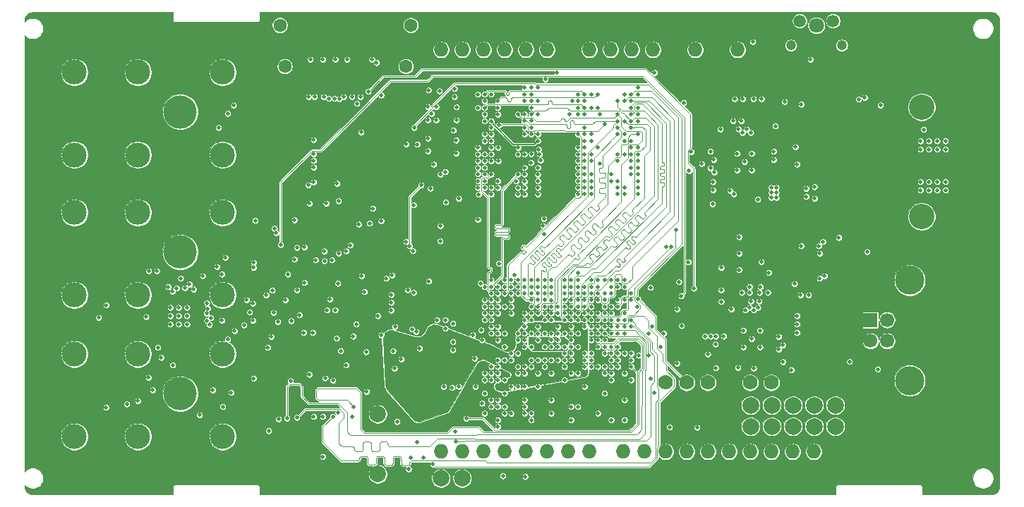
<source format=gbr>
G04 #@! TF.GenerationSoftware,KiCad,Pcbnew,(5.0.1)-rc2*
G04 #@! TF.CreationDate,2021-03-03T09:19:06-05:00*
G04 #@! TF.ProjectId,DFTBoard,444654426F6172642E6B696361645F70,rev?*
G04 #@! TF.SameCoordinates,Original*
G04 #@! TF.FileFunction,Copper,L7,Inr,Signal*
G04 #@! TF.FilePolarity,Positive*
%FSLAX46Y46*%
G04 Gerber Fmt 4.6, Leading zero omitted, Abs format (unit mm)*
G04 Created by KiCad (PCBNEW (5.0.1)-rc2) date 3/3/2021 9:19:06 AM*
%MOMM*%
%LPD*%
G01*
G04 APERTURE LIST*
G04 #@! TA.AperFunction,ViaPad*
%ADD10C,3.048000*%
G04 #@! TD*
G04 #@! TA.AperFunction,ViaPad*
%ADD11O,1.727200X1.727200*%
G04 #@! TD*
G04 #@! TA.AperFunction,ViaPad*
%ADD12C,2.000000*%
G04 #@! TD*
G04 #@! TA.AperFunction,ViaPad*
%ADD13C,1.778000*%
G04 #@! TD*
G04 #@! TA.AperFunction,ViaPad*
%ADD14C,1.200000*%
G04 #@! TD*
G04 #@! TA.AperFunction,ViaPad*
%ADD15C,1.500000*%
G04 #@! TD*
G04 #@! TA.AperFunction,ViaPad*
%ADD16C,1.800000*%
G04 #@! TD*
G04 #@! TA.AperFunction,ViaPad*
%ADD17C,3.000000*%
G04 #@! TD*
G04 #@! TA.AperFunction,ViaPad*
%ADD18C,4.000000*%
G04 #@! TD*
G04 #@! TA.AperFunction,ViaPad*
%ADD19R,1.700000X1.700000*%
G04 #@! TD*
G04 #@! TA.AperFunction,ViaPad*
%ADD20C,1.700000*%
G04 #@! TD*
G04 #@! TA.AperFunction,ViaPad*
%ADD21C,3.500000*%
G04 #@! TD*
G04 #@! TA.AperFunction,ViaPad*
%ADD22C,1.600000*%
G04 #@! TD*
G04 #@! TA.AperFunction,ViaPad*
%ADD23C,0.480000*%
G04 #@! TD*
G04 #@! TA.AperFunction,Conductor*
%ADD24C,0.150000*%
G04 #@! TD*
G04 #@! TA.AperFunction,Conductor*
%ADD25C,0.102000*%
G04 #@! TD*
G04 APERTURE END LIST*
D10*
G04 #@! TO.N,GND*
G04 #@! TO.C,J6*
X209641220Y-125570980D03*
X209641220Y-112429020D03*
G04 #@! TD*
D11*
G04 #@! TO.N,LCD_D4*
G04 #@! TO.C,XA1*
X152000000Y-105540000D03*
G04 #@! TO.N,LCD_D5*
X154540000Y-105540000D03*
G04 #@! TO.N,LCD_D6*
X157080000Y-105540000D03*
G04 #@! TO.N,LCD_D7*
X159620000Y-105540000D03*
G04 #@! TO.N,LCD_D8*
X162160000Y-105540000D03*
G04 #@! TO.N,*
X187560000Y-105540000D03*
G04 #@! TO.N,LCD_D20*
X181464000Y-153800000D03*
G04 #@! TO.N,LCD_D21*
X184004000Y-153800000D03*
G04 #@! TO.N,LCD_D22*
X186544000Y-153800000D03*
G04 #@! TO.N,LCD_D10*
X191624000Y-153800000D03*
G04 #@! TO.N,LCD_D3*
X194164000Y-153800000D03*
G04 #@! TO.N,LCD_D2*
X196704000Y-153800000D03*
G04 #@! TO.N,LCD_D19*
X178924000Y-153800000D03*
G04 #@! TO.N,LCD_D18*
X176384000Y-153800000D03*
G04 #@! TO.N,LCD_D17*
X173844000Y-153800000D03*
G04 #@! TO.N,GND*
X189084000Y-153800000D03*
G04 #@! TO.N,LCD_D16*
X169780000Y-153800000D03*
G04 #@! TO.N,LCD_D15*
X167240000Y-153800000D03*
G04 #@! TO.N,LCD_D14*
X164700000Y-153800000D03*
G04 #@! TO.N,LCD_D13*
X162160000Y-153800000D03*
G04 #@! TO.N,LCD_D12*
X159620000Y-153800000D03*
G04 #@! TO.N,LCD_D11*
X157080000Y-153800000D03*
G04 #@! TO.N,LCD_D1*
X154540000Y-153800000D03*
G04 #@! TO.N,LCD_D0*
X152000000Y-153800000D03*
G04 #@! TO.N,+3V3*
X185020000Y-105540000D03*
G04 #@! TO.N,LCD_D23*
X182480000Y-105540000D03*
G04 #@! TO.N,+3V3*
X179940000Y-105540000D03*
G04 #@! TO.N,+5V*
X177400000Y-105540000D03*
G04 #@! TO.N,GND*
X174860000Y-105540000D03*
X172320000Y-105540000D03*
G04 #@! TO.N,+5V*
X169780000Y-105540000D03*
G04 #@! TO.N,LCD_D9*
X164700000Y-105540000D03*
G04 #@! TD*
D12*
G04 #@! TO.N,AX_TMS*
G04 #@! TO.C,CON1*
X194200000Y-150770000D03*
G04 #@! TO.N,N/C*
X194200000Y-148230000D03*
X196740000Y-148230000D03*
G04 #@! TO.N,GND*
X199280000Y-148230000D03*
G04 #@! TO.N,AX_TDI*
X199280000Y-150770000D03*
G04 #@! TO.N,N/C*
X196740000Y-150770000D03*
G04 #@! TO.N,AX_TDO*
X191660000Y-150770000D03*
G04 #@! TO.N,+1V8*
X191660000Y-148230000D03*
G04 #@! TO.N,GND*
X189120000Y-148230000D03*
G04 #@! TO.N,AX_TCLK*
X189120000Y-150770000D03*
G04 #@! TD*
D13*
G04 #@! TO.N,N/C*
G04 #@! TO.C,U17*
X178900000Y-145500000D03*
G04 #@! TO.N,UART33_TX*
X181440000Y-145500000D03*
G04 #@! TO.N,UART33_RX*
X183980000Y-145500000D03*
G04 #@! TO.N,+3V3*
X186520000Y-145500000D03*
G04 #@! TO.N,N/C*
X189060000Y-145500000D03*
G04 #@! TO.N,GND*
X191600000Y-145500000D03*
G04 #@! TD*
D14*
G04 #@! TO.N,/Sensors/TEMPO_LED_R*
G04 #@! TO.C,SW1*
X200050000Y-105025000D03*
G04 #@! TO.N,/Sensors/TEMPO_LED_D*
X193950000Y-105025000D03*
D15*
G04 #@! TO.N,TEMPO_SW*
X199000000Y-102075000D03*
D16*
G04 #@! TO.N,N/C*
X197000000Y-102625000D03*
D15*
G04 #@! TO.N,GND*
X195000000Y-102075000D03*
G04 #@! TD*
D17*
G04 #@! TO.N,GNDA*
G04 #@! TO.C,J4*
X108000000Y-118160000D03*
G04 #@! TO.N,ROUT_N*
X115620000Y-118160000D03*
G04 #@! TO.N,ROUT_P*
X125780000Y-118160000D03*
G04 #@! TO.N,/Audio/RSWITCH*
X125780000Y-108250000D03*
G04 #@! TO.N,GNDA*
X115620000Y-108250000D03*
G04 #@! TO.N,N/C*
X108000000Y-108250000D03*
D18*
X120700000Y-113000000D03*
G04 #@! TD*
D17*
G04 #@! TO.N,GNDA*
G04 #@! TO.C,J3*
X108000000Y-135000000D03*
G04 #@! TO.N,LOUT_N*
X115620000Y-135000000D03*
G04 #@! TO.N,LOUT_P*
X125780000Y-135000000D03*
G04 #@! TO.N,/Audio/LSWITCH*
X125780000Y-125090000D03*
G04 #@! TO.N,GNDA*
X115620000Y-125090000D03*
G04 #@! TO.N,N/C*
X108000000Y-125090000D03*
D18*
X120700000Y-129840000D03*
G04 #@! TD*
D17*
G04 #@! TO.N,GNDA*
G04 #@! TO.C,J2*
X108000000Y-152000000D03*
G04 #@! TO.N,/Audio/JACK_IN_N*
X115620000Y-152000000D03*
G04 #@! TO.N,/Audio/JACK_IN_P*
X125780000Y-152000000D03*
G04 #@! TO.N,/Audio/INSWITCH*
X125780000Y-142090000D03*
G04 #@! TO.N,GNDA*
X115620000Y-142090000D03*
G04 #@! TO.N,N/C*
X108000000Y-142090000D03*
D18*
X120700000Y-146840000D03*
G04 #@! TD*
D19*
G04 #@! TO.N,+5V*
G04 #@! TO.C,J7*
X203500000Y-138000000D03*
D20*
G04 #@! TO.N,USBD_D_N*
X203500000Y-140500000D03*
G04 #@! TO.N,USBD_D_P*
X205500000Y-140500000D03*
G04 #@! TO.N,GND*
X205500000Y-138000000D03*
D21*
X208210000Y-133230000D03*
X208210000Y-145270000D03*
G04 #@! TD*
D22*
G04 #@! TO.N,GND*
G04 #@! TO.C,J9*
X132650000Y-102600000D03*
X133250000Y-107550000D03*
X148350000Y-102600000D03*
X147750000Y-107550000D03*
G04 #@! TD*
D12*
G04 #@! TO.N,N/C*
G04 #@! TO.C,J5*
X144400000Y-156500000D03*
X144400000Y-149300000D03*
G04 #@! TD*
G04 #@! TO.N,IR_RX*
G04 #@! TO.C,U22*
X151960000Y-157000000D03*
G04 #@! TO.N,GND*
X154500000Y-157000000D03*
G04 #@! TO.N,+3V3*
X157000000Y-157000000D03*
G04 #@! TD*
D23*
G04 #@! TO.N,+3V3*
X174000000Y-134800000D03*
X172400000Y-140400000D03*
X173200000Y-137200000D03*
X159600000Y-144400000D03*
X158800000Y-146800000D03*
X174000000Y-143600000D03*
X158000000Y-149200000D03*
X160400000Y-150000000D03*
X164400000Y-146000000D03*
X171600000Y-142800000D03*
X167600000Y-146000000D03*
X168400000Y-149200000D03*
X161200000Y-147600000D03*
X166000000Y-147600000D03*
X174800000Y-150000000D03*
X149515000Y-110400000D03*
X118750000Y-134450000D03*
X161200000Y-138800000D03*
X158800000Y-138000000D03*
X159600000Y-135600000D03*
X157200000Y-134800000D03*
X160400000Y-141200000D03*
X158000000Y-140400000D03*
X162000000Y-136400000D03*
X157200000Y-143600000D03*
X175275000Y-140825000D03*
X186750000Y-137800000D03*
X190200000Y-143750000D03*
X188500000Y-143750000D03*
X185950000Y-121400000D03*
X187650000Y-122650000D03*
X189150000Y-122550000D03*
X185900000Y-116550000D03*
X173200000Y-147600000D03*
X171600000Y-147600000D03*
X135600000Y-149600000D03*
X124600000Y-139100000D03*
X138535000Y-121550000D03*
X135900000Y-116450000D03*
X139100000Y-124000000D03*
X114300000Y-146512500D03*
X131800000Y-138700000D03*
X203600000Y-105600000D03*
X203600000Y-104600000D03*
X201600000Y-104600000D03*
X201600000Y-105600000D03*
X204100000Y-106600000D03*
X203600000Y-106600000D03*
X201600000Y-106600000D03*
X204100000Y-104600000D03*
X204100000Y-105600000D03*
X170800000Y-150000000D03*
X179000000Y-131500000D03*
X167600000Y-149200000D03*
X184800000Y-128000000D03*
X159400000Y-157685000D03*
X145200000Y-133600000D03*
X179400000Y-148100000D03*
X182700000Y-148100000D03*
X181100000Y-109100000D03*
X125772107Y-139683679D03*
X181675607Y-132268607D03*
X117100000Y-139600000D03*
X140600000Y-130685000D03*
X115915000Y-144900000D03*
X115812500Y-146400000D03*
X146300000Y-114000000D03*
X146100000Y-133585000D03*
X160400000Y-138000000D03*
X118000000Y-135300000D03*
X145700000Y-111500000D03*
X124587500Y-149400000D03*
X112785000Y-136200000D03*
X116585000Y-147700000D03*
X151900000Y-125715000D03*
X130915000Y-137100000D03*
X141800000Y-136912500D03*
X191115000Y-114700000D03*
X189015000Y-123500000D03*
X193000000Y-143985000D03*
X183015000Y-142100000D03*
X194000000Y-143015000D03*
X203415000Y-143900000D03*
X137400000Y-140200000D03*
X137400000Y-140800000D03*
X134600000Y-140800000D03*
X133500000Y-143400000D03*
X149600000Y-122400000D03*
X146200000Y-114800000D03*
X145600000Y-113800000D03*
X145600000Y-126200000D03*
X138100000Y-143400000D03*
X138400000Y-145500000D03*
X135700000Y-146300000D03*
X202600000Y-125200000D03*
X180807000Y-131800000D03*
X137586001Y-116500000D03*
X139850000Y-145600000D03*
X142300000Y-141700000D03*
X186550000Y-137300000D03*
X185850000Y-142250000D03*
X179000000Y-136800000D03*
G04 #@! TO.N,JD_IN*
X159600000Y-146800000D03*
X126800000Y-146700000D03*
G04 #@! TO.N,JD_ROUT*
X126400000Y-113200000D03*
X156900000Y-148000000D03*
X128346573Y-138609228D03*
G04 #@! TO.N,JD_LOUT*
X126100000Y-130500000D03*
G04 #@! TO.N,+5V*
X192500000Y-140000000D03*
X191900000Y-118750000D03*
X144242000Y-107100000D03*
X149000000Y-139400000D03*
X148600000Y-129700000D03*
X136200000Y-124000000D03*
X138200000Y-124000000D03*
X134400000Y-126000000D03*
X129500000Y-131700000D03*
X192200000Y-122700000D03*
X192200000Y-122100000D03*
X191600000Y-122100000D03*
X191600000Y-122700000D03*
X191600000Y-123300000D03*
X192200000Y-123300000D03*
X139285000Y-136800000D03*
X149887500Y-154500000D03*
X184600000Y-122385000D03*
X195800000Y-123185000D03*
X195115000Y-135000000D03*
X194700000Y-139500000D03*
X148700000Y-134700000D03*
X139500000Y-121600000D03*
X197400000Y-130000000D03*
X197800000Y-128600000D03*
X198000000Y-132700000D03*
G04 #@! TO.N,RF_IRQ*
X136050000Y-121800000D03*
X142459179Y-132700001D03*
G04 #@! TO.N,GNDA*
X119250000Y-134000000D03*
X114300000Y-148087500D03*
X209500000Y-122400000D03*
X210500000Y-122400000D03*
X211500000Y-122400000D03*
X212500000Y-122400000D03*
X212500000Y-121400000D03*
X211500000Y-121400000D03*
X210500000Y-121400000D03*
X209500000Y-121400000D03*
X131000000Y-135000000D03*
X116600000Y-137600000D03*
X118400000Y-142500000D03*
X116885000Y-144900000D03*
X117387500Y-146400000D03*
X148100000Y-155900000D03*
X123012500Y-149400000D03*
X111815000Y-136200000D03*
X115615000Y-147700000D03*
X132400000Y-138200000D03*
X119500000Y-136500000D03*
X121500000Y-136500000D03*
X120500000Y-137500000D03*
X119500000Y-138500000D03*
X121500000Y-138500000D03*
X120500000Y-138500000D03*
X119500000Y-137500000D03*
X120500000Y-136500000D03*
X121500000Y-137500000D03*
X131722107Y-134422107D03*
X134000000Y-138100000D03*
G04 #@! TO.N,GND*
X125800000Y-148400000D03*
X158800000Y-150800000D03*
X174800000Y-145200000D03*
X172400000Y-150000000D03*
X166800000Y-142000000D03*
X157200000Y-146800000D03*
X165200000Y-149200000D03*
X163600000Y-119700000D03*
X163600000Y-110100000D03*
X173200000Y-122100000D03*
X157200000Y-116500000D03*
X163600000Y-122100000D03*
X156400000Y-122100000D03*
X156400000Y-118100000D03*
X157200000Y-119700000D03*
X157200000Y-118100000D03*
X156400000Y-118900000D03*
X156400000Y-112500000D03*
X158800000Y-134000000D03*
X158000000Y-136400000D03*
X167600000Y-134000000D03*
X164400000Y-133200000D03*
X163600000Y-135600000D03*
X161200000Y-134800000D03*
X170000000Y-134800000D03*
X174000000Y-137200000D03*
X172400000Y-136400000D03*
X169200000Y-137200000D03*
X166800000Y-136400000D03*
X170000000Y-139600000D03*
X168400000Y-139600000D03*
X169200000Y-138800000D03*
X167600000Y-138800000D03*
X166000000Y-139600000D03*
X164400000Y-139600000D03*
X162800000Y-139600000D03*
X163600000Y-140400000D03*
X160400000Y-137200000D03*
X156800000Y-139200000D03*
X159600000Y-139600000D03*
X158800000Y-142800000D03*
X162800000Y-141200000D03*
X164400000Y-141200000D03*
X165200000Y-141200000D03*
X165200000Y-140400000D03*
X166800000Y-139600000D03*
X163600000Y-142800000D03*
X164400000Y-142800000D03*
X165200000Y-142800000D03*
X164400000Y-143600000D03*
X162800000Y-143600000D03*
X162000000Y-143600000D03*
X161200000Y-143600000D03*
X163600000Y-144400000D03*
X160400000Y-146000000D03*
X165200000Y-147600000D03*
X174000000Y-150000000D03*
X162800000Y-149200000D03*
X159600000Y-148400000D03*
X158000000Y-145200000D03*
X170000000Y-140400000D03*
X170800000Y-140400000D03*
X172400000Y-142000000D03*
X174000000Y-139600000D03*
X166000000Y-142800000D03*
X167600000Y-142800000D03*
X166800000Y-143600000D03*
X165200000Y-144400000D03*
X167600000Y-144400000D03*
X169200000Y-142000000D03*
X167600000Y-142000000D03*
X166800000Y-141200000D03*
X171600000Y-138000000D03*
X168400000Y-148400000D03*
X174000000Y-147600000D03*
X163600000Y-146000000D03*
X168400000Y-144400000D03*
X170800000Y-149200000D03*
X171600000Y-146800000D03*
X169200000Y-146000000D03*
X172400000Y-144400000D03*
X163600000Y-138800000D03*
X167600000Y-140400000D03*
X166800000Y-145200000D03*
X162000000Y-147600000D03*
X156400000Y-110900000D03*
X175600000Y-114100000D03*
X175600000Y-122100000D03*
X175600000Y-120500000D03*
X168400000Y-110900000D03*
X168400000Y-122100000D03*
X175600000Y-112500000D03*
X175600000Y-119700000D03*
X175600000Y-118100000D03*
X174800000Y-119700000D03*
X169200000Y-116500000D03*
X169200000Y-118100000D03*
X174800000Y-116500000D03*
X175600000Y-110100000D03*
X168400000Y-113300000D03*
X161200000Y-122100000D03*
X156485148Y-122921782D03*
X165200000Y-137200000D03*
X162798946Y-115693010D03*
X157200000Y-120500000D03*
X168400000Y-122900000D03*
X163600000Y-111698957D03*
X163599738Y-113293010D03*
X168406990Y-118095987D03*
X168406999Y-111700000D03*
X173181990Y-133197925D03*
X169200000Y-119700000D03*
X169200000Y-120500000D03*
X162779514Y-119105606D03*
X163700000Y-117500000D03*
X163593242Y-120525867D03*
X168400000Y-118894490D03*
X157200000Y-114100000D03*
X153465000Y-115200000D03*
X164485000Y-109094967D03*
X164341294Y-127726187D03*
X164199608Y-126694607D03*
X164315000Y-125850000D03*
X158900000Y-131200000D03*
X150412500Y-117700000D03*
X150412500Y-116200000D03*
X149140000Y-116895000D03*
X153600000Y-111185000D03*
X153840000Y-113997500D03*
X153800000Y-117987500D03*
X150485000Y-110400000D03*
X150840000Y-113210000D03*
X151400000Y-112400000D03*
X150400000Y-112400000D03*
X150400000Y-114000000D03*
X151400000Y-114000000D03*
X147800000Y-116887500D03*
X170000000Y-138000000D03*
X171600000Y-142000000D03*
X191900000Y-117750000D03*
X190200000Y-134700000D03*
X190135000Y-135750000D03*
X189000000Y-134700000D03*
X189465000Y-111450000D03*
X188185000Y-111450000D03*
X201000000Y-142985000D03*
X189250000Y-140250000D03*
X190250000Y-139250000D03*
X190250000Y-141250000D03*
X188250000Y-141250000D03*
X188250000Y-139250000D03*
X188400000Y-119000000D03*
X189250000Y-118000000D03*
X187500000Y-118000000D03*
X187500000Y-120000000D03*
X189250000Y-120000000D03*
X194400000Y-133650000D03*
X167600000Y-150000000D03*
X177300000Y-138786001D03*
X180300000Y-136685000D03*
X140700000Y-106700000D03*
X139300000Y-106700000D03*
X143700000Y-106700000D03*
X137800000Y-106700000D03*
X136300000Y-106700000D03*
X162000000Y-146000000D03*
X137800000Y-149600000D03*
X141300000Y-149600000D03*
X124200000Y-138558000D03*
X136700000Y-118050000D03*
X136687029Y-116362971D03*
X136700000Y-118850000D03*
X136700000Y-119650000D03*
X136700000Y-121450000D03*
X134700000Y-134400000D03*
X138650000Y-135500000D03*
X158800000Y-140400000D03*
X131300000Y-151300000D03*
X148500000Y-139100000D03*
X138900000Y-130800000D03*
X193200000Y-111800000D03*
X132000000Y-127000000D03*
X129500000Y-145000000D03*
X129500000Y-131100000D03*
X196800000Y-122000000D03*
X194700000Y-119300000D03*
X194500000Y-117200000D03*
X162800000Y-138000000D03*
X147200000Y-142700000D03*
X153400000Y-138400000D03*
X125100000Y-131600000D03*
X150700000Y-122200000D03*
X151900000Y-120500000D03*
X152500000Y-120200000D03*
X151100000Y-119300000D03*
X202100000Y-111500000D03*
X204700000Y-112200000D03*
X209500000Y-116500000D03*
X210500000Y-116500000D03*
X210500000Y-117500000D03*
X209500000Y-117500000D03*
X211500000Y-116500000D03*
X212500000Y-116500000D03*
X212500000Y-117500000D03*
X211500000Y-117500000D03*
X153400000Y-141600000D03*
X156400000Y-125937500D03*
X125300000Y-114900000D03*
X123387500Y-132700000D03*
X149400000Y-141400000D03*
X187015000Y-114093000D03*
X154100000Y-146000000D03*
X156100000Y-146000000D03*
X159600000Y-142800000D03*
X158800000Y-147600000D03*
X167600000Y-148400000D03*
X181659990Y-131048000D03*
X159400000Y-156715000D03*
X149100000Y-152700000D03*
X153719148Y-151380852D03*
X185600000Y-135800000D03*
X209871644Y-115115856D03*
X199700000Y-128100000D03*
X203100000Y-129800000D03*
X194700000Y-137500000D03*
X194700000Y-138500000D03*
X160400000Y-142000000D03*
X179400000Y-150855000D03*
X182700000Y-150900000D03*
X181100000Y-111900000D03*
X117885000Y-132100000D03*
X146000000Y-134962500D03*
X140600000Y-129715000D03*
X151887500Y-128500000D03*
X146100000Y-132615000D03*
X140600000Y-143400000D03*
X151900000Y-126685000D03*
X131885000Y-137100000D03*
X143050000Y-146600000D03*
X141800000Y-138487500D03*
X138315000Y-136800000D03*
X148312500Y-154500000D03*
X150500000Y-133342002D03*
X184600000Y-121415000D03*
X192085000Y-114700000D03*
X189985000Y-123500000D03*
X195800000Y-122215000D03*
X193000000Y-143015000D03*
X183985000Y-142100000D03*
X194000000Y-143985000D03*
X162093000Y-156800000D03*
X178700000Y-139586001D03*
X178315000Y-141200000D03*
X204385000Y-143900000D03*
X196085000Y-135000000D03*
X148000000Y-134400000D03*
X162000000Y-137200000D03*
X146225000Y-141725000D03*
X172400000Y-145200000D03*
X144800000Y-126100000D03*
X139700000Y-123700000D03*
X146400000Y-143800000D03*
X148700000Y-124200000D03*
X165900000Y-108300000D03*
X177600000Y-108300000D03*
X190400000Y-131000000D03*
X195200000Y-129100000D03*
X139950000Y-141700000D03*
X143000000Y-141816179D03*
X185600000Y-131700000D03*
X184950000Y-143750000D03*
X180850008Y-138694206D03*
X125685027Y-138040829D03*
G04 #@! TO.N,/Audio/MICBIAS*
X118000000Y-141300000D03*
X128659179Y-135585035D03*
X133300000Y-135600000D03*
G04 #@! TO.N,/Audio/SIGC_F*
X119800000Y-143400000D03*
X129400000Y-136000000D03*
G04 #@! TO.N,/DDR3/VREF*
X175600000Y-117300000D03*
X163597857Y-116493010D03*
X158000000Y-114100000D03*
X169200000Y-138000000D03*
X166000000Y-136400000D03*
X164400000Y-138000000D03*
X171000000Y-113300000D03*
X151800000Y-110500000D03*
G04 #@! TO.N,DDR3_CK_P*
X170000000Y-116500000D03*
X164400000Y-135600000D03*
X158000000Y-116500000D03*
G04 #@! TO.N,DDR3_CK_N*
X158000000Y-115700000D03*
X164400000Y-136400000D03*
X170000000Y-115700000D03*
G04 #@! TO.N,DDR3_RAS#*
X162800000Y-136400000D03*
X173200000Y-115700000D03*
X162004488Y-115693010D03*
G04 #@! TO.N,DDR3_WE#*
X161974367Y-114093010D03*
X162800000Y-135600000D03*
X173200000Y-114100000D03*
G04 #@! TO.N,DDR3_CKE*
X157200000Y-115700000D03*
X160400000Y-134800000D03*
X168400000Y-115700000D03*
G04 #@! TO.N,DDR3_CAS#*
X163600000Y-134800000D03*
X173200000Y-114900000D03*
X162000000Y-114925000D03*
G04 #@! TO.N,DDR3_BA1*
X166800000Y-137200000D03*
X157200000Y-113300000D03*
X169200000Y-113300000D03*
G04 #@! TO.N,DDR3_BA0*
X166800000Y-138000000D03*
X174800000Y-114100000D03*
X162800000Y-113293010D03*
G04 #@! TO.N,DDR3_A0*
X161200000Y-113300000D03*
X173200000Y-113300000D03*
X165205333Y-135606990D03*
G04 #@! TO.N,DDR3_A2*
X162000000Y-111700000D03*
X167600000Y-135600000D03*
X173200000Y-111700000D03*
G04 #@! TO.N,DDR3_A1*
X165200000Y-136400000D03*
X170000000Y-112500000D03*
X158793010Y-112498402D03*
G04 #@! TO.N,DDR3_A10*
X168400000Y-134800000D03*
X158926746Y-114586512D03*
X171600000Y-114500000D03*
G04 #@! TO.N,DDR3_A4*
X157200000Y-112500000D03*
X167600000Y-137200000D03*
X169200000Y-112500000D03*
G04 #@! TO.N,DDR3_A6*
X169200000Y-111700000D03*
X157200000Y-111700000D03*
X168400000Y-138000000D03*
G04 #@! TO.N,DDR3_A5*
X167600000Y-136400000D03*
X162800000Y-111698957D03*
X174800000Y-112500000D03*
G04 #@! TO.N,DDR3_A3*
X166800000Y-135600000D03*
X174800000Y-113300000D03*
X162800619Y-112493010D03*
G04 #@! TO.N,DDR3_A8*
X157200000Y-110900000D03*
X168400000Y-136400000D03*
X169200000Y-110900000D03*
G04 #@! TO.N,DDR3_A11*
X170800000Y-110900000D03*
X169988632Y-136399475D03*
X158800000Y-111700000D03*
G04 #@! TO.N,DDR3_A9*
X162000000Y-110900000D03*
X169200000Y-136400000D03*
X174000000Y-111700000D03*
G04 #@! TO.N,DDR3_A7*
X162800000Y-110900000D03*
X168400000Y-137200000D03*
X174800000Y-111700000D03*
G04 #@! TO.N,DDR3_A12*
X169200000Y-135600000D03*
X170800000Y-112500000D03*
X158800000Y-113300000D03*
G04 #@! TO.N,DDR3_ODT*
X163600000Y-136400000D03*
X175600000Y-115700000D03*
X163600000Y-115700000D03*
G04 #@! TO.N,Net-(C76-Pad2)*
X190435000Y-111450000D03*
G04 #@! TO.N,Net-(C85-Pad2)*
X191200000Y-134700000D03*
X190300000Y-134000000D03*
G04 #@! TO.N,+1V35*
X171600000Y-134800000D03*
X167600000Y-138000000D03*
X165200000Y-134800000D03*
X162800000Y-134000000D03*
X170000000Y-137200000D03*
X168400000Y-135600000D03*
X175600000Y-118900000D03*
X175600000Y-122900000D03*
X175600000Y-121300000D03*
X175600000Y-110900000D03*
X168400000Y-133200000D03*
X156400000Y-119700000D03*
X158000000Y-114900000D03*
X156400000Y-117300000D03*
X158000000Y-118100000D03*
X163600000Y-121300000D03*
X158000000Y-122100000D03*
X162000000Y-122100000D03*
X174000000Y-115700000D03*
X163600000Y-122900000D03*
X168400000Y-121300000D03*
X170000000Y-118100000D03*
X169200000Y-122900000D03*
X174800000Y-117300000D03*
X168400000Y-117300000D03*
X169200000Y-115700000D03*
X164400000Y-137200000D03*
X156402274Y-120453296D03*
X174793010Y-120512732D03*
X162800000Y-114893010D03*
X168400000Y-120481990D03*
X156406990Y-121293472D03*
X173995087Y-122106990D03*
X161993010Y-120506797D03*
X168403748Y-112501148D03*
X175600000Y-113300000D03*
X168400000Y-119695979D03*
X160800000Y-132600000D03*
X163800000Y-118100000D03*
X153840000Y-112422500D03*
X153600000Y-110215000D03*
X153800000Y-116412500D03*
X167700000Y-111700000D03*
X165200000Y-138000000D03*
X154100000Y-123400000D03*
G04 #@! TO.N,AX_TCLK*
X170000000Y-142000000D03*
G04 #@! TO.N,AX_TDI*
X169200000Y-142800000D03*
X177553001Y-146753001D03*
G04 #@! TO.N,AX_TMS*
X170000000Y-142800000D03*
G04 #@! TO.N,LCD_D6*
X157200000Y-135600000D03*
G04 #@! TO.N,LCD_D5*
X157200000Y-136400000D03*
G04 #@! TO.N,LCD_D4*
X160400000Y-136400000D03*
G04 #@! TO.N,LCD_D13*
X158800000Y-150000000D03*
G04 #@! TO.N,/Audio/LED_1BC*
X187749180Y-128023880D03*
G04 #@! TO.N,/Audio/LED_1GC*
X187749180Y-130000000D03*
G04 #@! TO.N,/Audio/LED_1RC*
X187749180Y-131976120D03*
G04 #@! TO.N,SD_D2*
X132500000Y-149900000D03*
X174800000Y-138800000D03*
X153800000Y-152600000D03*
G04 #@! TO.N,SD_D3*
X170800000Y-141200000D03*
X133500000Y-149800000D03*
G04 #@! TO.N,SD_CMD*
X171600000Y-139600000D03*
X134700000Y-149700000D03*
G04 #@! TO.N,SD_CLK*
X136700000Y-149600000D03*
G04 #@! TO.N,SD_D0*
X174800000Y-138000000D03*
X139000000Y-149607000D03*
G04 #@! TO.N,SD_D1*
X171600000Y-141200000D03*
X141500000Y-148400000D03*
G04 #@! TO.N,SD_CD*
X131200000Y-141300000D03*
X174800000Y-143600000D03*
X155000000Y-149800000D03*
G04 #@! TO.N,TEMPO_SW*
X158800000Y-144400000D03*
X189400000Y-104600000D03*
G04 #@! TO.N,DDR3_DM0*
X170998968Y-119181088D03*
X174017044Y-133197457D03*
G04 #@! TO.N,DDR3_DQ2*
X174000000Y-134000000D03*
X174800000Y-118900000D03*
G04 #@! TO.N,DDR3_DQ3*
X170800000Y-133200000D03*
X169200000Y-118900000D03*
G04 #@! TO.N,DDR3_DQ6*
X172400000Y-134800000D03*
X174800000Y-118100000D03*
G04 #@! TO.N,DDR3_DQ5*
X171600000Y-133200000D03*
X169200000Y-117300000D03*
G04 #@! TO.N,DDR3_DQ7*
X170800000Y-117300000D03*
X172395979Y-133200000D03*
G04 #@! TO.N,DDR3_DM1*
X169200000Y-134800000D03*
X172400000Y-121300000D03*
G04 #@! TO.N,DDR3_DQ14*
X167600000Y-134800000D03*
X169200000Y-122100000D03*
G04 #@! TO.N,DDR3_DQ15*
X173200000Y-122900000D03*
X170000000Y-133200000D03*
G04 #@! TO.N,DDR3_DQS0_N*
X172400000Y-134000000D03*
X173200000Y-118100000D03*
G04 #@! TO.N,DDR3_DQ1*
X170800000Y-134000000D03*
X170000000Y-118900000D03*
G04 #@! TO.N,DDR3_DRST#*
X162800000Y-110100000D03*
X170800000Y-134800000D03*
X174800000Y-110900000D03*
G04 #@! TO.N,DDR3_DQS0_P*
X174000000Y-118100000D03*
X173200000Y-134000000D03*
G04 #@! TO.N,DDR3_DQ0*
X173200000Y-135600000D03*
X173200000Y-118900000D03*
G04 #@! TO.N,RF2_IRQ*
X180200000Y-127200000D03*
X170800000Y-138000000D03*
X135600000Y-129250000D03*
X139450000Y-140200000D03*
X136950000Y-130800000D03*
G04 #@! TO.N,DDR3_DQ4*
X174000000Y-116500000D03*
X171600000Y-135600000D03*
G04 #@! TO.N,DDR3_A13*
X162000000Y-110100000D03*
X174000000Y-110900000D03*
X170811234Y-135595186D03*
G04 #@! TO.N,DDR3_DQ8*
X170000000Y-120500000D03*
X166800000Y-134800000D03*
G04 #@! TO.N,DDR3_DQ9*
X166800000Y-133200000D03*
X172400000Y-120500000D03*
G04 #@! TO.N,I2S_BCLK*
X158000000Y-143600000D03*
X123986656Y-136620334D03*
G04 #@! TO.N,DDR3_DQS1_N*
X168400000Y-134000000D03*
X170000000Y-122100000D03*
G04 #@! TO.N,DDR3_A14*
X170000000Y-110900000D03*
X158000000Y-110900000D03*
X169995097Y-135600000D03*
G04 #@! TO.N,DDR3_DQ10*
X169200000Y-121300000D03*
X166800000Y-134000000D03*
G04 #@! TO.N,DDR3_DQS1_P*
X170000000Y-121300000D03*
X169200000Y-134000000D03*
G04 #@! TO.N,DDR3_DQ13*
X174000000Y-122900000D03*
X170000000Y-134000000D03*
G04 #@! TO.N,DDR3_DQ11*
X173200000Y-121300000D03*
X168400000Y-132300000D03*
G04 #@! TO.N,DDR3_DQ12*
X167600000Y-133200000D03*
X170000000Y-122900000D03*
G04 #@! TO.N,DDR3_DQ18*
X163925000Y-118825000D03*
X165200000Y-133200000D03*
G04 #@! TO.N,DDR3_DQ17*
X158000000Y-118900000D03*
X162000000Y-133200000D03*
G04 #@! TO.N,DDR3_DQS2_P*
X162000000Y-118100000D03*
X164400000Y-134000000D03*
G04 #@! TO.N,DDR3_CS#*
X163600000Y-137200000D03*
X174800000Y-114900000D03*
X162806993Y-114087683D03*
G04 #@! TO.N,DDR3_DQ16*
X162000000Y-119700000D03*
X162000000Y-134800000D03*
G04 #@! TO.N,DDR3_DQ19*
X157200000Y-118900000D03*
X162000000Y-134000000D03*
G04 #@! TO.N,DDR3_DM2*
X163600000Y-133200000D03*
X158850000Y-118900000D03*
G04 #@! TO.N,DDR3_DQS2_N*
X161200000Y-118100000D03*
X163600000Y-134000000D03*
G04 #@! TO.N,DDR3_DQ20*
X161236686Y-117306990D03*
X165200000Y-134000000D03*
G04 #@! TO.N,DDR3_BA2*
X166000000Y-137200000D03*
X162000000Y-113300000D03*
X174000000Y-114100000D03*
G04 #@! TO.N,I2S_ADCSD*
X157200000Y-145200000D03*
X123892780Y-138058000D03*
G04 #@! TO.N,I2S_DACSD*
X124372107Y-137727893D03*
X158000000Y-144400000D03*
G04 #@! TO.N,I2S_LRCLK*
X157200000Y-144400000D03*
X123848137Y-137185622D03*
G04 #@! TO.N,I2S_MCLK*
X158800000Y-143600000D03*
X123884371Y-135962247D03*
G04 #@! TO.N,+1V8*
X162000000Y-138800000D03*
X162000000Y-138000000D03*
X162000000Y-139600000D03*
X166000000Y-140400000D03*
X162000000Y-140400000D03*
X162800000Y-142800000D03*
X167600000Y-139600000D03*
X167600000Y-141200000D03*
X163600000Y-139600000D03*
X161200000Y-144400000D03*
X189500000Y-136800000D03*
X188500000Y-136800000D03*
X187650000Y-115067002D03*
X188650000Y-115100000D03*
X189165000Y-135750000D03*
X122300000Y-134300000D03*
X124600000Y-146400000D03*
X196300000Y-106700000D03*
X127100000Y-112200000D03*
X187985000Y-114093000D03*
X116915000Y-132100000D03*
X125700000Y-132500000D03*
X134700000Y-129300000D03*
X146000000Y-135900000D03*
X166000000Y-141200000D03*
X161200000Y-146000000D03*
X168400000Y-141200000D03*
X166800000Y-142825000D03*
X155800000Y-139800000D03*
X156000000Y-142600000D03*
X146000000Y-136837500D03*
X146450000Y-138800000D03*
X153400000Y-140600000D03*
X151500000Y-138000000D03*
X152500000Y-139000000D03*
X152500000Y-138000000D03*
X144800000Y-139800000D03*
X184350000Y-139950000D03*
G04 #@! TO.N,+1V0*
X158800000Y-146025000D03*
X159600000Y-143625000D03*
X162800000Y-138800000D03*
X164400000Y-138800000D03*
X168400000Y-142800000D03*
X162800000Y-144400000D03*
X164400000Y-144400000D03*
X169200000Y-139600000D03*
X163600000Y-143600000D03*
X165200000Y-143600000D03*
X166800000Y-144400000D03*
X167600000Y-143600000D03*
X166800000Y-138800000D03*
X168400000Y-142000000D03*
X169200000Y-140400000D03*
X168400000Y-143600000D03*
X168400000Y-140400000D03*
X168400000Y-138800000D03*
X150000000Y-148137500D03*
X147400000Y-143700000D03*
X152600000Y-148700000D03*
X151750000Y-146250000D03*
X149100000Y-149900000D03*
X145900000Y-146100000D03*
G04 #@! TO.N,Net-(C75-Pad2)*
X187215000Y-111450000D03*
G04 #@! TO.N,Net-(C84-Pad2)*
X188065000Y-134700000D03*
X189000000Y-134000000D03*
G04 #@! TO.N,I2C33_SCLK*
X173200000Y-136400000D03*
X179600000Y-129200000D03*
X143400000Y-126400000D03*
X143800000Y-124600000D03*
X129031286Y-137068714D03*
X136172216Y-144527636D03*
X131600000Y-140000000D03*
X142400000Y-115450000D03*
X127206990Y-139313786D03*
G04 #@! TO.N,/Audio/LED_2RC*
X139600000Y-133600000D03*
G04 #@! TO.N,/Audio/LED_2GC*
X138000000Y-130900000D03*
G04 #@! TO.N,/Audio/LED_2BC*
X135600000Y-133500000D03*
G04 #@! TO.N,/Audio/LED_2RA*
X141099989Y-129007000D03*
G04 #@! TO.N,LOUT_P*
X119750000Y-134575000D03*
G04 #@! TO.N,LOUT_N*
X120250000Y-134175000D03*
G04 #@! TO.N,ROUT_P*
X120750000Y-133000000D03*
G04 #@! TO.N,ROUT_N*
X121250000Y-134150000D03*
G04 #@! TO.N,TEMPO_LED*
X195200000Y-112100000D03*
X162800000Y-137200000D03*
G04 #@! TO.N,1v0en*
X129690014Y-126050000D03*
X153300000Y-146107000D03*
X141450000Y-139950000D03*
G04 #@! TO.N,1v8en*
X145400000Y-133000000D03*
X132196999Y-127547647D03*
G04 #@! TO.N,3v3en*
X202800000Y-111300000D03*
X133600000Y-132500000D03*
G04 #@! TO.N,1v35en*
X134400000Y-130700000D03*
X142100000Y-126500000D03*
G04 #@! TO.N,ZYNQ_POR*
X180800000Y-135100000D03*
X132750000Y-128950000D03*
G04 #@! TO.N,PROGRAM_B*
X162000000Y-141200000D03*
G04 #@! TO.N,INIT_B*
X162000000Y-144400000D03*
G04 #@! TO.N,LED_1R_CTRL*
X197400000Y-133000000D03*
X158000000Y-148400000D03*
G04 #@! TO.N,LED_2R_CTRL*
X142800000Y-134600000D03*
G04 #@! TO.N,LED_1G_CTRL*
X191300000Y-132300000D03*
X157200000Y-149200000D03*
G04 #@! TO.N,LED_2G_CTRL*
X144400000Y-137500000D03*
X139692002Y-129987701D03*
G04 #@! TO.N,LED_1B_CTRL*
X158800000Y-148400000D03*
X197300000Y-129100000D03*
G04 #@! TO.N,LED_2B_CTRL*
X135000000Y-137400000D03*
G04 #@! TO.N,Net-(R33-Pad1)*
X173200000Y-139600000D03*
X176900000Y-139600000D03*
G04 #@! TO.N,Net-(R75-Pad1)*
X166000000Y-138800000D03*
G04 #@! TO.N,Net-(R76-Pad1)*
X165200000Y-139634260D03*
X156900000Y-140400000D03*
G04 #@! TO.N,BOOTSPI_SCK_BMODE4*
X175500000Y-136400000D03*
G04 #@! TO.N,BOOTSPI_DQ0_BMODE3*
X174800000Y-134800000D03*
G04 #@! TO.N,BOOTSPI_DQ2_BMODE2*
X171600000Y-136400000D03*
G04 #@! TO.N,BOOTSPI_DQ1_BMODE1*
X170800000Y-137200000D03*
G04 #@! TO.N,BOOTSPI_DQ3_BMODE0*
X174800000Y-135600000D03*
G04 #@! TO.N,VMODE0*
X172400000Y-137200000D03*
G04 #@! TO.N,VMODE1*
X171599999Y-137193000D03*
G04 #@! TO.N,Net-(R100-Pad1)*
X170800000Y-138800000D03*
X179000000Y-129200000D03*
G04 #@! TO.N,1v35PG*
X160400000Y-135600000D03*
X152550000Y-123850000D03*
G04 #@! TO.N,BOOTSPI_CS*
X177100000Y-134100000D03*
G04 #@! TO.N,UART33_TX*
X174000000Y-135600000D03*
X175607000Y-135482201D03*
G04 #@! TO.N,UART33_RX*
X170000000Y-138800000D03*
X172400000Y-139600000D03*
X176901032Y-142243000D03*
G04 #@! TO.N,TLV_RST#*
X121800000Y-133700000D03*
X152300000Y-146000000D03*
G04 #@! TO.N,LCD_D7*
X158000000Y-135600000D03*
G04 #@! TO.N,LCD_D9*
X157200000Y-134000000D03*
G04 #@! TO.N,LCD_D10*
X162000000Y-149200000D03*
G04 #@! TO.N,LCD_D8*
X158800000Y-135600000D03*
G04 #@! TO.N,LCD_D14*
X159600000Y-149200000D03*
G04 #@! TO.N,LCD_D2*
X162000000Y-148400000D03*
G04 #@! TO.N,LCD_D3*
X160400000Y-149200000D03*
G04 #@! TO.N,USBD_D_N*
X193000000Y-141000000D03*
G04 #@! TO.N,USBD_D_P*
X192500000Y-141500000D03*
G04 #@! TO.N,DDR3_DQ27*
X161993010Y-121368010D03*
X160400000Y-133200000D03*
G04 #@! TO.N,DDR3_DQ25*
X159600000Y-133200000D03*
X161000000Y-121300000D03*
G04 #@! TO.N,DDR3_DQ28*
X158000000Y-122900000D03*
X158000000Y-133200000D03*
G04 #@! TO.N,DDR3_DM3*
X158000000Y-134000000D03*
X161200000Y-120500000D03*
G04 #@! TO.N,DDR3_DQS3_P*
X158800000Y-121300000D03*
X160400000Y-134000000D03*
G04 #@! TO.N,DDR3_DQS3_N*
X158800000Y-122100000D03*
X159600000Y-134000000D03*
G04 #@! TO.N,DDR3_DQ29*
X161200000Y-133200000D03*
X162000000Y-122900000D03*
G04 #@! TO.N,DDR3_DQ26*
X158800000Y-134800000D03*
X157200000Y-121300000D03*
G04 #@! TO.N,DDR3_DQ31*
X161200000Y-134000000D03*
X161200000Y-122900000D03*
G04 #@! TO.N,DDR3_DQ30*
X157200000Y-122100000D03*
X159600000Y-134800000D03*
G04 #@! TO.N,DDR3_DQ24*
X158000000Y-120500000D03*
X158000000Y-134800000D03*
G04 #@! TO.N,DDR3_DQ21*
X158000000Y-117300000D03*
X162800000Y-133200000D03*
G04 #@! TO.N,DDR3_DQ23*
X162800000Y-134800000D03*
X158806990Y-117293010D03*
G04 #@! TO.N,DDR3_DQ22*
X164400000Y-134800000D03*
X162800000Y-118050000D03*
G04 #@! TO.N,USB1_D0*
X171600000Y-143600000D03*
X185900000Y-139950000D03*
G04 #@! TO.N,USB0_D3*
X184300000Y-119750000D03*
X170800001Y-143600000D03*
G04 #@! TO.N,USB0_nxt*
X170800000Y-139600000D03*
X184300000Y-117750000D03*
X182000000Y-117800000D03*
G04 #@! TO.N,USB0_D6*
X169999999Y-143600000D03*
X187109625Y-122866150D03*
G04 #@! TO.N,USB1_stp*
X172400000Y-138800000D03*
X189000000Y-136500000D03*
G04 #@! TO.N,USB1_D2*
X172400000Y-142800000D03*
X184904814Y-140893010D03*
G04 #@! TO.N,USB0_D1*
X169200000Y-143600000D03*
X184700000Y-118750000D03*
X185600000Y-134400000D03*
G04 #@! TO.N,USB1_D4*
X171600000Y-144400000D03*
X177103414Y-145002976D03*
G04 #@! TO.N,USB0_D7*
X173200000Y-143600000D03*
X184550000Y-124050000D03*
G04 #@! TO.N,USB1_dir*
X173200000Y-138800000D03*
X186800000Y-136700000D03*
G04 #@! TO.N,USB0_D4*
X184750000Y-120250000D03*
X174800000Y-142800000D03*
G04 #@! TO.N,USB0_stp*
X188150000Y-115500000D03*
X174800000Y-142000000D03*
G04 #@! TO.N,USB0_dir*
X171600000Y-138800000D03*
X185500000Y-115100000D03*
G04 #@! TO.N,USB1_RST*
X173200000Y-142800000D03*
X190000000Y-136500000D03*
X180300000Y-143200000D03*
G04 #@! TO.N,USB0_RST*
X171600000Y-140400000D03*
X189150000Y-115500000D03*
G04 #@! TO.N,USB1_D6*
X172400000Y-143600000D03*
X187600000Y-143700000D03*
G04 #@! TO.N,USB1_CLK*
X172400000Y-141200000D03*
X183650000Y-139950000D03*
G04 #@! TO.N,USB1_D7*
X173200000Y-141200000D03*
X189500000Y-143800000D03*
G04 #@! TO.N,USB0_D0*
X181750000Y-120100000D03*
X173202189Y-138000000D03*
G04 #@! TO.N,USB0_D2*
X174000000Y-142000000D03*
X183250000Y-119250000D03*
G04 #@! TO.N,USB0_D5*
X174000000Y-144400000D03*
X186650000Y-122450000D03*
G04 #@! TO.N,USB1_nxt*
X173200000Y-142000000D03*
X184950000Y-139950000D03*
G04 #@! TO.N,HDMI_CLK_P*
X158800000Y-139600000D03*
X140300000Y-111200000D03*
G04 #@! TO.N,HDMI_CLK_N*
X158800000Y-138800000D03*
X141300000Y-111200000D03*
G04 #@! TO.N,HDMI_CEC*
X159600000Y-136400000D03*
X141900000Y-112000000D03*
G04 #@! TO.N,HDMI_HEAC_P*
X142300000Y-111200000D03*
X157200000Y-138000000D03*
G04 #@! TO.N,HDMI_HEAC_N*
X157200000Y-137200000D03*
X144800000Y-111000000D03*
G04 #@! TO.N,HDMI_R_N*
X158800000Y-136400000D03*
X139779442Y-111460279D03*
G04 #@! TO.N,HDMI_R_P*
X158800000Y-137200000D03*
X139200000Y-111400000D03*
G04 #@! TO.N,HDMI_G_N*
X158000000Y-137200000D03*
X138500000Y-111400000D03*
G04 #@! TO.N,HDMI_G_P*
X137900000Y-111200000D03*
X158000000Y-138000000D03*
G04 #@! TO.N,HDMI_B_N*
X158000000Y-138800000D03*
X136800000Y-111200000D03*
G04 #@! TO.N,HDMI_B_P*
X158000000Y-139600000D03*
X136100000Y-111200000D03*
G04 #@! TO.N,I2C33_SDA*
X143250000Y-110550000D03*
X126394214Y-140305786D03*
X137972107Y-129727893D03*
X182312131Y-134193671D03*
X129400000Y-138050000D03*
G04 #@! TO.N,DDR3_VTT*
X167400000Y-113300000D03*
G04 #@! TO.N,DDR3_VTT_EN*
X173983253Y-138000001D03*
X148747000Y-114900000D03*
G04 #@! TO.N,/DDR3/ZQL*
X169200000Y-114900000D03*
G04 #@! TO.N,IR_RX*
X157965740Y-147600000D03*
G04 #@! TO.N,LCD_D23*
X156700000Y-133600000D03*
G04 #@! TO.N,LCD_D22*
X162800000Y-150000000D03*
G04 #@! TO.N,Net-(R26-Pad1)*
X172400000Y-138000000D03*
X151000000Y-155300000D03*
X139600000Y-149100000D03*
G04 #@! TO.N,/Power/VCCAUX*
X162800000Y-140400000D03*
X163600000Y-141200000D03*
X164400000Y-140400000D03*
X166800000Y-140400000D03*
X175700000Y-142243000D03*
X159600000Y-141200000D03*
G04 #@! TO.N,ACC_INT2*
X161200000Y-142000000D03*
X136600000Y-139500000D03*
G04 #@! TO.N,ACC_INT1*
X160400000Y-142800000D03*
X135500000Y-139500000D03*
G04 #@! TO.N,I2C33_HDMI_SDA*
X161200000Y-140400000D03*
X147800000Y-128600000D03*
G04 #@! TO.N,I2C33_HDMI_SCLK*
X161200000Y-139600000D03*
X149600000Y-121800000D03*
X148200000Y-129100000D03*
G04 #@! TO.N,IMU_INT2*
X158800000Y-145200000D03*
X138100000Y-144983001D03*
G04 #@! TO.N,IMU_INT1*
X159600000Y-145200000D03*
X133924277Y-145307000D03*
X139000000Y-145250000D03*
G04 #@! TO.N,USBH_FAULT*
X174000000Y-138800000D03*
X180518714Y-133418714D03*
X196800000Y-123400000D03*
G04 #@! TO.N,/Audio/HPRCOM_C_N*
X111800000Y-148500000D03*
X137800000Y-154400000D03*
G04 #@! TO.N,/Audio/HPRCOM_C_P*
X110900000Y-137700000D03*
X146700000Y-150200000D03*
G04 #@! TD*
D24*
G04 #@! TO.N,/DDR3/VREF*
X163180856Y-116910011D02*
X163597857Y-116493010D01*
X162590646Y-116910011D02*
X163180856Y-116910011D01*
X162570624Y-116889989D02*
X162590646Y-116910011D01*
X160613061Y-116889989D02*
X162570624Y-116889989D01*
X158239999Y-114516927D02*
X160613061Y-116889989D01*
X158239999Y-114339999D02*
X158239999Y-114516927D01*
X158000000Y-114100000D02*
X158239999Y-114339999D01*
D25*
G04 #@! TO.N,DDR3_RAS#*
X170400000Y-118500000D02*
X173200000Y-115700000D01*
X165157551Y-128592449D02*
X170400000Y-123350000D01*
X164470041Y-129279962D02*
X165157551Y-128592449D01*
X164417286Y-129313110D02*
X164445532Y-129299508D01*
X164386722Y-129320086D02*
X164417286Y-129313110D01*
X164324808Y-129313110D02*
X164355372Y-129320086D01*
X164086207Y-129113723D02*
X164114453Y-129127325D01*
X163965483Y-129127326D02*
X163993729Y-129113723D01*
X163940972Y-129146873D02*
X163965483Y-129127326D01*
X163856120Y-129231724D02*
X163940972Y-129146873D01*
X163822970Y-129284481D02*
X163836572Y-129256235D01*
X163815994Y-129315045D02*
X163822970Y-129284481D01*
X163822970Y-129376959D02*
X163815994Y-129346395D01*
X164320286Y-129893879D02*
X163856120Y-129429714D01*
X163836573Y-129405203D02*
X163822970Y-129376959D01*
X164339833Y-129918389D02*
X164320286Y-129893879D01*
X163856120Y-129429714D02*
X163836573Y-129405203D01*
X164353435Y-129946635D02*
X164339833Y-129918389D01*
X164210924Y-130196269D02*
X164235434Y-130176722D01*
X164353435Y-130039113D02*
X164360411Y-130008549D01*
X164182678Y-130209871D02*
X164210924Y-130196269D01*
X164320286Y-130091869D02*
X164339833Y-130067358D01*
X164120764Y-130216847D02*
X164152114Y-130216847D01*
X164090200Y-130209871D02*
X164120764Y-130216847D01*
X164061955Y-130196269D02*
X164090200Y-130209871D01*
X164037444Y-130176722D02*
X164061955Y-130196269D01*
X163573279Y-129712556D02*
X164037444Y-130176722D01*
X164355372Y-129320086D02*
X164386722Y-129320086D01*
X162689669Y-131134875D02*
X162720234Y-131141851D01*
X162550000Y-135200000D02*
X162400000Y-135050000D01*
X162724754Y-130561080D02*
X162705207Y-130536569D01*
X163222068Y-131078001D02*
X163208466Y-131049755D01*
X163020747Y-131348213D02*
X163051311Y-131341237D01*
X163794728Y-130574232D02*
X163794728Y-130542882D01*
X163229044Y-131108565D02*
X163222068Y-131078001D01*
X163787752Y-130604796D02*
X163794728Y-130574232D01*
X163188919Y-131223235D02*
X163208466Y-131198724D01*
X163458610Y-129672430D02*
X163489960Y-129672430D01*
X162684628Y-130477761D02*
X162684628Y-130446411D01*
X163104067Y-131308088D02*
X163188919Y-131223235D01*
X163399800Y-129693009D02*
X163428046Y-129679406D01*
X163079557Y-131327635D02*
X163104067Y-131308088D01*
X163188919Y-131025245D02*
X162724754Y-130561080D01*
X162954841Y-130245089D02*
X162983087Y-130258691D01*
X162958833Y-131341237D02*
X162989397Y-131348213D01*
X162930588Y-131327635D02*
X162958833Y-131341237D01*
X162924277Y-130238113D02*
X162954841Y-130245089D01*
X162684628Y-130446411D02*
X162691604Y-130415847D01*
X163200000Y-135350000D02*
X163050000Y-135200000D01*
X163208466Y-131198724D02*
X163222068Y-131170479D01*
X163815994Y-129346395D02*
X163815994Y-129315045D01*
X163548770Y-129693008D02*
X163573279Y-129712556D01*
X162983087Y-130258691D02*
X163007596Y-130278239D01*
X163050000Y-135200000D02*
X162550000Y-135200000D01*
X164272051Y-129279962D02*
X164296562Y-129299509D01*
X163290437Y-129995397D02*
X163270890Y-129970886D01*
X163051311Y-131341237D02*
X163079557Y-131327635D01*
X164296562Y-129299509D02*
X164324808Y-129313110D01*
X163270890Y-129970886D02*
X163257287Y-129942642D01*
X162599510Y-131155453D02*
X162627755Y-131141851D01*
X162658319Y-131134875D02*
X162689669Y-131134875D01*
X163222068Y-131170479D02*
X163229044Y-131139915D01*
X164339833Y-130067358D02*
X164353435Y-130039113D01*
X164152114Y-130216847D02*
X164182678Y-130209871D01*
X162400000Y-131350000D02*
X162575000Y-131175000D01*
X162800000Y-136400000D02*
X163200000Y-136000000D01*
X162748479Y-131155453D02*
X162772989Y-131175000D01*
X163836572Y-129256235D02*
X163856120Y-129231724D01*
X162720234Y-131141851D02*
X162748479Y-131155453D01*
X162906077Y-131308088D02*
X162930588Y-131327635D01*
X162705207Y-130536569D02*
X162691604Y-130508325D01*
X163645241Y-130761952D02*
X163669751Y-130742405D01*
X162809606Y-130278239D02*
X162834117Y-130258692D01*
X164445532Y-129299508D02*
X164470041Y-129279962D01*
X162862363Y-130245089D02*
X162892927Y-130238113D01*
X162892927Y-130238113D02*
X162924277Y-130238113D01*
X163007596Y-130278239D02*
X163471761Y-130742405D01*
X163471761Y-130742405D02*
X163496272Y-130761952D01*
X163496272Y-130761952D02*
X163524517Y-130775554D01*
X163524517Y-130775554D02*
X163555081Y-130782530D01*
X163229044Y-131139915D02*
X163229044Y-131108565D01*
X163257287Y-129850164D02*
X163270889Y-129821918D01*
X162691604Y-130415847D02*
X162705206Y-130387601D01*
X163208466Y-131049755D02*
X163188919Y-131025245D01*
X163555081Y-130782530D02*
X163586431Y-130782530D01*
X170400000Y-123350000D02*
X170400000Y-118500000D01*
X163270889Y-129821918D02*
X163290437Y-129797407D01*
X163520524Y-129679406D02*
X163548770Y-129693008D01*
X163993729Y-129113723D02*
X164024293Y-129106747D01*
X162705206Y-130387601D02*
X162724754Y-130363090D01*
X163586431Y-130782530D02*
X163616995Y-130775554D01*
X164024293Y-129106747D02*
X164055643Y-129106747D01*
X162724754Y-130363090D02*
X162809606Y-130278239D01*
X163616995Y-130775554D02*
X163645241Y-130761952D01*
X164055643Y-129106747D02*
X164086207Y-129113723D01*
X162691604Y-130508325D02*
X162684628Y-130477761D01*
X162834117Y-130258692D02*
X162862363Y-130245089D01*
X163669751Y-130742405D02*
X163754603Y-130657552D01*
X162400000Y-135050000D02*
X162400000Y-131350000D01*
X163428046Y-129679406D02*
X163458610Y-129672430D01*
X163754603Y-130657552D02*
X163774150Y-130633041D01*
X163200000Y-136000000D02*
X163200000Y-135350000D01*
X163774150Y-130633041D02*
X163787752Y-130604796D01*
X163794728Y-130542882D02*
X163787752Y-130512318D01*
X163787752Y-130512318D02*
X163774150Y-130484072D01*
X164114453Y-129127325D02*
X164138962Y-129146873D01*
X163774150Y-130484072D02*
X163754603Y-130459562D01*
X164138962Y-129146873D02*
X164272051Y-129279962D01*
X163754603Y-130459562D02*
X163290437Y-129995397D01*
X162575000Y-131175000D02*
X162599510Y-131155453D01*
X163257287Y-129942642D02*
X163250311Y-129912078D01*
X163250311Y-129912078D02*
X163250311Y-129880728D01*
X163250311Y-129880728D02*
X163257287Y-129850164D01*
X164360411Y-130008549D02*
X164360411Y-129977199D01*
X163290437Y-129797407D02*
X163375289Y-129712556D01*
X164360411Y-129977199D02*
X164353435Y-129946635D01*
X164235434Y-130176722D02*
X164320286Y-130091869D01*
X162772989Y-131175000D02*
X162906077Y-131308088D01*
X162989397Y-131348213D02*
X163020747Y-131348213D01*
X163375289Y-129712556D02*
X163399800Y-129693009D01*
X162627755Y-131141851D02*
X162658319Y-131134875D01*
X163489960Y-129672430D02*
X163520524Y-129679406D01*
G04 #@! TO.N,DDR3_WE#*
X172650000Y-114650000D02*
X173200000Y-114100000D01*
X172650000Y-114868358D02*
X172650000Y-114650000D01*
X169600000Y-117918358D02*
X172650000Y-114868358D01*
X169600000Y-123075000D02*
X169600000Y-117918358D01*
X161600000Y-131075000D02*
X169600000Y-123075000D01*
X161600000Y-135000000D02*
X161600000Y-131075000D01*
X162200000Y-135600000D02*
X161600000Y-135000000D01*
X162800000Y-135600000D02*
X162200000Y-135600000D01*
X162618352Y-114480684D02*
X162300000Y-114162332D01*
X162950000Y-114500000D02*
X162930684Y-114480684D01*
X166900000Y-114500000D02*
X162950000Y-114500000D01*
X166944504Y-114505015D02*
X166900000Y-114500000D01*
X166986776Y-114519807D02*
X166944504Y-114505015D01*
X167080193Y-114613224D02*
X167056366Y-114575303D01*
X167100000Y-114789780D02*
X167100000Y-114700000D01*
X167105014Y-114834285D02*
X167100000Y-114789780D01*
X167119806Y-114876557D02*
X167105014Y-114834285D01*
X167143633Y-114914478D02*
X167119806Y-114876557D01*
X167824697Y-114053853D02*
X167786776Y-114030026D01*
X167905014Y-114344504D02*
X167900000Y-114300000D01*
X167856366Y-114085522D02*
X167824697Y-114053853D01*
X167344504Y-114984766D02*
X167300000Y-114989780D01*
X168013223Y-114480193D02*
X167975302Y-114456366D01*
X167900000Y-114300000D02*
X167900000Y-114210220D01*
X167456366Y-114914478D02*
X167424697Y-114946147D01*
X167100000Y-114700000D02*
X167094985Y-114655496D01*
X167900000Y-114210220D02*
X167894985Y-114165715D01*
X167943633Y-114424697D02*
X167919806Y-114386776D01*
X167975302Y-114456366D02*
X167943633Y-114424697D01*
X167094985Y-114655496D02*
X167080193Y-114613224D01*
X167919806Y-114386776D02*
X167905014Y-114344504D01*
X167894985Y-114165715D02*
X167880193Y-114123443D01*
X167480193Y-114876557D02*
X167456366Y-114914478D01*
X173200000Y-114100000D02*
X170500000Y-114100000D01*
X162930684Y-114480684D02*
X162618352Y-114480684D01*
X167255495Y-114984766D02*
X167213223Y-114969974D01*
X170100000Y-114500000D02*
X168100000Y-114500000D01*
X170500000Y-114100000D02*
X170100000Y-114500000D01*
X168100000Y-114500000D02*
X168055495Y-114494985D01*
X168055495Y-114494985D02*
X168013223Y-114480193D01*
X167786776Y-114030026D02*
X167744504Y-114015234D01*
X167175302Y-114946147D02*
X167143633Y-114914478D01*
X167744504Y-114015234D02*
X167700000Y-114010220D01*
X167543633Y-114085522D02*
X167519806Y-114123443D01*
X167700000Y-114010220D02*
X167655495Y-114015234D01*
X167056366Y-114575303D02*
X167024697Y-114543634D01*
X167505014Y-114165715D02*
X167500000Y-114210220D01*
X167613223Y-114030026D02*
X167575302Y-114053853D01*
X167575302Y-114053853D02*
X167543633Y-114085522D01*
X162043689Y-114162332D02*
X161974367Y-114093010D01*
X167024697Y-114543634D02*
X166986776Y-114519807D01*
X167500000Y-114210220D02*
X167500000Y-114789780D01*
X167655495Y-114015234D02*
X167613223Y-114030026D01*
X167500000Y-114789780D02*
X167494985Y-114834285D01*
X167880193Y-114123443D02*
X167856366Y-114085522D01*
X167494985Y-114834285D02*
X167480193Y-114876557D01*
X162300000Y-114162332D02*
X162043689Y-114162332D01*
X167424697Y-114946147D02*
X167386776Y-114969974D01*
X167386776Y-114969974D02*
X167344504Y-114984766D01*
X167519806Y-114123443D02*
X167505014Y-114165715D01*
X167300000Y-114989780D02*
X167255495Y-114984766D01*
X167213223Y-114969974D02*
X167175302Y-114946147D01*
G04 #@! TO.N,DDR3_CKE*
X168100000Y-123350000D02*
X168525000Y-123350000D01*
X162264164Y-129180875D02*
X162288674Y-129161329D01*
X162205356Y-129201452D02*
X162235920Y-129194476D01*
X162174004Y-129201453D02*
X162205356Y-129201452D01*
X162115196Y-129180874D02*
X162143440Y-129194477D01*
X162004493Y-129075135D02*
X162090686Y-129161328D01*
X161979982Y-129055589D02*
X162004493Y-129075135D01*
X161921172Y-129035011D02*
X161951736Y-129041987D01*
X161702103Y-129184498D02*
X161721649Y-129159988D01*
X161859258Y-129041987D02*
X161889822Y-129035011D01*
X161577755Y-129891851D02*
X161608319Y-129884875D01*
X161698479Y-129905453D02*
X161722989Y-129925000D01*
X162111569Y-129901828D02*
X162125171Y-129873583D01*
X161670234Y-129891851D02*
X161698479Y-129905453D01*
X161549510Y-129905453D02*
X161577755Y-129891851D01*
X162125171Y-129873583D02*
X162132147Y-129843019D01*
X168800000Y-123075000D02*
X168800000Y-116100000D01*
X161833691Y-130030738D02*
X161861936Y-130044340D01*
X160712500Y-130712500D02*
X160737500Y-130712500D01*
X161954415Y-130044340D02*
X161982660Y-130030738D01*
X161608319Y-129884875D02*
X161639669Y-129884875D01*
X162092022Y-129728349D02*
X161721650Y-129357976D01*
X162090686Y-129161328D02*
X162115196Y-129180874D01*
X161525000Y-129925000D02*
X161549510Y-129905453D01*
X161721649Y-129159988D02*
X161806503Y-129075135D01*
X160006999Y-131418001D02*
X160712500Y-130712500D01*
X162125171Y-129781105D02*
X162111569Y-129752859D01*
X161806503Y-129075135D02*
X161831014Y-129055588D01*
X161809181Y-130011192D02*
X161833691Y-130030738D01*
X161831014Y-129055588D02*
X161859258Y-129041987D01*
X160400000Y-134800000D02*
X160000000Y-134400000D01*
X168800000Y-116100000D02*
X168400000Y-115700000D01*
X162132147Y-129843019D02*
X162132147Y-129811669D01*
X161951736Y-129041987D02*
X161979982Y-129055589D01*
X160000000Y-134400000D02*
X160006999Y-134393001D01*
X160006999Y-134393001D02*
X160006999Y-131418001D01*
X162235920Y-129194476D02*
X162264164Y-129180875D01*
X160737500Y-130712500D02*
X161525000Y-129925000D01*
X161861936Y-130044340D02*
X161892500Y-130051316D01*
X161639669Y-129884875D02*
X161670234Y-129891851D01*
X161892500Y-130051316D02*
X161923851Y-130051316D01*
X161923851Y-130051316D02*
X161954415Y-130044340D01*
X162007170Y-130011192D02*
X162092022Y-129926339D01*
X161889822Y-129035011D02*
X161921172Y-129035011D01*
X161982660Y-130030738D02*
X162007170Y-130011192D01*
X162111569Y-129752859D02*
X162092022Y-129728349D01*
X162092022Y-129926339D02*
X162111569Y-129901828D01*
X168525000Y-123350000D02*
X168800000Y-123075000D01*
X161722989Y-129925000D02*
X161809181Y-130011192D01*
X162132147Y-129811669D02*
X162125171Y-129781105D01*
X162288674Y-129161329D02*
X168100000Y-123350000D01*
X161721650Y-129357976D02*
X161702104Y-129333466D01*
X162143440Y-129194477D02*
X162174004Y-129201453D01*
X161681525Y-129243308D02*
X161688502Y-129212742D01*
X161702104Y-129333466D02*
X161688501Y-129305222D01*
X161688501Y-129305222D02*
X161681525Y-129274658D01*
X161681525Y-129274658D02*
X161681525Y-129243308D01*
X161688502Y-129212742D02*
X161702103Y-129184498D01*
G04 #@! TO.N,DDR3_CAS#*
X163200000Y-134400000D02*
X163600000Y-134800000D01*
X163200000Y-131700000D02*
X163200000Y-134400000D01*
X165850000Y-129050000D02*
X163200000Y-131700000D01*
X166101214Y-128992661D02*
X166048347Y-128980595D01*
X166492538Y-129083809D02*
X166443681Y-129107338D01*
X166534934Y-129050000D02*
X166492538Y-129083809D01*
X166686135Y-128769856D02*
X166686135Y-128824083D01*
X166451040Y-128448960D02*
X166445496Y-128454501D01*
X166361603Y-127853464D02*
X166279807Y-127935259D01*
X166403999Y-127819654D02*
X166361603Y-127853464D01*
X166452857Y-127796125D02*
X166403999Y-127819654D01*
X166505724Y-127784058D02*
X166452857Y-127796125D01*
X166559950Y-127784059D02*
X166505724Y-127784058D01*
X166612819Y-127796125D02*
X166559950Y-127784059D01*
X166661675Y-127819653D02*
X166612819Y-127796125D01*
X166704071Y-127853464D02*
X166661675Y-127819653D01*
X167088932Y-128229740D02*
X167046536Y-128195930D01*
X167190656Y-128265335D02*
X167137789Y-128253268D01*
X167244883Y-128265335D02*
X167190656Y-128265335D01*
X167346607Y-128229740D02*
X167297751Y-128253268D01*
X167470800Y-128114133D02*
X167389004Y-128195930D01*
X167504610Y-128071737D02*
X167470800Y-128114133D01*
X167540205Y-127970013D02*
X167528138Y-128022880D01*
X167528138Y-127862918D02*
X167540205Y-127915786D01*
X167504610Y-127814062D02*
X167528138Y-127862918D01*
X167470800Y-127771665D02*
X167504610Y-127814062D01*
X167128334Y-127429200D02*
X167470800Y-127771665D01*
X167094524Y-127386804D02*
X167128334Y-127429200D01*
X167070995Y-127337948D02*
X167094524Y-127386804D01*
X167058928Y-127285081D02*
X167070995Y-127337948D01*
X167058929Y-127230853D02*
X167058928Y-127285081D01*
X167094523Y-127129130D02*
X167070995Y-127177986D01*
X167128334Y-127086732D02*
X167094523Y-127129130D01*
X167210130Y-127004937D02*
X167128334Y-127086732D01*
X167252526Y-126971127D02*
X167210130Y-127004937D01*
X167301384Y-126947598D02*
X167252526Y-126971127D01*
X167354251Y-126935531D02*
X167301384Y-126947598D01*
X167408477Y-126935532D02*
X167354251Y-126935531D01*
X167510202Y-126971126D02*
X167461346Y-126947598D01*
X167552598Y-127004937D02*
X167510202Y-126971126D01*
X167986316Y-127404741D02*
X167937459Y-127381213D01*
X168039183Y-127416808D02*
X167986316Y-127404741D01*
X168093410Y-127416808D02*
X168039183Y-127416808D01*
X167389004Y-128195930D02*
X167346607Y-128229740D01*
X168388732Y-127121486D02*
X168376665Y-127174353D01*
X168319327Y-126923138D02*
X168353137Y-126965535D01*
X167976861Y-126580673D02*
X168319327Y-126923138D01*
X167943051Y-126538277D02*
X167976861Y-126580673D01*
X167919522Y-126489421D02*
X167943051Y-126538277D01*
X167907455Y-126436554D02*
X167919522Y-126489421D01*
X168319327Y-127265606D02*
X168237531Y-127347403D01*
X168401125Y-126156410D02*
X168358729Y-126122599D01*
X168353137Y-127223210D02*
X168319327Y-127265606D01*
X168743590Y-126498876D02*
X168401125Y-126156410D01*
X169086058Y-126498876D02*
X169043661Y-126532686D01*
X169167854Y-126417079D02*
X169086058Y-126498876D01*
X168785986Y-126532686D02*
X168743590Y-126498876D01*
X169225192Y-126325826D02*
X169201664Y-126374683D01*
X168834843Y-126556214D02*
X168785986Y-126532686D01*
X169237259Y-126272959D02*
X169225192Y-126325826D01*
X168887710Y-126568281D02*
X168834843Y-126556214D01*
X169237259Y-126218732D02*
X169237259Y-126272959D01*
X168941937Y-126568281D02*
X168887710Y-126568281D01*
X169225192Y-126165864D02*
X169237259Y-126218732D01*
X168994805Y-126556214D02*
X168941937Y-126568281D01*
X169201664Y-126117008D02*
X169225192Y-126165864D01*
X169167854Y-126074611D02*
X169201664Y-126117008D01*
X168825388Y-125732146D02*
X169167854Y-126074611D01*
X168791578Y-125689750D02*
X168825388Y-125732146D01*
X168755983Y-125533799D02*
X168755982Y-125588027D01*
X166443681Y-129107338D02*
X166390814Y-129119404D01*
X171059111Y-122167640D02*
X171013196Y-122196490D01*
X171676584Y-122063179D02*
X171659647Y-122090133D01*
X168237531Y-127347403D02*
X168195134Y-127381213D01*
X168358729Y-126122599D02*
X168309873Y-126099071D01*
X170928091Y-122555383D02*
X170946001Y-122606567D01*
X170922246Y-124468810D02*
X170934313Y-124521678D01*
X170946001Y-121406567D02*
X170974851Y-121452482D01*
X171610183Y-121557737D02*
X171637137Y-121574674D01*
X170922019Y-121301498D02*
X170928091Y-121355383D01*
X168755982Y-125588027D02*
X168768049Y-125640894D01*
X171637137Y-122112643D02*
X171610183Y-122129580D01*
X171637137Y-120912643D02*
X171610183Y-120929580D01*
X167137789Y-128253268D02*
X167088932Y-128229740D01*
X171610183Y-120929580D02*
X171580135Y-120940094D01*
X170922019Y-121185820D02*
X170922019Y-121301498D01*
X171164180Y-121543659D02*
X171548502Y-121543659D01*
X170807569Y-124126342D02*
X170795503Y-124179209D01*
X171110295Y-122149730D02*
X171059111Y-122167640D01*
X170974851Y-121034835D02*
X170946001Y-121080750D01*
X171269250Y-119719677D02*
X171218066Y-119737587D01*
X171580135Y-120940094D02*
X171548502Y-120943659D01*
X170934313Y-124521678D02*
X170934313Y-124575905D01*
X166234863Y-129083809D02*
X166150071Y-129016190D01*
X170085786Y-125370205D02*
X170085786Y-125424432D01*
X171676584Y-121624138D02*
X171687098Y-121654186D01*
X170974851Y-121452482D02*
X171013196Y-121490827D01*
X171687098Y-122033131D02*
X171676584Y-122063179D01*
X169051305Y-125238477D02*
X168998438Y-125250544D01*
X170974851Y-119834835D02*
X170946001Y-119880750D01*
X171059111Y-121519677D02*
X171110295Y-121537587D01*
X171110295Y-119749730D02*
X171059111Y-119767640D01*
X170898718Y-124419954D02*
X170922246Y-124468810D01*
X166336587Y-129119404D02*
X166283719Y-129107338D01*
X167528138Y-128022880D02*
X167504610Y-128071737D01*
X170050191Y-125268481D02*
X170073719Y-125317337D01*
X170928091Y-121355383D02*
X170946001Y-121406567D01*
X170946001Y-121080750D02*
X170928091Y-121131934D01*
X171406341Y-118293659D02*
X171406341Y-119501498D01*
X170898718Y-124677629D02*
X170864908Y-124720025D01*
X166048347Y-128980595D02*
X165994120Y-128980595D01*
X168376665Y-127174353D02*
X168353137Y-127223210D01*
X170050191Y-125526156D02*
X170016381Y-125568552D01*
X171110295Y-121537587D02*
X171164180Y-121543659D01*
X171548502Y-120343659D02*
X171580135Y-120347223D01*
X171690663Y-120801498D02*
X171687098Y-120833131D01*
X170864908Y-124720025D02*
X170783112Y-124801822D01*
X165994120Y-128980595D02*
X165941252Y-128992661D01*
X170016381Y-125568552D02*
X169934585Y-125650349D01*
X171353510Y-119652482D02*
X171315165Y-119690827D01*
X171164180Y-120943659D02*
X171110295Y-120949730D01*
X171382360Y-119606567D02*
X171353510Y-119652482D01*
X171164180Y-120343659D02*
X171548502Y-120343659D01*
X169683370Y-125707687D02*
X169634513Y-125684159D01*
X171687098Y-121654186D02*
X171690663Y-121685820D01*
X168768049Y-125640894D02*
X168791578Y-125689750D01*
X171013196Y-121490827D02*
X171059111Y-121519677D01*
X171580135Y-121547223D02*
X171610183Y-121557737D01*
X171400270Y-119555383D02*
X171382360Y-119606567D01*
X171659647Y-122090133D02*
X171637137Y-122112643D01*
X168195134Y-127381213D02*
X168146278Y-127404741D01*
X168309873Y-126099071D02*
X168257004Y-126087005D01*
X170946001Y-122606567D02*
X170974851Y-122652482D01*
X171548502Y-121543659D02*
X171580135Y-121547223D01*
X166616730Y-128968203D02*
X166534934Y-129050000D01*
X171548502Y-122143659D02*
X171164180Y-122143659D01*
X171059111Y-120967640D02*
X171013196Y-120996490D01*
X173600000Y-115300000D02*
X173600000Y-116100000D01*
X169616576Y-124792367D02*
X169640105Y-124841223D01*
X171406341Y-119501498D02*
X171400270Y-119555383D01*
X171610183Y-122129580D02*
X171580135Y-122140094D01*
X171637137Y-122782513D02*
X171659647Y-122805023D01*
X166445496Y-128454501D02*
X166616730Y-128625735D01*
X169899832Y-124389950D02*
X169846965Y-124402017D01*
X167895063Y-127347403D02*
X167552598Y-127004937D01*
X171610183Y-120357737D02*
X171637137Y-120374674D01*
X171059111Y-119767640D02*
X171013196Y-119796490D01*
X170928091Y-121131934D02*
X170922019Y-121185820D01*
X170946001Y-120206567D02*
X170974851Y-120252482D01*
X169043661Y-126532686D02*
X168994805Y-126556214D01*
X170974851Y-120252482D02*
X171013196Y-120290827D01*
X166390814Y-129119404D02*
X166336587Y-129119404D01*
X171013196Y-122196490D02*
X170974851Y-122234835D01*
X169843332Y-125707687D02*
X169790464Y-125719754D01*
X171013196Y-119796490D02*
X170974851Y-119834835D01*
X171690663Y-121685820D02*
X171690663Y-122001498D01*
X170922246Y-124628772D02*
X170898718Y-124677629D01*
X167046536Y-128195930D02*
X166704071Y-127853464D01*
X171315165Y-119690827D02*
X171269250Y-119719677D01*
X167461346Y-126947598D02*
X167408477Y-126935532D01*
X171687098Y-120454186D02*
X171690663Y-120485820D01*
X167943050Y-126280603D02*
X167919522Y-126329459D01*
X170946001Y-119880750D02*
X170928091Y-119931934D01*
X171406341Y-122751498D02*
X171548502Y-122751498D01*
X166222468Y-128186475D02*
X166245997Y-128235331D01*
X171690663Y-120485820D02*
X171690663Y-120801498D01*
X170098179Y-124459356D02*
X170055783Y-124425545D01*
X166650540Y-128925807D02*
X166616730Y-128968203D01*
X169604510Y-124685272D02*
X169604509Y-124739500D01*
X167297751Y-128253268D02*
X167244883Y-128265335D01*
X173600000Y-116100000D02*
X171406341Y-118293659D01*
X171687098Y-120833131D02*
X171676584Y-120863179D01*
X171164180Y-122143659D02*
X171110295Y-122149730D01*
X171013196Y-120996490D02*
X170974851Y-121034835D01*
X170928091Y-119931934D02*
X170922019Y-119985820D01*
X169201664Y-126374683D02*
X169167854Y-126417079D01*
X170922019Y-119985820D02*
X170922019Y-120101498D01*
X170783112Y-124801822D02*
X170740715Y-124835632D01*
X165941252Y-128992661D02*
X165892396Y-129016190D01*
X169934585Y-125650349D02*
X169892188Y-125684159D01*
X170922019Y-120101498D02*
X170928091Y-120155383D01*
X170795503Y-124179209D02*
X170795503Y-124233436D01*
X168998438Y-125250544D02*
X168949580Y-125274073D01*
X171013196Y-120290827D02*
X171059111Y-120319677D01*
X170831098Y-124335160D02*
X170898718Y-124419954D01*
X171110295Y-120949730D02*
X171059111Y-120967640D01*
X167540205Y-127915786D02*
X167540205Y-127970013D01*
X171059111Y-120319677D02*
X171110295Y-120337587D01*
X171110295Y-120337587D02*
X171164180Y-120343659D01*
X166283719Y-129107338D02*
X166234863Y-129083809D01*
X170073719Y-125317337D02*
X170085786Y-125370205D01*
X171580135Y-120347223D02*
X171610183Y-120357737D01*
X169673915Y-124541151D02*
X169640104Y-124583549D01*
X171637137Y-120374674D02*
X171659647Y-120397184D01*
X168353137Y-126965535D02*
X168376665Y-127014391D01*
X171690663Y-122893659D02*
X171690663Y-123209335D01*
X171659647Y-120397184D02*
X171676584Y-120424138D01*
X170974851Y-122234835D02*
X170946001Y-122280750D01*
X169790464Y-125719754D02*
X169736237Y-125719754D01*
X170946001Y-122280750D02*
X170928091Y-122331934D01*
X171676584Y-122831977D02*
X171687098Y-122862025D01*
X166650540Y-128668132D02*
X166674068Y-128716988D01*
X169798107Y-124425546D02*
X169755711Y-124459356D01*
X167070995Y-127177986D02*
X167058929Y-127230853D01*
X170928091Y-122331934D02*
X170922019Y-122385820D01*
X170922019Y-122385820D02*
X170922019Y-122501498D01*
X171676584Y-120863179D02*
X171659647Y-120890133D01*
X170922019Y-122501498D02*
X170928091Y-122555383D01*
X168257004Y-126087005D02*
X168202778Y-126087004D01*
X171637137Y-121574674D02*
X171659647Y-121597184D01*
X170974851Y-122652482D02*
X171013196Y-122690827D01*
X167937459Y-127381213D02*
X167895063Y-127347403D01*
X170691859Y-124859160D02*
X170638991Y-124871227D01*
X168202778Y-126087004D02*
X168149911Y-126099071D01*
X171659647Y-121597184D02*
X171676584Y-121624138D01*
X171013196Y-122690827D02*
X171059111Y-122719677D01*
X166279807Y-127935259D02*
X166245996Y-127977657D01*
X170638991Y-124871227D02*
X170584764Y-124871227D01*
X168149911Y-126099071D02*
X168101053Y-126122600D01*
X171059111Y-122719677D02*
X171110295Y-122737587D01*
X166245996Y-127977657D02*
X166222468Y-128026513D01*
X170584764Y-124871227D02*
X170531897Y-124859160D01*
X168101053Y-126122600D02*
X168058657Y-126156410D01*
X171548502Y-120943659D02*
X171164180Y-120943659D01*
X171218066Y-119737587D02*
X171110295Y-119749730D01*
X171110295Y-122737587D02*
X171164180Y-122743659D01*
X166222468Y-128026513D02*
X166210402Y-128079380D01*
X170531897Y-124859160D02*
X170483040Y-124835632D01*
X168058657Y-126156410D02*
X167976861Y-126238205D01*
X171164180Y-122743659D02*
X171406341Y-122743659D01*
X166210402Y-128079380D02*
X166210401Y-128133608D01*
X173200000Y-114900000D02*
X173600000Y-115300000D01*
X170483040Y-124835632D02*
X170440644Y-124801822D01*
X167976861Y-126238205D02*
X167943050Y-126280603D01*
X171690663Y-122001498D02*
X171687098Y-122033131D01*
X171406341Y-122743659D02*
X171406341Y-122751498D01*
X166210401Y-128133608D02*
X166222468Y-128186475D01*
X170440644Y-124801822D02*
X170098179Y-124459356D01*
X167919522Y-126329459D02*
X167907456Y-126382326D01*
X171548502Y-122751498D02*
X171580135Y-122755062D01*
X166245997Y-128235331D02*
X166279807Y-128277727D01*
X170055783Y-124425545D02*
X170006927Y-124402017D01*
X167907456Y-126382326D02*
X167907455Y-126436554D01*
X171580135Y-122755062D02*
X171610183Y-122765576D01*
X166279807Y-128277727D02*
X166451040Y-128448960D01*
X170006927Y-124402017D02*
X169954058Y-124389951D01*
X170928091Y-120155383D02*
X170946001Y-120206567D01*
X171610183Y-122765576D02*
X171637137Y-122782513D01*
X171580135Y-122140094D02*
X171548502Y-122143659D01*
X171659647Y-122805023D02*
X171676584Y-122831977D01*
X166616730Y-128625735D02*
X166650540Y-128668132D01*
X169846965Y-124402017D02*
X169798107Y-124425546D01*
X171687098Y-122862025D02*
X171690663Y-122893659D01*
X166674068Y-128716988D02*
X166686135Y-128769856D01*
X169755711Y-124459356D02*
X169673915Y-124541151D01*
X168376665Y-127014391D02*
X168388732Y-127067259D01*
X171690663Y-123209335D02*
X170864908Y-124035089D01*
X170864908Y-124035089D02*
X170831098Y-124077485D01*
X170831098Y-124077485D02*
X170807569Y-124126342D01*
X170795503Y-124233436D02*
X170807569Y-124286304D01*
X170807569Y-124286304D02*
X170831098Y-124335160D01*
X170934313Y-124575905D02*
X170922246Y-124628772D01*
X166150071Y-129016190D02*
X166101214Y-128992661D01*
X170085786Y-125424432D02*
X170073719Y-125477299D01*
X170740715Y-124835632D02*
X170691859Y-124859160D01*
X165892396Y-129016190D02*
X165850000Y-129050000D01*
X169892188Y-125684159D02*
X169843332Y-125707687D01*
X171659647Y-120890133D02*
X171637137Y-120912643D01*
X169954058Y-124389951D02*
X169899832Y-124389950D01*
X166686135Y-128824083D02*
X166674068Y-128876950D01*
X169640104Y-124583549D02*
X169616576Y-124632405D01*
X166674068Y-128876950D02*
X166650540Y-128925807D01*
X169616576Y-124632405D02*
X169604510Y-124685272D01*
X169604509Y-124739500D02*
X169616576Y-124792367D01*
X168146278Y-127404741D02*
X168093410Y-127416808D01*
X169640105Y-124841223D02*
X169673915Y-124883619D01*
X169673915Y-124883619D02*
X170016381Y-125226084D01*
X170016381Y-125226084D02*
X170050191Y-125268481D01*
X171676584Y-120424138D02*
X171687098Y-120454186D01*
X170073719Y-125477299D02*
X170050191Y-125526156D01*
X169736237Y-125719754D02*
X169683370Y-125707687D01*
X169634513Y-125684159D02*
X169592117Y-125650349D01*
X169592117Y-125650349D02*
X169249652Y-125307883D01*
X169249652Y-125307883D02*
X169207256Y-125274072D01*
X169207256Y-125274072D02*
X169158400Y-125250544D01*
X169158400Y-125250544D02*
X169105531Y-125238478D01*
X169105531Y-125238478D02*
X169051305Y-125238477D01*
X168949580Y-125274073D02*
X168907184Y-125307883D01*
X168388732Y-127067259D02*
X168388732Y-127121486D01*
X168907184Y-125307883D02*
X168825388Y-125389678D01*
X168825388Y-125389678D02*
X168791577Y-125432076D01*
X168791577Y-125432076D02*
X168768049Y-125480932D01*
X168768049Y-125480932D02*
X168755983Y-125533799D01*
G04 #@! TO.N,DDR3_BA0*
X162800000Y-113400000D02*
X162800000Y-113293010D01*
X175200000Y-113700000D02*
X174800000Y-114100000D01*
X176550000Y-113700000D02*
X175200000Y-113700000D01*
X172224787Y-128375217D02*
X173096647Y-127503353D01*
X172151360Y-128421355D02*
X172190672Y-128402423D01*
X171949223Y-128375218D02*
X171983338Y-128402422D01*
X171915109Y-128348011D02*
X171949223Y-128375218D01*
X171875797Y-128329079D02*
X171915109Y-128348011D01*
X171789624Y-128319371D02*
X171833258Y-128319370D01*
X171707773Y-128348012D02*
X171747085Y-128329080D01*
X171673660Y-128375216D02*
X171707773Y-128348012D01*
X171524957Y-128523918D02*
X171673660Y-128375216D01*
X171478821Y-128597343D02*
X171497753Y-128558031D01*
X171469112Y-128639882D02*
X171478821Y-128597343D01*
X171478820Y-128726055D02*
X171469111Y-128683516D01*
X171497752Y-128765367D02*
X171478820Y-128726055D01*
X171524958Y-128799480D02*
X171497752Y-128765367D01*
X171800520Y-129075041D02*
X171524958Y-128799480D01*
X171827725Y-129109155D02*
X171800520Y-129075041D01*
X171846657Y-129148467D02*
X171827725Y-129109155D01*
X171856366Y-129234639D02*
X171856366Y-129191006D01*
X177550000Y-114700000D02*
X176550000Y-113700000D01*
X171827725Y-129316490D02*
X171846657Y-129277178D01*
X171651819Y-129499306D02*
X171800520Y-129350604D01*
X171617705Y-129526511D02*
X171651819Y-129499306D01*
X171469111Y-128683516D02*
X171469112Y-128639882D01*
X171578393Y-129545443D02*
X171617705Y-129526511D01*
X171492221Y-129555152D02*
X171535854Y-129555152D01*
X171449682Y-129545443D02*
X171492221Y-129555152D01*
X169781767Y-130294397D02*
X169800699Y-130255085D01*
X169772058Y-130336936D02*
X169781767Y-130294397D01*
X170050031Y-130026134D02*
X170092570Y-130016425D01*
X169781766Y-130423109D02*
X169772057Y-130380570D01*
X170898558Y-129177607D02*
X170941097Y-129167898D01*
X169965685Y-130634315D02*
X169827904Y-130496534D01*
X170099825Y-130775734D02*
X169962044Y-130637953D01*
X170620585Y-129488409D02*
X170630294Y-129445870D01*
X169772057Y-130380570D02*
X169772058Y-130336936D01*
X171983338Y-128402422D02*
X172022650Y-128421354D01*
X169641448Y-131172795D02*
X169709676Y-131227205D01*
X169976606Y-130072270D02*
X170010719Y-130045066D01*
X171497753Y-128558031D02*
X171524957Y-128523918D01*
X170145963Y-130849161D02*
X170127031Y-130809849D01*
X171747085Y-128329080D02*
X171789624Y-128319371D01*
X170155672Y-130935333D02*
X170155672Y-130891700D01*
X170145963Y-130977872D02*
X170155672Y-130935333D01*
X169951125Y-131200000D02*
X170099826Y-131051298D01*
X170127031Y-131017184D02*
X170145963Y-130977872D01*
X169962044Y-130637953D02*
X169965685Y-130634315D01*
X171535854Y-129555152D02*
X171578393Y-129545443D01*
X169105742Y-131494258D02*
X169400000Y-131200000D01*
X166800000Y-138000000D02*
X166395990Y-137595990D01*
X169835160Y-131255846D02*
X169877699Y-131246137D01*
X169827904Y-130496534D02*
X169800698Y-130462421D01*
X172065189Y-128431063D02*
X172108821Y-128431064D01*
X169515964Y-131144154D02*
X169559597Y-131144154D01*
X169877699Y-131246137D02*
X169917011Y-131227205D01*
X177550000Y-123050000D02*
X177550000Y-114700000D01*
X166395990Y-133023517D02*
X167925249Y-131494258D01*
X170127031Y-130809849D02*
X170099825Y-130775734D01*
X171066582Y-129196538D02*
X171100695Y-129223744D01*
X169400000Y-131200000D02*
X169434113Y-131172795D01*
X171410370Y-129526511D02*
X171449682Y-129545443D01*
X169917011Y-131227205D02*
X169951125Y-131200000D01*
X170998130Y-129996994D02*
X170979198Y-129957682D01*
X170099826Y-131051298D02*
X170127031Y-131017184D01*
X169791527Y-131255846D02*
X169835160Y-131255846D01*
X170561843Y-130375038D02*
X170601155Y-130393970D01*
X169473425Y-131153863D02*
X169515964Y-131144154D01*
X167925249Y-131494258D02*
X169105742Y-131494258D01*
X170676430Y-129372445D02*
X170825133Y-129223743D01*
X169602136Y-131153863D02*
X169641448Y-131172795D01*
X171027270Y-129177606D02*
X171066582Y-129196538D01*
X169709676Y-131227205D02*
X169748988Y-131246137D01*
X170769178Y-130375038D02*
X170803292Y-130347833D01*
X170155672Y-130891700D02*
X170145963Y-130849161D01*
X172108821Y-128431064D02*
X172151360Y-128421355D01*
X169559597Y-131144154D02*
X169602136Y-131153863D01*
X169434113Y-131172795D02*
X169473425Y-131153863D01*
X166395990Y-137595990D02*
X166395990Y-133023517D01*
X169748988Y-131246137D02*
X169791527Y-131255846D01*
X171846657Y-129277178D02*
X171856366Y-129234639D01*
X169827903Y-130220972D02*
X169976606Y-130072270D01*
X170010719Y-130045066D02*
X170050031Y-130026134D01*
X173096647Y-127503353D02*
X177550000Y-123050000D01*
X170092570Y-130016425D02*
X170136204Y-130016424D01*
X170136204Y-130016424D02*
X170178743Y-130026133D01*
X170178743Y-130026133D02*
X170218055Y-130045065D01*
X169800699Y-130255085D02*
X169827903Y-130220972D01*
X170218055Y-130045065D02*
X170252168Y-130072271D01*
X170252168Y-130072271D02*
X170527729Y-130347833D01*
X170527729Y-130347833D02*
X170561843Y-130375038D01*
X171376256Y-129499306D02*
X171410370Y-129526511D01*
X171007839Y-130083166D02*
X171007839Y-130039533D01*
X172022650Y-128421354D02*
X172065189Y-128431063D01*
X170601155Y-130393970D02*
X170643694Y-130403679D01*
X172190672Y-128402423D02*
X172224787Y-128375217D01*
X170984731Y-129167897D02*
X171027270Y-129177606D01*
X170643694Y-130403679D02*
X170687327Y-130403679D01*
X170998130Y-130125705D02*
X171007839Y-130083166D01*
X170687327Y-130403679D02*
X170729866Y-130393970D01*
X170729866Y-130393970D02*
X170769178Y-130375038D01*
X170803292Y-130347833D02*
X170951993Y-130199131D01*
X170825133Y-129223743D02*
X170859246Y-129196539D01*
X170951993Y-130199131D02*
X170979198Y-130165017D01*
X170979198Y-130165017D02*
X170998130Y-130125705D01*
X171007839Y-130039533D02*
X170998130Y-129996994D01*
X169800698Y-130462421D02*
X169781766Y-130423109D01*
X170951993Y-129923568D02*
X170676431Y-129648007D01*
X170676431Y-129648007D02*
X170649225Y-129613894D01*
X170649226Y-129406558D02*
X170676430Y-129372445D01*
X170979198Y-129957682D02*
X170951993Y-129923568D01*
X170649225Y-129613894D02*
X170630293Y-129574582D01*
X171833258Y-128319370D02*
X171875797Y-128329079D01*
X170630293Y-129574582D02*
X170620584Y-129532043D01*
X170630294Y-129445870D02*
X170649226Y-129406558D01*
X170620584Y-129532043D02*
X170620585Y-129488409D01*
X171800520Y-129350604D02*
X171827725Y-129316490D01*
X170859246Y-129196539D02*
X170898558Y-129177607D01*
X171856366Y-129191006D02*
X171846657Y-129148467D01*
X170941097Y-129167898D02*
X170984731Y-129167897D01*
X171100695Y-129223744D02*
X171376256Y-129499306D01*
X173850000Y-113150000D02*
X174800000Y-114100000D01*
X173631642Y-113150000D02*
X173850000Y-113150000D01*
X173381642Y-112900000D02*
X173631642Y-113150000D01*
X167450000Y-112900000D02*
X173381642Y-112900000D01*
X167050000Y-112500000D02*
X167450000Y-112900000D01*
X164550000Y-112900000D02*
X164950000Y-112500000D01*
X163193010Y-112900000D02*
X164550000Y-112900000D01*
X164950000Y-112500000D02*
X167050000Y-112500000D01*
X162800000Y-113293010D02*
X163193010Y-112900000D01*
G04 #@! TO.N,DDR3_A0*
X165018475Y-135606990D02*
X165205333Y-135606990D01*
X173600000Y-113700000D02*
X173200000Y-113300000D01*
X173600000Y-114750000D02*
X173600000Y-113700000D01*
X174145990Y-115295990D02*
X173600000Y-114750000D01*
X176100000Y-116450000D02*
X176100000Y-115500000D01*
X175650000Y-116900000D02*
X176100000Y-116450000D01*
X174550000Y-116900000D02*
X175650000Y-116900000D01*
X169700868Y-128188476D02*
X169677422Y-128139790D01*
X170367017Y-127706971D02*
X170409266Y-127673279D01*
X168878195Y-128180534D02*
X169219466Y-128521806D01*
X170575249Y-126483480D02*
X170916520Y-126824752D01*
X167815296Y-130258692D02*
X167857545Y-130225000D01*
X168795203Y-128946068D02*
X168453931Y-128604797D01*
X168864366Y-129143723D02*
X168864366Y-129089686D01*
X168413188Y-129404025D02*
X168461874Y-129427471D01*
X174400000Y-117050000D02*
X174550000Y-116900000D01*
X168852341Y-129196406D02*
X168864366Y-129143723D01*
X165725000Y-131675000D02*
X167175000Y-130225000D01*
X169363084Y-128590969D02*
X169417121Y-128590969D01*
X168835947Y-128146841D02*
X168878195Y-128180534D01*
X169643730Y-128438814D02*
X169677422Y-128396565D01*
X170561420Y-127392632D02*
X170549395Y-127339949D01*
X169677422Y-128139790D02*
X169643730Y-128097541D01*
X168669963Y-129404025D02*
X168712212Y-129370333D01*
X169427698Y-127298315D02*
X169476384Y-127274869D01*
X168621277Y-129427471D02*
X168669963Y-129404025D01*
X170561420Y-127446669D02*
X170561420Y-127392632D01*
X168420239Y-128305773D02*
X168453930Y-128263525D01*
X168852341Y-129037003D02*
X168828895Y-128988317D01*
X168461874Y-129427471D02*
X168514557Y-129439496D01*
X168370939Y-129370333D02*
X168413188Y-129404025D01*
X167769899Y-129630098D02*
X167776040Y-129623960D01*
X170549395Y-127499352D02*
X170561420Y-127446669D01*
X171340783Y-126059213D02*
X173600000Y-123800000D01*
X168536923Y-128180533D02*
X168579171Y-128146842D01*
X168787261Y-128123395D02*
X168835947Y-128146841D01*
X168420238Y-128562549D02*
X168396792Y-128513863D01*
X168680540Y-128111371D02*
X168734578Y-128111370D01*
X170409266Y-127673279D02*
X170492257Y-127590287D01*
X168795203Y-129287341D02*
X168828895Y-129245092D01*
X171374476Y-126699511D02*
X171397922Y-126650825D01*
X167886051Y-128959897D02*
X167938734Y-128971922D01*
X167779330Y-128971923D02*
X167832013Y-128959898D01*
X168396793Y-128354459D02*
X168420239Y-128305773D01*
X171166858Y-126881890D02*
X171215544Y-126858444D01*
X171215544Y-126858444D02*
X171257793Y-126824752D01*
X167730644Y-128995369D02*
X167779330Y-128971923D01*
X168384768Y-128407142D02*
X168396793Y-128354459D01*
X167688396Y-129029060D02*
X167730644Y-128995369D01*
X167605404Y-129453324D02*
X167571711Y-129411076D01*
X167776040Y-129623960D02*
X167605404Y-129453324D01*
X168828895Y-129245092D02*
X168852341Y-129196406D01*
X167605403Y-129112052D02*
X167688396Y-129029060D01*
X165205333Y-135606990D02*
X164800000Y-135201657D01*
X168734578Y-128111370D02*
X168787261Y-128123395D01*
X167558521Y-130258692D02*
X167607207Y-130282138D01*
X167265934Y-130167862D02*
X167318617Y-130155837D01*
X171271620Y-126256868D02*
X171271620Y-126202831D01*
X167318617Y-130155837D02*
X167372654Y-130155837D01*
X170324911Y-126426342D02*
X170377594Y-126414317D01*
X168029668Y-129029061D02*
X168370939Y-129370333D01*
X167217248Y-130191308D02*
X167265934Y-130167862D01*
X169635788Y-127274868D02*
X169684474Y-127298314D01*
X169712893Y-128241159D02*
X169700868Y-128188476D01*
X170150984Y-126566471D02*
X170233977Y-126483479D01*
X167372654Y-130155837D02*
X167425337Y-130167862D01*
X167536241Y-129255669D02*
X167548266Y-129202986D01*
X168453931Y-128604797D02*
X168420238Y-128562549D01*
X168453930Y-128263525D02*
X168536923Y-128180533D01*
X170067993Y-127673279D02*
X170110242Y-127706971D01*
X164800000Y-132175000D02*
X165300000Y-131675000D01*
X167571712Y-129154300D02*
X167605403Y-129112052D01*
X167425337Y-130167862D02*
X167474024Y-130191308D01*
X169529067Y-127262844D02*
X169583105Y-127262843D01*
X168828895Y-128988317D02*
X168795203Y-128946068D01*
X167997674Y-129891670D02*
X167974228Y-129842984D01*
X170081822Y-126710088D02*
X170093847Y-126657405D01*
X167713927Y-130294163D02*
X167766610Y-130282138D01*
X168396792Y-128513863D02*
X168384767Y-128461180D01*
X167857545Y-130225000D02*
X167940536Y-130142008D01*
X176100000Y-115500000D02*
X175895990Y-115295990D01*
X170377594Y-126414317D02*
X170431632Y-126414316D01*
X167940536Y-130142008D02*
X167974228Y-130099759D01*
X170150985Y-126907743D02*
X170117292Y-126865495D01*
X168009699Y-129944353D02*
X167997674Y-129891670D01*
X167536240Y-129309707D02*
X167536241Y-129255669D01*
X167548265Y-129362390D02*
X167536240Y-129309707D01*
X168864366Y-129089686D02*
X168852341Y-129037003D01*
X171409947Y-126544105D02*
X171397922Y-126491422D01*
X168009699Y-129998390D02*
X168009699Y-129944353D01*
X168514557Y-129439496D02*
X168568594Y-129439496D01*
X167940535Y-129800734D02*
X167769899Y-129630098D01*
X167832013Y-128959898D02*
X167886051Y-128959897D01*
X169560739Y-128521806D02*
X169643730Y-128438814D01*
X169677422Y-128396565D02*
X169700868Y-128347879D01*
X165300000Y-131675000D02*
X165725000Y-131675000D01*
X168579171Y-128146842D02*
X168627857Y-128123396D01*
X169712893Y-128295196D02*
X169712893Y-128241159D01*
X167548266Y-129202986D02*
X167571712Y-129154300D01*
X170211611Y-127742442D02*
X170265648Y-127742442D01*
X169219466Y-128521806D02*
X169261715Y-128555498D01*
X171409947Y-126598142D02*
X171409947Y-126544105D01*
X167974228Y-130099759D02*
X167997674Y-130051073D01*
X168384767Y-128461180D02*
X168384768Y-128407142D01*
X175895990Y-115295990D02*
X174145990Y-115295990D01*
X168568594Y-129439496D02*
X168621277Y-129427471D01*
X171340784Y-126741760D02*
X171374476Y-126699511D01*
X167571711Y-129411076D02*
X167548265Y-129362390D01*
X167474024Y-130191308D02*
X167558521Y-130258692D01*
X169261715Y-128555498D02*
X169310401Y-128578944D01*
X169310401Y-128578944D02*
X169363084Y-128590969D01*
X167766610Y-130282138D02*
X167815296Y-130258692D01*
X169417121Y-128590969D02*
X169469804Y-128578944D01*
X173600000Y-119350000D02*
X174400000Y-118550000D01*
X170916520Y-126824752D02*
X170958769Y-126858444D01*
X169469804Y-128578944D02*
X169518490Y-128555498D01*
X170265648Y-127742442D02*
X170318331Y-127730417D01*
X169684474Y-127298314D02*
X169726722Y-127332007D01*
X167607207Y-130282138D02*
X167659890Y-130294163D01*
X169643730Y-128097541D02*
X169302458Y-127756270D01*
X169302458Y-127756270D02*
X169268765Y-127714022D01*
X167974228Y-129842984D02*
X167940535Y-129800734D01*
X169268765Y-127714022D02*
X169245319Y-127665336D01*
X170276225Y-126449788D02*
X170324911Y-126426342D01*
X169245319Y-127665336D02*
X169233294Y-127612653D01*
X167997674Y-130051073D02*
X168009699Y-129998390D01*
X169233294Y-127612653D02*
X169233295Y-127558615D01*
X169233295Y-127558615D02*
X169245320Y-127505932D01*
X169245320Y-127505932D02*
X169268766Y-127457246D01*
X169268766Y-127457246D02*
X169302457Y-127414998D01*
X170533001Y-126449787D02*
X170575249Y-126483480D01*
X169302457Y-127414998D02*
X169385450Y-127332006D01*
X167987420Y-128995368D02*
X168029668Y-129029061D01*
X169385450Y-127332006D02*
X169427698Y-127298315D01*
X169476384Y-127274869D02*
X169529067Y-127262844D01*
X171007455Y-126881890D02*
X171060138Y-126893915D01*
X169583105Y-127262843D02*
X169635788Y-127274868D01*
X169726722Y-127332007D02*
X170067993Y-127673279D01*
X171257793Y-126824752D02*
X171340784Y-126741760D01*
X170110242Y-127706971D02*
X170158928Y-127730417D01*
X170158928Y-127730417D02*
X170211611Y-127742442D01*
X170318331Y-127730417D02*
X170367017Y-127706971D01*
X171283645Y-126309551D02*
X171271620Y-126256868D01*
X169700868Y-128347879D02*
X169712893Y-128295196D01*
X170492257Y-127590287D02*
X170525949Y-127548038D01*
X171283645Y-126150148D02*
X171307091Y-126101462D01*
X170525949Y-127548038D02*
X170549395Y-127499352D01*
X171307091Y-126101462D02*
X171340783Y-126059213D01*
X170549395Y-127339949D02*
X170525949Y-127291263D01*
X170525949Y-127291263D02*
X170492257Y-127249014D01*
X170492257Y-127249014D02*
X170150985Y-126907743D01*
X170117292Y-126865495D02*
X170093846Y-126816809D01*
X170093846Y-126816809D02*
X170081821Y-126764126D01*
X170081821Y-126764126D02*
X170081822Y-126710088D01*
X168627857Y-128123396D02*
X168680540Y-128111371D01*
X164800000Y-135201657D02*
X164800000Y-132175000D01*
X170093847Y-126657405D02*
X170117293Y-126608719D01*
X170117293Y-126608719D02*
X170150984Y-126566471D01*
X170233977Y-126483479D02*
X170276225Y-126449788D01*
X169518490Y-128555498D02*
X169560739Y-128521806D01*
X170431632Y-126414316D02*
X170484315Y-126426341D01*
X170484315Y-126426341D02*
X170533001Y-126449787D01*
X168712212Y-129370333D02*
X168795203Y-129287341D01*
X170958769Y-126858444D02*
X171007455Y-126881890D01*
X171060138Y-126893915D02*
X171114175Y-126893915D01*
X167175000Y-130225000D02*
X167217248Y-130191308D01*
X171114175Y-126893915D02*
X171166858Y-126881890D01*
X167938734Y-128971922D02*
X167987420Y-128995368D01*
X171397922Y-126650825D02*
X171409947Y-126598142D01*
X171397922Y-126491422D02*
X171374476Y-126442736D01*
X171374476Y-126442736D02*
X171307091Y-126358237D01*
X171307091Y-126358237D02*
X171283645Y-126309551D01*
X167659890Y-130294163D02*
X167713927Y-130294163D01*
X171271620Y-126202831D02*
X171283645Y-126150148D01*
X173600000Y-123800000D02*
X173600000Y-119350000D01*
X174400000Y-118550000D02*
X174400000Y-117050000D01*
X166246374Y-114095717D02*
X166208364Y-114100000D01*
X166282479Y-114083083D02*
X166246374Y-114095717D01*
X163416619Y-114100000D02*
X163011292Y-113694673D01*
X166362265Y-114003297D02*
X166341914Y-114035685D01*
X166341914Y-114035685D02*
X166314867Y-114062732D01*
X166374899Y-113967192D02*
X166362265Y-114003297D01*
X166396098Y-113855065D02*
X166383464Y-113891170D01*
X166443496Y-113795630D02*
X166416449Y-113822677D01*
X166475884Y-113775279D02*
X166443496Y-113795630D01*
X166416449Y-113822677D02*
X166396098Y-113855065D01*
X166550000Y-113758363D02*
X166511989Y-113762645D01*
X166608364Y-113758363D02*
X166550000Y-113758363D01*
X166646374Y-113762645D02*
X166608364Y-113758363D01*
X167050000Y-114100000D02*
X166950000Y-114100000D01*
X166208364Y-114100000D02*
X163416619Y-114100000D01*
X172800000Y-113700000D02*
X167450000Y-113700000D01*
X166383464Y-113891170D02*
X166374899Y-113967192D01*
X166741914Y-113822677D02*
X166714867Y-113795630D01*
X166950000Y-114100000D02*
X166911989Y-114095717D01*
X167450000Y-113700000D02*
X167050000Y-114100000D01*
X161594673Y-113694673D02*
X161200000Y-113300000D01*
X166714867Y-113795630D02*
X166682479Y-113775279D01*
X173200000Y-113300000D02*
X172800000Y-113700000D01*
X163011292Y-113694673D02*
X161594673Y-113694673D01*
X166314867Y-114062732D02*
X166282479Y-114083083D01*
X166911989Y-114095717D02*
X166875884Y-114083083D01*
X166774899Y-113891170D02*
X166762265Y-113855065D01*
X166843496Y-114062732D02*
X166816449Y-114035685D01*
X166816449Y-114035685D02*
X166796098Y-114003297D01*
X166875884Y-114083083D02*
X166843496Y-114062732D01*
X166796098Y-114003297D02*
X166783464Y-113967192D01*
X166511989Y-113762645D02*
X166475884Y-113775279D01*
X166783464Y-113967192D02*
X166774899Y-113891170D01*
X166762265Y-113855065D02*
X166741914Y-113822677D01*
X166682479Y-113775279D02*
X166646374Y-113762645D01*
G04 #@! TO.N,DDR3_A2*
X167600000Y-135600000D02*
X167600000Y-135400000D01*
X178500000Y-114400000D02*
X176150000Y-112050000D01*
X178525000Y-118985000D02*
X178525000Y-117475000D01*
X178528008Y-119011702D02*
X178525000Y-118985000D01*
X178536883Y-119037066D02*
X178528008Y-119011702D01*
X178645000Y-119105000D02*
X178618297Y-119101991D01*
X175200000Y-112700000D02*
X175000000Y-112900000D01*
X178652204Y-119105000D02*
X178645000Y-119105000D01*
X178678906Y-119108008D02*
X178652204Y-119105000D01*
X178704270Y-119116883D02*
X178678906Y-119108008D01*
X178727022Y-119131180D02*
X178704270Y-119116883D01*
X178746023Y-119150181D02*
X178727022Y-119131180D01*
X178500000Y-117450000D02*
X178500000Y-114400000D01*
X178760320Y-119172933D02*
X178746023Y-119150181D01*
X178769195Y-119198297D02*
X178760320Y-119172933D01*
X178772204Y-119225000D02*
X178769195Y-119198297D01*
X178772204Y-119385000D02*
X178772204Y-119225000D01*
X178746023Y-119459818D02*
X178760320Y-119437066D01*
X178652204Y-119505000D02*
X178678906Y-119501991D01*
X178397796Y-119505000D02*
X178652204Y-119505000D01*
X178371094Y-119508008D02*
X178397796Y-119505000D01*
X178303977Y-119550181D02*
X178322978Y-119531180D01*
X178280805Y-119598297D02*
X178289680Y-119572933D01*
X178277796Y-119625000D02*
X178280805Y-119598297D01*
X178303977Y-119859818D02*
X178289680Y-119837066D01*
X178322978Y-119878819D02*
X178303977Y-119859818D01*
X178371094Y-119901991D02*
X178345730Y-119893116D01*
X178652204Y-119905000D02*
X178397796Y-119905000D01*
X178277796Y-119785000D02*
X178277796Y-119625000D01*
X178678906Y-119908008D02*
X178652204Y-119905000D01*
X178280805Y-119811702D02*
X178277796Y-119785000D01*
X178704270Y-119916883D02*
X178678906Y-119908008D01*
X178760320Y-120237066D02*
X178769195Y-120211702D01*
X178746023Y-120259818D02*
X178760320Y-120237066D01*
X178652204Y-120305000D02*
X178678906Y-120301991D01*
X178397796Y-120305000D02*
X178652204Y-120305000D01*
X178371094Y-120308008D02*
X178397796Y-120305000D01*
X178551180Y-119059818D02*
X178536883Y-119037066D01*
X178345730Y-120316883D02*
X178371094Y-120308008D01*
X178570181Y-119078819D02*
X178551180Y-119059818D01*
X178322978Y-120331180D02*
X178345730Y-120316883D01*
X178289680Y-119572933D02*
X178303977Y-119550181D01*
X178303977Y-120350181D02*
X178322978Y-120331180D01*
X178592933Y-121916883D02*
X178618297Y-121908008D01*
X178289680Y-121172933D02*
X178303977Y-121150181D01*
X178772204Y-120025000D02*
X178769195Y-119998297D01*
X178345730Y-120693116D02*
X178322978Y-120678819D01*
X178652204Y-121505000D02*
X178397796Y-121505000D01*
X178760320Y-121037066D02*
X178769195Y-121011702D01*
X178746023Y-119950181D02*
X178727022Y-119931180D01*
X178289680Y-120637066D02*
X178280805Y-120611702D01*
X178704270Y-121516883D02*
X178678906Y-121508008D01*
X178760320Y-121572933D02*
X178746023Y-121550181D01*
X178769195Y-121598297D02*
X178760320Y-121572933D01*
X178345730Y-119893116D02*
X178322978Y-119878819D01*
X178704270Y-121093116D02*
X178727022Y-121078819D01*
X178727022Y-119931180D02*
X178704270Y-119916883D01*
X178769195Y-121811702D02*
X178772204Y-121785000D01*
X175450000Y-112050000D02*
X175200000Y-112300000D01*
X178746023Y-121859818D02*
X178760320Y-121837066D01*
X178704270Y-120293116D02*
X178727022Y-120278819D01*
X178618297Y-121908008D02*
X178645000Y-121905000D01*
X178678906Y-120301991D02*
X178704270Y-120293116D01*
X167667588Y-135193001D02*
X167788641Y-135193001D01*
X178769195Y-120798297D02*
X178760320Y-120772933D01*
X178397796Y-121505000D02*
X178371094Y-121501991D01*
X178397796Y-121105000D02*
X178652204Y-121105000D01*
X178760320Y-119437066D02*
X178769195Y-119411702D01*
X178727022Y-121878819D02*
X178746023Y-121859818D01*
X178704270Y-121893116D02*
X178727022Y-121878819D01*
X178678906Y-121508008D02*
X178652204Y-121505000D01*
X170575000Y-131875000D02*
X178525000Y-123925000D01*
X178652204Y-121905000D02*
X178678906Y-121901991D01*
X178772204Y-120185000D02*
X178772204Y-120025000D01*
X168000000Y-134981642D02*
X168000000Y-132950000D01*
X167600000Y-135260589D02*
X167667588Y-135193001D01*
X173670154Y-112900000D02*
X173200000Y-112429846D01*
X178746023Y-121550181D02*
X178727022Y-121531180D01*
X178303977Y-121150181D02*
X178322978Y-121131180D01*
X178570181Y-121931180D02*
X178592933Y-121916883D01*
X178652204Y-120705000D02*
X178397796Y-120705000D01*
X178277796Y-121225000D02*
X178280805Y-121198297D01*
X178280805Y-120398297D02*
X178289680Y-120372933D01*
X178678906Y-121901991D02*
X178704270Y-121893116D01*
X168250000Y-132700000D02*
X169200000Y-132700000D01*
X178525000Y-123925000D02*
X178525000Y-122025000D01*
X178746023Y-120750181D02*
X178727022Y-120731180D01*
X178551180Y-121950181D02*
X178570181Y-121931180D01*
X178769195Y-119998297D02*
X178760320Y-119972933D01*
X178645000Y-121905000D02*
X178652204Y-121905000D01*
X178322978Y-120678819D02*
X178303977Y-120659818D01*
X178618297Y-119101991D02*
X178592933Y-119093116D01*
X178528008Y-121998297D02*
X178536883Y-121972933D01*
X175200000Y-112300000D02*
X175200000Y-112700000D01*
X167788641Y-135193001D02*
X168000000Y-134981642D01*
X178525000Y-122025000D02*
X178528008Y-121998297D01*
X176150000Y-112050000D02*
X175450000Y-112050000D01*
X178727022Y-120278819D02*
X178746023Y-120259818D01*
X170025000Y-131875000D02*
X170575000Y-131875000D01*
X178727022Y-119478819D02*
X178746023Y-119459818D01*
X168000000Y-132950000D02*
X168250000Y-132700000D01*
X167600000Y-135600000D02*
X167600000Y-135260589D01*
X178678906Y-119501991D02*
X178704270Y-119493116D01*
X178371094Y-121501991D02*
X178345730Y-121493116D01*
X178769195Y-119411702D02*
X178772204Y-119385000D01*
X178345730Y-121493116D02*
X178322978Y-121478819D01*
X178322978Y-119531180D02*
X178345730Y-119516883D01*
X178322978Y-121478819D02*
X178303977Y-121459818D01*
X178760320Y-119972933D02*
X178746023Y-119950181D01*
X178303977Y-120659818D02*
X178289680Y-120637066D01*
X178727022Y-121531180D02*
X178704270Y-121516883D01*
X178303977Y-121459818D02*
X178289680Y-121437066D01*
X178289680Y-121437066D02*
X178280805Y-121411702D01*
X178727022Y-121078819D02*
X178746023Y-121059818D01*
X178760320Y-121837066D02*
X178769195Y-121811702D01*
X178289680Y-120372933D02*
X178303977Y-120350181D01*
X178769195Y-121011702D02*
X178772204Y-120985000D01*
X178280805Y-121411702D02*
X178277796Y-121385000D01*
X178704270Y-119493116D02*
X178727022Y-119478819D01*
X178280805Y-121198297D02*
X178289680Y-121172933D01*
X178772204Y-120825000D02*
X178769195Y-120798297D01*
X178772204Y-121785000D02*
X178772204Y-121625000D01*
X178322978Y-121131180D02*
X178345730Y-121116883D01*
X178525000Y-117475000D02*
X178500000Y-117450000D01*
X178277796Y-120425000D02*
X178280805Y-120398297D01*
X178345730Y-121116883D02*
X178371094Y-121108008D01*
X178371094Y-121108008D02*
X178397796Y-121105000D01*
X178592933Y-119093116D02*
X178570181Y-119078819D01*
X178652204Y-121105000D02*
X178678906Y-121101991D01*
X178678906Y-121101991D02*
X178704270Y-121093116D01*
X178746023Y-121059818D02*
X178760320Y-121037066D01*
X178704270Y-120716883D02*
X178678906Y-120708008D01*
X178277796Y-121385000D02*
X178277796Y-121225000D01*
X178277796Y-120585000D02*
X178277796Y-120425000D01*
X173200000Y-112429846D02*
X173200000Y-111700000D01*
X178772204Y-121625000D02*
X178769195Y-121598297D01*
X178772204Y-120985000D02*
X178772204Y-120825000D01*
X169200000Y-132700000D02*
X170025000Y-131875000D01*
X178760320Y-120772933D02*
X178746023Y-120750181D01*
X178345730Y-119516883D02*
X178371094Y-119508008D01*
X178678906Y-120708008D02*
X178652204Y-120705000D01*
X175000000Y-112900000D02*
X173670154Y-112900000D01*
X178769195Y-120211702D02*
X178772204Y-120185000D01*
X178727022Y-120731180D02*
X178704270Y-120716883D01*
X178397796Y-120705000D02*
X178371094Y-120701991D01*
X178397796Y-119905000D02*
X178371094Y-119901991D01*
X178371094Y-120701991D02*
X178345730Y-120693116D01*
X178289680Y-119837066D02*
X178280805Y-119811702D01*
X178536883Y-121972933D02*
X178551180Y-121950181D01*
X178280805Y-120611702D02*
X178277796Y-120585000D01*
G04 #@! TO.N,DDR3_A1*
X165200000Y-136400000D02*
X165011485Y-136400000D01*
G04 #@! TO.N,DDR3_A10*
X159266157Y-114586512D02*
X158926746Y-114586512D01*
X159352660Y-114500009D02*
X159266157Y-114586512D01*
X162163008Y-114500009D02*
X159352660Y-114500009D01*
X162406999Y-114744000D02*
X162163008Y-114500009D01*
X171600000Y-114500000D02*
X170800000Y-115300000D01*
X162406999Y-115081651D02*
X162406999Y-114744000D01*
X162611359Y-115286011D02*
X162406999Y-115081651D01*
X170800000Y-115300000D02*
X163175000Y-115275000D01*
X163175000Y-115275000D02*
X163163989Y-115286011D01*
X163163989Y-115286011D02*
X162611359Y-115286011D01*
G04 #@! TO.N,DDR3_A4*
X167600000Y-137200000D02*
X167600000Y-137388516D01*
X164806366Y-112024697D02*
X164774697Y-112056366D01*
X164844985Y-111944504D02*
X164830193Y-111986776D01*
X164850000Y-111825521D02*
X164850000Y-111900000D01*
X164855014Y-111781016D02*
X164850000Y-111825521D01*
X164830193Y-111986776D02*
X164806366Y-112024697D01*
X164850000Y-111900000D02*
X164844985Y-111944504D01*
X164893633Y-111700823D02*
X164869806Y-111738744D01*
X164925302Y-111669154D02*
X164893633Y-111700823D01*
X164963223Y-111645327D02*
X164925302Y-111669154D01*
X165005495Y-111630535D02*
X164963223Y-111645327D01*
X164736776Y-112080193D02*
X164694504Y-112094985D01*
X165050000Y-111625521D02*
X165005495Y-111630535D01*
X165094504Y-111630535D02*
X165050000Y-111625521D01*
X164694504Y-112094985D02*
X164650000Y-112100000D01*
X165325302Y-112056366D02*
X165293633Y-112024697D01*
X165244985Y-111781016D02*
X165230193Y-111738744D01*
X164650000Y-112100000D02*
X157600000Y-112100000D01*
X165450000Y-112100000D02*
X165405495Y-112094985D01*
X165230193Y-111738744D02*
X165206366Y-111700823D01*
X165363223Y-112080193D02*
X165325302Y-112056366D01*
X165405495Y-112094985D02*
X165363223Y-112080193D01*
X164774697Y-112056366D02*
X164736776Y-112080193D01*
X165250000Y-111900000D02*
X165250000Y-111825521D01*
X165250000Y-111825521D02*
X165244985Y-111781016D01*
X168800000Y-112100000D02*
X165450000Y-112100000D01*
X164869806Y-111738744D02*
X164855014Y-111781016D01*
X165174697Y-111669154D02*
X165136776Y-111645327D01*
X165293633Y-112024697D02*
X165269806Y-111986776D01*
X165206366Y-111700823D02*
X165174697Y-111669154D01*
X157600000Y-112100000D02*
X157200000Y-112500000D01*
X169200000Y-112500000D02*
X168800000Y-112100000D01*
X165136776Y-111645327D02*
X165094504Y-111630535D01*
X165269806Y-111986776D02*
X165255014Y-111944504D01*
X165255014Y-111944504D02*
X165250000Y-111900000D01*
G04 #@! TO.N,DDR3_A5*
X167600000Y-136400000D02*
X167411486Y-136400000D01*
X174800000Y-112361486D02*
X174800000Y-112500000D01*
X176504010Y-111845990D02*
X175315496Y-111845990D01*
X179000000Y-124400000D02*
X179000000Y-114350000D01*
X175402647Y-127990368D02*
X175437152Y-127962850D01*
X175362885Y-128009516D02*
X175402647Y-127990368D01*
X175319860Y-128019336D02*
X175362885Y-128009516D01*
X175232701Y-128009515D02*
X175275726Y-128019337D01*
X175192939Y-127990367D02*
X175232701Y-128009515D01*
X175123930Y-127935334D02*
X175192939Y-127990367D01*
X175084168Y-127916186D02*
X175123930Y-127935334D01*
X174649837Y-129158402D02*
X174621914Y-129123387D01*
X174458100Y-129463551D02*
X174502886Y-129463551D01*
X174669269Y-129198752D02*
X174649837Y-129158402D01*
X174669269Y-129330864D02*
X174679235Y-129287201D01*
X179000000Y-114350000D02*
X176504010Y-111854010D01*
X174374087Y-129434153D02*
X174414437Y-129453585D01*
X174586899Y-129434153D02*
X174621914Y-129406230D01*
X174914220Y-127935335D02*
X174953982Y-127916187D01*
X174546549Y-129453585D02*
X174586899Y-129434153D01*
X174621914Y-129406230D02*
X174649837Y-129371215D01*
X174100365Y-129327644D02*
X174144028Y-129317678D01*
X175275726Y-128019337D02*
X175319860Y-128019336D01*
X168800000Y-135100000D02*
X168800000Y-133750000D01*
X175215524Y-128592716D02*
X175187601Y-128557701D01*
X174502886Y-129463551D02*
X174546549Y-129453585D01*
X174679235Y-129242415D02*
X174669269Y-129198752D01*
X174875591Y-128245693D02*
X174848075Y-128211189D01*
X174679235Y-129287201D02*
X174679235Y-129242415D01*
X168000000Y-135418358D02*
X168211359Y-135206999D01*
X175315496Y-111845990D02*
X174800000Y-112361486D01*
X175187601Y-128557701D02*
X174875591Y-128245693D01*
X174253421Y-128649953D02*
X174263241Y-128606927D01*
X174272827Y-129347076D02*
X174307842Y-129375000D01*
X174282390Y-128776874D02*
X174263241Y-128737111D01*
X174828926Y-128041242D02*
X174848074Y-128001481D01*
X174307842Y-129375000D02*
X174339072Y-129406230D01*
X174232477Y-129327644D02*
X174272827Y-129347076D01*
X174309906Y-128811378D02*
X174282390Y-128776874D01*
X170300000Y-132250000D02*
X171150000Y-132250000D01*
X174819106Y-128084268D02*
X174828926Y-128041242D01*
X174188814Y-129317678D02*
X174232477Y-129327644D01*
X168211359Y-135206999D02*
X168418001Y-135206999D01*
X174939773Y-128868467D02*
X174980123Y-128887899D01*
X174621914Y-129123387D02*
X174309906Y-128811378D01*
X174819106Y-128128400D02*
X174819106Y-128084268D01*
X174649837Y-129371215D02*
X174669269Y-129330864D01*
X167600000Y-136400000D02*
X168000000Y-136000000D01*
X175152586Y-128868467D02*
X175187601Y-128840544D01*
X168700000Y-135200000D02*
X168800000Y-135100000D01*
X168800000Y-133750000D02*
X170300000Y-132250000D01*
X174263241Y-128606927D02*
X174282389Y-128567166D01*
X171150000Y-132250000D02*
X174025000Y-129375000D01*
X175112235Y-128887899D02*
X175152586Y-128868467D01*
X168418001Y-135206999D02*
X168425000Y-135200000D01*
X174025000Y-129375000D02*
X174060014Y-129347076D01*
X176504010Y-111854010D02*
X176504010Y-111845990D01*
X168000000Y-136000000D02*
X168000000Y-135418358D01*
X174060014Y-129347076D02*
X174100365Y-129327644D01*
X174253421Y-128694085D02*
X174253421Y-128649953D01*
X174263241Y-128737111D02*
X174253421Y-128694085D01*
X174309906Y-128532660D02*
X174314031Y-128528536D01*
X175437152Y-127962850D02*
X179000000Y-124400000D01*
X174314031Y-128528536D02*
X174348535Y-128501020D01*
X174348535Y-128501020D02*
X174388297Y-128481872D01*
X174388297Y-128481872D02*
X174431324Y-128472050D01*
X174282389Y-128567166D02*
X174309906Y-128532660D01*
X174431324Y-128472050D02*
X174475456Y-128472051D01*
X174475456Y-128472051D02*
X174518483Y-128481871D01*
X174518483Y-128481871D02*
X174558245Y-128501019D01*
X174558245Y-128501019D02*
X174592749Y-128528535D01*
X174592749Y-128528535D02*
X174904758Y-128840544D01*
X174904758Y-128840544D02*
X174939773Y-128868467D01*
X174414437Y-129453585D02*
X174458100Y-129463551D01*
X174980123Y-128887899D02*
X175023786Y-128897865D01*
X174848074Y-128001481D02*
X174875591Y-127966975D01*
X174875591Y-127966975D02*
X174879716Y-127962851D01*
X174144028Y-129317678D02*
X174188814Y-129317678D01*
X175187601Y-128840544D02*
X175215524Y-128805529D01*
X175215524Y-128805529D02*
X175234956Y-128765178D01*
X175234956Y-128765178D02*
X175244922Y-128721515D01*
X175244922Y-128721515D02*
X175244922Y-128676729D01*
X175244922Y-128676729D02*
X175234956Y-128633066D01*
X168425000Y-135200000D02*
X168700000Y-135200000D01*
X175234956Y-128633066D02*
X175215524Y-128592716D01*
X174848075Y-128211189D02*
X174828926Y-128171426D01*
X174828926Y-128171426D02*
X174819106Y-128128400D01*
X175068572Y-128897865D02*
X175112235Y-128887899D01*
X174879716Y-127962851D02*
X174914220Y-127935335D01*
X174339072Y-129406230D02*
X174374087Y-129434153D01*
X175023786Y-128897865D02*
X175068572Y-128897865D01*
X174953982Y-127916187D02*
X174997009Y-127906365D01*
X174997009Y-127906365D02*
X175041141Y-127906366D01*
X175041141Y-127906366D02*
X175084168Y-127916186D01*
G04 #@! TO.N,DDR3_A3*
X162800000Y-112493629D02*
X162800619Y-112493010D01*
X162800000Y-112688514D02*
X162800000Y-112493629D01*
X174900000Y-113300000D02*
X174800000Y-113300000D01*
X175300000Y-112900000D02*
X174900000Y-113300000D01*
X176400000Y-112900000D02*
X175300000Y-112900000D01*
X176906338Y-113406338D02*
X176400000Y-112900000D01*
X176906338Y-113413764D02*
X176906338Y-113406338D01*
X178021287Y-114528713D02*
X176906338Y-113413764D01*
X173914141Y-127900361D02*
X173617315Y-127603535D01*
X173031377Y-127971228D02*
X173075579Y-127971227D01*
X174520557Y-127539837D02*
X174569107Y-127528756D01*
X175257797Y-125789007D02*
X175257797Y-125744807D01*
X173924106Y-127122700D02*
X173967197Y-127132536D01*
X174041580Y-127179272D02*
X174338405Y-127476099D01*
X173879904Y-127122701D02*
X173924106Y-127122700D01*
X172948460Y-128000241D02*
X172988284Y-127981063D01*
X173796987Y-127151714D02*
X173836811Y-127132536D01*
X173560743Y-127441861D02*
X173570578Y-127398769D01*
X173967197Y-127132536D02*
X174007021Y-127151714D01*
X173063766Y-128750734D02*
X172906514Y-128593482D01*
X174470758Y-127539837D02*
X174520557Y-127539837D01*
X174826406Y-127184187D02*
X174815325Y-127135636D01*
X173945191Y-127939296D02*
X173914141Y-127900361D01*
X173528813Y-128355676D02*
X173573680Y-128377283D01*
X173945191Y-128175931D02*
X173966798Y-128131064D01*
X173804382Y-128324626D02*
X173914141Y-128214866D01*
X174762668Y-127366339D02*
X174793718Y-127327404D01*
X175611195Y-126203307D02*
X175314369Y-125906481D01*
X173765448Y-128355676D02*
X173804382Y-128324626D01*
X173672030Y-128388364D02*
X173720580Y-128377283D01*
X174419105Y-126680628D02*
X174409270Y-126637534D01*
X173622231Y-128388364D02*
X173672030Y-128388364D01*
X172988284Y-127981063D02*
X173031377Y-127971228D01*
X173573680Y-128377283D02*
X173622231Y-128388364D01*
X174007021Y-127151714D02*
X174041580Y-127179272D01*
X172741229Y-128417506D02*
X172722051Y-128377682D01*
X173489878Y-128324626D02*
X173528813Y-128355676D01*
X172600569Y-129143950D02*
X172678439Y-129206049D01*
X173193053Y-128027799D02*
X173489878Y-128324626D01*
X173720580Y-128377283D02*
X173765448Y-128355676D01*
X173075579Y-127971227D02*
X173118670Y-127981063D01*
X173977879Y-128032714D02*
X173966798Y-127984163D01*
X172913903Y-128027800D02*
X172948460Y-128000241D01*
X175225867Y-126658622D02*
X175270734Y-126680229D01*
X173914141Y-128214866D02*
X173945191Y-128175931D01*
X173617315Y-127603535D02*
X173589756Y-127568979D01*
X172908363Y-128591637D02*
X172768788Y-128452062D01*
X175267632Y-125832101D02*
X175257797Y-125789007D01*
X173617315Y-127324387D02*
X173762430Y-127179273D01*
X172768788Y-128172914D02*
X172913903Y-128027800D01*
X172741229Y-128207472D02*
X172768788Y-128172914D01*
X175257797Y-125744807D02*
X175267632Y-125701715D01*
X173560743Y-127486061D02*
X173560743Y-127441861D01*
X174685338Y-126284009D02*
X174728431Y-126274174D01*
X173570578Y-127398769D02*
X173589756Y-127358945D01*
X172954008Y-129175000D02*
X173063767Y-129065240D01*
X174762668Y-127051834D02*
X174465842Y-126755008D01*
X173966798Y-128131064D02*
X173977879Y-128082513D01*
X176167812Y-125842783D02*
X176217611Y-125842783D01*
X172457352Y-129111262D02*
X172507151Y-129111262D01*
X176490772Y-125630350D02*
X176512379Y-125585483D01*
X172408801Y-129122343D02*
X172457352Y-129111262D01*
X173158494Y-128000241D02*
X173193053Y-128027799D01*
X172722051Y-128247296D02*
X172741229Y-128207472D01*
X173836811Y-127132536D02*
X173879904Y-127122701D01*
X172870206Y-129227656D02*
X172915074Y-129206049D01*
X176217611Y-125842783D02*
X176266161Y-125831702D01*
X167200000Y-132661485D02*
X168163216Y-131698269D01*
X168163216Y-131698269D02*
X169801731Y-131698269D01*
X175319285Y-126691310D02*
X175369084Y-126691310D01*
X173118670Y-127981063D02*
X173158494Y-128000241D01*
X176523460Y-125536932D02*
X176523460Y-125487133D01*
X172821656Y-129238738D02*
X172870206Y-129227656D01*
X176407065Y-125270977D02*
X176395983Y-125222426D01*
X172363934Y-129143950D02*
X172408801Y-129122343D01*
X172712216Y-128334588D02*
X172712216Y-128290388D01*
X172507151Y-129111262D02*
X172555702Y-129122343D01*
X172555702Y-129122343D02*
X172600569Y-129143950D01*
X173570578Y-127529155D02*
X173560743Y-127486061D01*
X173127505Y-128883088D02*
X173116424Y-128834537D01*
X174826406Y-127233986D02*
X174826406Y-127184187D01*
X172723306Y-129227656D02*
X172771857Y-129238738D01*
X173063767Y-129065240D02*
X173094817Y-129026305D01*
X173127505Y-128932887D02*
X173127505Y-128883088D01*
X172906514Y-128593482D02*
X172908363Y-128591637D01*
X167200000Y-135200000D02*
X167200000Y-132661485D01*
X176266161Y-125831702D02*
X176311029Y-125810095D01*
X173094817Y-129026305D02*
X173116424Y-128981438D01*
X173116424Y-128981438D02*
X173127505Y-128932887D01*
X172325000Y-129175000D02*
X172363934Y-129143950D01*
X176523460Y-125487133D02*
X176512379Y-125438582D01*
X173094817Y-128789670D02*
X173063766Y-128750734D01*
X174645514Y-126303187D02*
X174685338Y-126284009D01*
X173589756Y-127358945D02*
X173617315Y-127324387D01*
X175642245Y-126478877D02*
X175663852Y-126434010D01*
X172722051Y-128377682D02*
X172712216Y-128334588D01*
X176428672Y-125079209D02*
X176459721Y-125040275D01*
X172712216Y-128290388D02*
X172722051Y-128247296D01*
X172768788Y-128452062D02*
X172741229Y-128417506D01*
X174422207Y-127528756D02*
X174470758Y-127539837D01*
X174338405Y-127476099D02*
X174377340Y-127507149D01*
X174569107Y-127528756D02*
X174613975Y-127507149D01*
X173116424Y-128834537D02*
X173094817Y-128789670D01*
X166800000Y-135600000D02*
X167200000Y-135200000D01*
X174613975Y-127507149D02*
X174652909Y-127476099D01*
X175663852Y-126287109D02*
X175642245Y-126242242D01*
X174652909Y-127476099D02*
X174762668Y-127366339D01*
X175494041Y-125454660D02*
X175533865Y-125435482D01*
X174793718Y-127327404D02*
X174815325Y-127282537D01*
X175417634Y-126680229D02*
X175462502Y-126658622D01*
X174815325Y-127282537D02*
X174826406Y-127233986D01*
X175738634Y-125482218D02*
X176035459Y-125779045D01*
X174815325Y-127135636D02*
X174793718Y-127090769D01*
X174793718Y-127090769D02*
X174762668Y-127051834D01*
X175286810Y-125661891D02*
X175314369Y-125627333D01*
X169801731Y-131698269D02*
X172325000Y-129175000D01*
X176395983Y-125172627D02*
X176407065Y-125124077D01*
X176490772Y-125393715D02*
X176428672Y-125315844D01*
X174438283Y-126720452D02*
X174419105Y-126680628D01*
X174409270Y-126593334D02*
X174419105Y-126550242D01*
X174465842Y-126755008D02*
X174438283Y-126720452D01*
X175462502Y-126658622D02*
X175501436Y-126627572D01*
X172678439Y-129206049D02*
X172723306Y-129227656D01*
X174419105Y-126550242D02*
X174438283Y-126510418D01*
X174438283Y-126510418D02*
X174465842Y-126475860D01*
X175501436Y-126627572D02*
X175611195Y-126517812D01*
X174855548Y-126303187D02*
X174890107Y-126330745D01*
X174465842Y-126475860D02*
X174610957Y-126330746D01*
X174377340Y-127507149D02*
X174422207Y-127528756D01*
X174610957Y-126330746D02*
X174645514Y-126303187D01*
X175664251Y-125435482D02*
X175704075Y-125454660D01*
X172771857Y-129238738D02*
X172821656Y-129238738D01*
X173762430Y-127179273D02*
X173796987Y-127151714D01*
X172915074Y-129206049D02*
X172954008Y-129175000D01*
X174728431Y-126274174D02*
X174772633Y-126274173D01*
X174772633Y-126274173D02*
X174815724Y-126284009D01*
X174815724Y-126284009D02*
X174855548Y-126303187D01*
X175186932Y-126627572D02*
X175225867Y-126658622D01*
X174890107Y-126330745D02*
X175186932Y-126627572D01*
X175369084Y-126691310D02*
X175417634Y-126680229D01*
X175270734Y-126680229D02*
X175319285Y-126691310D01*
X175611195Y-126517812D02*
X175642245Y-126478877D01*
X176407065Y-125124077D02*
X176428672Y-125079209D01*
X175663852Y-126434010D02*
X175674933Y-126385459D01*
X176459721Y-125040275D02*
X178025000Y-123475000D01*
X173966798Y-127984163D02*
X173945191Y-127939296D01*
X175674933Y-126385459D02*
X175674933Y-126335660D01*
X175674933Y-126335660D02*
X175663852Y-126287109D01*
X175642245Y-126242242D02*
X175611195Y-126203307D01*
X175314369Y-125906481D02*
X175286810Y-125871925D01*
X175286810Y-125871925D02*
X175267632Y-125832101D01*
X175267632Y-125701715D02*
X175286810Y-125661891D01*
X175314369Y-125627333D02*
X175459484Y-125482219D01*
X175459484Y-125482219D02*
X175494041Y-125454660D01*
X175533865Y-125435482D02*
X175576958Y-125425647D01*
X175576958Y-125425647D02*
X175621160Y-125425646D01*
X175621160Y-125425646D02*
X175664251Y-125435482D01*
X175704075Y-125454660D02*
X175738634Y-125482218D01*
X178025000Y-121432426D02*
X178021287Y-121428713D01*
X176035459Y-125779045D02*
X176074394Y-125810095D01*
X173589756Y-127568979D02*
X173570578Y-127529155D01*
X176074394Y-125810095D02*
X176119261Y-125831702D01*
X174409270Y-126637534D02*
X174409270Y-126593334D01*
X176119261Y-125831702D02*
X176167812Y-125842783D01*
X176311029Y-125810095D02*
X176349963Y-125779045D01*
X176349963Y-125779045D02*
X176459722Y-125669285D01*
X173977879Y-128082513D02*
X173977879Y-128032714D01*
X176459722Y-125669285D02*
X176490772Y-125630350D01*
X176512379Y-125585483D02*
X176523460Y-125536932D01*
X176428672Y-125315844D02*
X176407065Y-125270977D01*
X176395983Y-125222426D02*
X176395983Y-125172627D01*
X178025000Y-123475000D02*
X178025000Y-121432426D01*
X176512379Y-125438582D02*
X176490772Y-125393715D01*
X178021287Y-121428713D02*
X178021287Y-114528713D01*
G04 #@! TO.N,DDR3_A8*
X168800000Y-110500000D02*
X169200000Y-110900000D01*
X160350000Y-110500000D02*
X168800000Y-110500000D01*
X160305495Y-110505014D02*
X160350000Y-110500000D01*
X160193633Y-110575302D02*
X160225302Y-110543633D01*
X160130193Y-110861255D02*
X160144985Y-110818983D01*
X160150000Y-110700000D02*
X160155014Y-110655495D01*
X160074697Y-110930845D02*
X160106366Y-110899176D01*
X160036776Y-110954672D02*
X160074697Y-110930845D01*
X159994504Y-110969464D02*
X160036776Y-110954672D01*
X160263223Y-110519806D02*
X160305495Y-110505014D01*
X160169806Y-110613223D02*
X160193633Y-110575302D01*
X159905495Y-110969464D02*
X159950000Y-110974479D01*
X159674697Y-110543633D02*
X159706366Y-110575302D01*
X159594504Y-110505014D02*
X159636776Y-110519806D01*
X159550000Y-110500000D02*
X159594504Y-110505014D01*
X157200000Y-110900000D02*
X157600000Y-110500000D01*
X160106366Y-110899176D02*
X160130193Y-110861255D01*
X159750000Y-110774479D02*
X159755014Y-110818983D01*
X160225302Y-110543633D02*
X160263223Y-110519806D01*
X157600000Y-110500000D02*
X159550000Y-110500000D01*
X159950000Y-110974479D02*
X159994504Y-110969464D01*
X159706366Y-110575302D02*
X159730193Y-110613223D01*
X159730193Y-110613223D02*
X159744985Y-110655495D01*
X160144985Y-110818983D02*
X160150000Y-110774479D01*
X159750000Y-110700000D02*
X159750000Y-110774479D01*
X160150000Y-110774479D02*
X160150000Y-110700000D01*
X159744985Y-110655495D02*
X159750000Y-110700000D01*
X159636776Y-110519806D02*
X159674697Y-110543633D01*
X159825302Y-110930845D02*
X159863223Y-110954672D01*
X159755014Y-110818983D02*
X159769806Y-110861255D01*
X159769806Y-110861255D02*
X159793633Y-110899176D01*
X160155014Y-110655495D02*
X160169806Y-110613223D01*
X159793633Y-110899176D02*
X159825302Y-110930845D01*
X159863223Y-110954672D02*
X159905495Y-110969464D01*
G04 #@! TO.N,DDR3_A11*
X160505495Y-111305014D02*
X160550000Y-111300000D01*
X160425302Y-111343633D02*
X160463223Y-111319806D01*
X160369806Y-111413223D02*
X160393633Y-111375302D01*
X160350000Y-111574479D02*
X160350000Y-111500000D01*
X160306366Y-111699176D02*
X160330193Y-111661255D01*
X160194504Y-111769464D02*
X160236776Y-111754672D01*
X160150000Y-111774479D02*
X160194504Y-111769464D01*
X159836776Y-111319806D02*
X159874697Y-111343633D01*
X160330193Y-111661255D02*
X160344985Y-111618983D01*
X159750000Y-111300000D02*
X159794504Y-111305014D01*
X159794504Y-111305014D02*
X159836776Y-111319806D01*
X159200000Y-111300000D02*
X159750000Y-111300000D01*
X170400000Y-111300000D02*
X170800000Y-110900000D01*
X160025302Y-111730845D02*
X160063223Y-111754672D01*
X160105495Y-111769464D02*
X160150000Y-111774479D01*
X159874697Y-111343633D02*
X159906366Y-111375302D01*
X159906366Y-111375302D02*
X159930193Y-111413223D01*
X159930193Y-111413223D02*
X159944985Y-111455495D01*
X160463223Y-111319806D02*
X160505495Y-111305014D01*
X160274697Y-111730845D02*
X160306366Y-111699176D01*
X159950000Y-111500000D02*
X159950000Y-111574479D01*
X159969806Y-111661255D02*
X159993633Y-111699176D01*
X160344985Y-111618983D02*
X160350000Y-111574479D01*
X160236776Y-111754672D02*
X160274697Y-111730845D01*
X159944985Y-111455495D02*
X159950000Y-111500000D01*
X160350000Y-111500000D02*
X160355014Y-111455495D01*
X159950000Y-111574479D02*
X159955014Y-111618983D01*
X160550000Y-111300000D02*
X170400000Y-111300000D01*
X160355014Y-111455495D02*
X160369806Y-111413223D01*
X159955014Y-111618983D02*
X159969806Y-111661255D01*
X160393633Y-111375302D02*
X160425302Y-111343633D01*
X158800000Y-111700000D02*
X159200000Y-111300000D01*
X159993633Y-111699176D02*
X160025302Y-111730845D01*
X160063223Y-111754672D02*
X160105495Y-111769464D01*
G04 #@! TO.N,DDR3_A9*
X162000000Y-110900000D02*
X162138515Y-110900000D01*
X169602096Y-135411359D02*
X169602096Y-135997904D01*
X169806456Y-135206999D02*
X169602096Y-135411359D01*
X173324991Y-132100009D02*
X172918349Y-132100009D01*
X179950000Y-125475000D02*
X173324991Y-132100009D01*
X172006999Y-133100000D02*
X172000000Y-133100000D01*
X171075000Y-134400000D02*
X170575000Y-134400000D01*
X179950000Y-113950000D02*
X179950000Y-125475000D01*
X174000000Y-111700000D02*
X174400000Y-111300000D01*
X172000000Y-133100000D02*
X172000000Y-133475000D01*
X170400000Y-134575000D02*
X170400000Y-135025000D01*
X169602096Y-135997904D02*
X169200000Y-136400000D01*
X172918349Y-132100009D02*
X172006999Y-133011359D01*
X172000000Y-133475000D02*
X171075000Y-134400000D01*
X177300000Y-111300000D02*
X179950000Y-113950000D01*
X170575000Y-134400000D02*
X170400000Y-134575000D01*
X174400000Y-111300000D02*
X177300000Y-111300000D01*
X172006999Y-133011359D02*
X172006999Y-133100000D01*
X170400000Y-135025000D02*
X170218001Y-135206999D01*
X170218001Y-135206999D02*
X169806456Y-135206999D01*
G04 #@! TO.N,DDR3_A7*
X162900000Y-110900000D02*
X162800000Y-110900000D01*
X175139411Y-111700000D02*
X174800000Y-111700000D01*
X176969009Y-111641979D02*
X175197432Y-111641979D01*
X179438515Y-114111485D02*
X176969009Y-111641979D01*
X173477089Y-131403866D02*
X173467736Y-131362888D01*
X169600000Y-135000000D02*
X169600000Y-133800000D01*
X173082557Y-130872324D02*
X173082557Y-130827538D01*
X175197432Y-111641979D02*
X175139411Y-111700000D01*
X173467736Y-131486876D02*
X173477089Y-131445898D01*
X173373039Y-131601207D02*
X173405901Y-131575000D01*
X174042116Y-130912497D02*
X174051469Y-130871519D01*
X173953227Y-130523057D02*
X173971464Y-130485188D01*
X173997671Y-130452326D02*
X175741970Y-128708030D01*
X173294192Y-131628797D02*
X173335170Y-131619444D01*
X173449499Y-131325019D02*
X173423291Y-131292156D01*
X173092524Y-130915986D02*
X173082557Y-130872324D01*
X173290565Y-131159430D02*
X173299264Y-131150736D01*
X174051469Y-130871519D02*
X174051469Y-130829487D01*
X173211182Y-131619444D02*
X173252160Y-131628797D01*
X172907861Y-131548793D02*
X172945731Y-131530556D01*
X173173312Y-131601207D02*
X173211182Y-131619444D01*
X175741970Y-128708030D02*
X179438515Y-125011485D01*
X173467736Y-131362888D02*
X173449499Y-131325019D01*
X173028741Y-131521203D02*
X173069719Y-131530556D01*
X170400000Y-133500000D02*
X170400000Y-133000000D01*
X173449499Y-131524746D02*
X173467736Y-131486876D01*
X172945731Y-131530556D02*
X172986709Y-131521203D01*
X173423292Y-131557608D02*
X173449499Y-131524746D01*
X173909550Y-131045064D02*
X173947419Y-131026827D01*
X169025000Y-135200000D02*
X169400000Y-135200000D01*
X170300000Y-133600000D02*
X170400000Y-133500000D01*
X173069719Y-131530556D02*
X173107588Y-131548793D01*
X169400000Y-135200000D02*
X169600000Y-135000000D01*
X168804010Y-136795990D02*
X168804010Y-135420990D01*
X173785562Y-131045064D02*
X173826540Y-131054417D01*
X173252160Y-131628797D02*
X173294192Y-131628797D01*
X173107588Y-131548793D02*
X173173312Y-131601207D01*
X170400000Y-133000000D02*
X170700000Y-132700000D01*
X169800000Y-133600000D02*
X170300000Y-133600000D01*
X170700000Y-132700000D02*
X171750000Y-132700000D01*
X173092524Y-130783874D02*
X173111955Y-130743524D01*
X168400000Y-137200000D02*
X168804010Y-136795990D01*
X174023879Y-130750640D02*
X173971464Y-130684915D01*
X173714831Y-131000621D02*
X173747692Y-131026827D01*
X174042116Y-130788509D02*
X174023879Y-130750640D01*
X171750000Y-132700000D02*
X172875000Y-131575000D01*
X173299264Y-131150736D02*
X173139879Y-130991351D01*
X173111956Y-130956336D02*
X173092524Y-130915986D01*
X173405901Y-131575000D02*
X173423292Y-131557608D01*
X173953227Y-130647045D02*
X173943874Y-130606067D01*
X173943874Y-130606067D02*
X173943874Y-130564035D01*
X173943874Y-130564035D02*
X173953227Y-130523057D01*
X173082557Y-130827538D02*
X173092524Y-130783874D01*
X173111955Y-130743524D02*
X173139878Y-130708509D01*
X179438515Y-125011485D02*
X179438515Y-114111485D01*
X169600000Y-133800000D02*
X169800000Y-133600000D01*
X173139878Y-130708509D02*
X173174893Y-130680586D01*
X173139879Y-130991351D02*
X173111956Y-130956336D01*
X173174893Y-130680586D02*
X173215245Y-130661153D01*
X173422722Y-130708508D02*
X173582108Y-130867894D01*
X174051469Y-130829487D02*
X174042116Y-130788509D01*
X173868572Y-131054417D02*
X173909550Y-131045064D01*
X173423291Y-131292156D02*
X173290565Y-131159430D01*
X173215245Y-130661153D02*
X173258907Y-130651188D01*
X173258907Y-130651188D02*
X173303693Y-130651188D01*
X172875000Y-131575000D02*
X172907861Y-131548793D01*
X174023879Y-130950367D02*
X174042116Y-130912497D01*
X173335170Y-131619444D02*
X173373039Y-131601207D01*
X168804010Y-135420990D02*
X169025000Y-135200000D01*
X173347357Y-130661153D02*
X173387707Y-130680585D01*
X173387707Y-130680585D02*
X173422722Y-130708508D01*
X173826540Y-131054417D02*
X173868572Y-131054417D01*
X172986709Y-131521203D02*
X173028741Y-131521203D01*
X173582108Y-130867894D02*
X173582105Y-130867895D01*
X173582105Y-130867895D02*
X173714831Y-131000621D01*
X173747692Y-131026827D02*
X173785562Y-131045064D01*
X173947419Y-131026827D02*
X173980281Y-131000621D01*
X173980281Y-131000621D02*
X173997672Y-130983229D01*
X173997672Y-130983229D02*
X174023879Y-130950367D01*
X173971464Y-130684915D02*
X173953227Y-130647045D01*
X173477089Y-131445898D02*
X173477089Y-131403866D01*
X173303693Y-130651188D02*
X173347357Y-130661153D01*
X173971464Y-130485188D02*
X173997671Y-130452326D01*
G04 #@! TO.N,DDR3_ODT*
X164986515Y-130550792D02*
X165474208Y-131038486D01*
X164962006Y-130531244D02*
X164986515Y-130550792D01*
X164871846Y-130510666D02*
X164903196Y-130510666D01*
X164505476Y-132134497D02*
X164590328Y-132049644D01*
X164813036Y-130531245D02*
X164841282Y-130517642D01*
X164873170Y-131568814D02*
X164897681Y-131588360D01*
X164083319Y-131984875D02*
X164114669Y-131984875D01*
X165757050Y-130953633D02*
X165776597Y-130929122D01*
X164663547Y-130750314D02*
X164663547Y-130718964D01*
X164590328Y-132049644D02*
X164609875Y-132025133D01*
X165552198Y-129985109D02*
X166039891Y-130472803D01*
X164933760Y-130517642D02*
X164962006Y-130531244D01*
X165175559Y-131310481D02*
X165156012Y-131285971D01*
X165189161Y-131338727D02*
X165175559Y-131310481D01*
X164337513Y-131076349D02*
X164368077Y-131083325D01*
X165196137Y-131369291D02*
X165189161Y-131338727D01*
X164903196Y-130510666D02*
X164933760Y-130517642D01*
X165557528Y-131078611D02*
X165588878Y-131078611D01*
X165801889Y-129649512D02*
X165794913Y-129618948D01*
X166065126Y-129386276D02*
X166093372Y-129399878D01*
X165175559Y-131459450D02*
X165189161Y-131431205D01*
X164118442Y-131225837D02*
X164137990Y-131201326D01*
X165071160Y-131568814D02*
X165156012Y-131483961D01*
X172050000Y-119450000D02*
X172781642Y-118718358D01*
X164396323Y-131096927D02*
X164420832Y-131116475D01*
X165236206Y-130122717D02*
X165249808Y-130094471D01*
X164368077Y-131083325D02*
X164396323Y-131096927D01*
X164137990Y-131201326D02*
X164222842Y-131116475D01*
X173600000Y-117650000D02*
X173600000Y-117000000D01*
X166436215Y-129583825D02*
X166460724Y-129564279D01*
X164609875Y-132025133D02*
X164623477Y-131996888D01*
X164173479Y-132005453D02*
X164197989Y-132025000D01*
X164331997Y-132154044D02*
X164360242Y-132167646D01*
X164247353Y-131096928D02*
X164275599Y-131083325D01*
X172050000Y-120268358D02*
X172050000Y-119450000D01*
X164623477Y-131904410D02*
X164609875Y-131876164D01*
X172781642Y-118718358D02*
X172800000Y-118718358D01*
X163600000Y-136060589D02*
X163610589Y-136050000D01*
X164222842Y-131116475D02*
X164247353Y-131096928D01*
X164630453Y-131934974D02*
X164623477Y-131904410D01*
X166407969Y-129597427D02*
X166436215Y-129583825D01*
X164052755Y-131991851D02*
X164083319Y-131984875D01*
X163610589Y-136050000D02*
X163750000Y-136050000D01*
X164275599Y-131083325D02*
X164306163Y-131076349D01*
X164114669Y-131984875D02*
X164145234Y-131991851D01*
X164684125Y-130660154D02*
X164703673Y-130635643D01*
X165156012Y-131285971D02*
X164703673Y-130833633D01*
X164000000Y-135800000D02*
X164000000Y-132025000D01*
X165189161Y-131431205D02*
X165196137Y-131400641D01*
X164590328Y-131851654D02*
X164137990Y-131399316D01*
X174400000Y-116750000D02*
X174400000Y-116100000D01*
X171943600Y-124081400D02*
X171943600Y-120374758D01*
X165794913Y-129587598D02*
X165801889Y-129557034D01*
X164788525Y-130550792D02*
X164813036Y-130531245D01*
X165835039Y-129702267D02*
X165815492Y-129677756D01*
X164956490Y-131608939D02*
X164987840Y-131608939D01*
X173600000Y-117000000D02*
X173700000Y-116900000D01*
X164097864Y-131315997D02*
X164097864Y-131284647D01*
X163750000Y-136050000D02*
X164000000Y-135800000D01*
X165474208Y-131038486D02*
X165498719Y-131058033D01*
X163600000Y-136400000D02*
X163600000Y-136060589D01*
X164630453Y-131966324D02*
X164630453Y-131934974D01*
X165790199Y-130808399D02*
X165776597Y-130780153D01*
X166213371Y-130492350D02*
X166237881Y-130472803D01*
X164000000Y-132025000D02*
X164024510Y-132005453D01*
X164104840Y-131346561D02*
X164097864Y-131315997D01*
X165018404Y-131601963D02*
X165046649Y-131588360D01*
X164024510Y-132005453D02*
X164052755Y-131991851D01*
X166123211Y-130512928D02*
X166154561Y-130512928D01*
X164670523Y-130688400D02*
X164684125Y-130660154D01*
X166346055Y-129604403D02*
X166377405Y-129604403D01*
X164897681Y-131588360D02*
X164925926Y-131601963D01*
X164307486Y-132134497D02*
X164331997Y-132154044D01*
X164422156Y-132174622D02*
X164452720Y-132167646D01*
X164623477Y-131996888D02*
X164630453Y-131966324D01*
X164145234Y-131991851D02*
X164173479Y-132005453D01*
X166315491Y-129597427D02*
X166346055Y-129604403D01*
X165196137Y-131400641D02*
X165196137Y-131369291D01*
X164452720Y-132167646D02*
X164480966Y-132154044D01*
X164197989Y-132025000D02*
X164307486Y-132134497D01*
X164306163Y-131076349D02*
X164337513Y-131076349D01*
X165526964Y-131071635D02*
X165557528Y-131078611D01*
X165249809Y-130243439D02*
X165236206Y-130215195D01*
X164360242Y-132167646D02*
X164390806Y-132174622D01*
X166093372Y-129399878D02*
X166117881Y-129419426D01*
X164118443Y-131374805D02*
X164104840Y-131346561D01*
X164841282Y-130517642D02*
X164871846Y-130510666D01*
X165046649Y-131588360D02*
X165071160Y-131568814D01*
X164390806Y-132174622D02*
X164422156Y-132174622D01*
X164097864Y-131284647D02*
X164104840Y-131254083D01*
X164104840Y-131254083D02*
X164118442Y-131225837D01*
X164480966Y-132154044D02*
X164505476Y-132134497D01*
X164420832Y-131116475D02*
X164873170Y-131568814D01*
X164703673Y-130833633D02*
X164684126Y-130809122D01*
X166039891Y-130472803D02*
X166064402Y-130492350D01*
X165588878Y-131078611D02*
X165619442Y-131071635D01*
X165619442Y-131071635D02*
X165647688Y-131058033D01*
X164137990Y-131399316D02*
X164118443Y-131374805D01*
X165229230Y-130184631D02*
X165229230Y-130153281D01*
X166362858Y-130273280D02*
X166355882Y-130242716D01*
X174400000Y-116100000D02*
X174800000Y-115700000D01*
X171943600Y-120374758D02*
X172050000Y-120268358D01*
X165776597Y-130929122D02*
X165790199Y-130900877D01*
X165835039Y-129504277D02*
X165919891Y-129419426D01*
X165790199Y-130900877D02*
X165797175Y-130870313D01*
X165269356Y-130069960D02*
X165354208Y-129985109D01*
X165919891Y-129419426D02*
X165944402Y-129399879D01*
X164987840Y-131608939D02*
X165018404Y-131601963D01*
X165797175Y-130870313D02*
X165797175Y-130838963D01*
X166154561Y-130512928D02*
X166185125Y-130505952D01*
X165797175Y-130838963D02*
X165790199Y-130808399D01*
X166185125Y-130505952D02*
X166213371Y-130492350D01*
X165776597Y-130780153D02*
X165757050Y-130755643D01*
X166237881Y-130472803D02*
X166322733Y-130387950D01*
X165757050Y-130755643D02*
X165269356Y-130267950D01*
X165672198Y-131038486D02*
X165757050Y-130953633D01*
X166322733Y-130387950D02*
X166342280Y-130363439D01*
X164609875Y-131876164D02*
X164590328Y-131851654D01*
X165269356Y-130267950D02*
X165249809Y-130243439D01*
X165236206Y-130215195D02*
X165229230Y-130184631D01*
X166362858Y-130304630D02*
X166362858Y-130273280D01*
X165229230Y-130153281D02*
X165236206Y-130122717D01*
X174800000Y-115700000D02*
X175600000Y-115700000D01*
X166355882Y-130242716D02*
X166342280Y-130214470D01*
X173593001Y-118288641D02*
X173593001Y-117656999D01*
X165249808Y-130094471D02*
X165269356Y-130069960D01*
X165944402Y-129399879D02*
X165972648Y-129386276D01*
X165354208Y-129985109D02*
X165378719Y-129965562D01*
X165815492Y-129677756D02*
X165801889Y-129649512D01*
X164925926Y-131601963D02*
X164956490Y-131608939D01*
X165498719Y-131058033D02*
X165526964Y-131071635D01*
X165972648Y-129386276D02*
X166003212Y-129379300D01*
X165378719Y-129965562D02*
X165406965Y-129951959D01*
X165468879Y-129944983D02*
X165499443Y-129951959D01*
X165499443Y-129951959D02*
X165527689Y-129965561D01*
X165527689Y-129965561D02*
X165552198Y-129985109D01*
X166064402Y-130492350D02*
X166092647Y-130505952D01*
X166092647Y-130505952D02*
X166123211Y-130512928D01*
X166342280Y-130363439D02*
X166355882Y-130335194D01*
X165647688Y-131058033D02*
X165672198Y-131038486D01*
X166342280Y-130214470D02*
X166322733Y-130189960D01*
X166322733Y-130189960D02*
X165835039Y-129702267D01*
X164670523Y-130780878D02*
X164663547Y-130750314D01*
X165794913Y-129618948D02*
X165794913Y-129587598D01*
X165801889Y-129557034D02*
X165815491Y-129528788D01*
X165815491Y-129528788D02*
X165835039Y-129504277D01*
X164703673Y-130635643D02*
X164788525Y-130550792D01*
X166003212Y-129379300D02*
X166034562Y-129379300D01*
X165437529Y-129944983D02*
X165468879Y-129944983D01*
X166034562Y-129379300D02*
X166065126Y-129386276D01*
X166117881Y-129419426D02*
X166262734Y-129564279D01*
X166262734Y-129564279D02*
X166287245Y-129583826D01*
X166287245Y-129583826D02*
X166315491Y-129597427D01*
X166377405Y-129604403D02*
X166407969Y-129597427D01*
X164684126Y-130809122D02*
X164670523Y-130780878D01*
X166460724Y-129564279D02*
X167268023Y-128756977D01*
X167268023Y-128756977D02*
X171943600Y-124081400D01*
X165406965Y-129951959D02*
X165437529Y-129944983D01*
X172800000Y-118718358D02*
X173025357Y-118493001D01*
X173025357Y-118493001D02*
X173388641Y-118493001D01*
X173388641Y-118493001D02*
X173593001Y-118288641D01*
X164663547Y-130718964D02*
X164670523Y-130688400D01*
X173593001Y-117656999D02*
X173600000Y-117650000D01*
X166355882Y-130335194D02*
X166362858Y-130304630D01*
X173700000Y-116900000D02*
X174250000Y-116900000D01*
X165156012Y-131483961D02*
X165175559Y-131459450D01*
X174250000Y-116900000D02*
X174400000Y-116750000D01*
G04 #@! TO.N,SD_D2*
X177016043Y-140661984D02*
X177016043Y-141777401D01*
X177100000Y-152000000D02*
X176600000Y-152500000D01*
X177595990Y-142357348D02*
X177595990Y-145415496D01*
X177100000Y-145911486D02*
X177100000Y-152000000D01*
X177016043Y-141777401D02*
X177595990Y-142357348D01*
X177595990Y-145415496D02*
X177100000Y-145911486D01*
X174800000Y-138800000D02*
X175154059Y-138800000D01*
X175154059Y-138800000D02*
X177016043Y-140661984D01*
X154800000Y-152600000D02*
X153800000Y-152600000D01*
X154900000Y-152500000D02*
X154800000Y-152600000D01*
X176600000Y-152500000D02*
X154900000Y-152500000D01*
G04 #@! TO.N,SD_D3*
X172615499Y-140795989D02*
X171204011Y-140795989D01*
X175688518Y-140200000D02*
X173211488Y-140200000D01*
X176304011Y-143904011D02*
X176304011Y-140815496D01*
X176100000Y-144108021D02*
X176304011Y-143904011D01*
X176100000Y-148300000D02*
X176100000Y-144108021D01*
X176304011Y-140815496D02*
X175688518Y-140200000D01*
X135300000Y-146000000D02*
X135300000Y-147200000D01*
X176050000Y-151150000D02*
X176050000Y-148350000D01*
X135000000Y-145700000D02*
X135300000Y-146000000D01*
X133800000Y-145700000D02*
X135000000Y-145700000D01*
X133500000Y-146000000D02*
X133800000Y-145700000D01*
X171204011Y-140795989D02*
X170800000Y-141200000D01*
X173211488Y-140200000D02*
X172615499Y-140795989D01*
X140700000Y-149100000D02*
X140700000Y-151400000D01*
X135300000Y-147200000D02*
X136100000Y-148000000D01*
X141073853Y-151773853D02*
X156226147Y-151773853D01*
X133500000Y-149800000D02*
X133500000Y-146000000D01*
X156226147Y-151773853D02*
X156291978Y-151708022D01*
X136100000Y-148000000D02*
X139600000Y-148000000D01*
X140700000Y-151400000D02*
X141073853Y-151773853D01*
X139600000Y-148000000D02*
X140700000Y-149100000D01*
X156291978Y-151708022D02*
X175491978Y-151708022D01*
X175491978Y-151708022D02*
X176050000Y-151150000D01*
X176050000Y-148350000D02*
X176100000Y-148300000D01*
G04 #@! TO.N,SD_CMD*
X135693001Y-148706999D02*
X134700000Y-149700000D01*
X139788641Y-148706999D02*
X135693001Y-148706999D01*
X140300000Y-149200000D02*
X139788641Y-148706999D01*
X140300000Y-149800000D02*
X140300000Y-149200000D01*
X139700000Y-152800000D02*
X139700000Y-150400000D01*
X140100000Y-153200000D02*
X139700000Y-152800000D01*
X141300000Y-153200000D02*
X140100000Y-153200000D01*
X141570138Y-153369739D02*
X141534417Y-153312889D01*
X141629523Y-153629922D02*
X141607348Y-153566549D01*
X141832943Y-153792144D02*
X141769570Y-153769969D01*
X141899662Y-153799662D02*
X141832943Y-153792144D01*
X142300000Y-153799662D02*
X141899662Y-153799662D01*
X141430091Y-153229692D02*
X141366718Y-153207517D01*
X142366718Y-153792144D02*
X142300000Y-153799662D01*
X144769739Y-152630031D02*
X144712889Y-152665752D01*
X142899831Y-152600338D02*
X142833112Y-152607856D01*
X144833112Y-152607856D02*
X144769739Y-152630031D01*
X145300169Y-152600338D02*
X144899831Y-152600338D01*
X144665413Y-152713228D02*
X144629692Y-152770078D01*
X145430260Y-152630031D02*
X145366887Y-152607856D01*
X142712889Y-152665752D02*
X142665413Y-152713228D01*
X141592313Y-153433112D02*
X141570138Y-153369739D01*
X144629692Y-152770078D02*
X144607517Y-152833451D01*
X175804011Y-152295989D02*
X156204011Y-152295989D01*
X145534586Y-152713228D02*
X145487110Y-152665752D01*
X141607348Y-153566549D02*
X141592313Y-153433112D01*
X145607517Y-152966888D02*
X145592482Y-152833451D01*
X145487110Y-152665752D02*
X145430260Y-152630031D01*
X145629692Y-153030261D02*
X145607517Y-152966888D01*
X142769739Y-152630031D02*
X142712889Y-152665752D01*
X145712889Y-153134587D02*
X145665413Y-153087111D01*
X145769739Y-153170308D02*
X145712889Y-153134587D01*
X145665413Y-153087111D02*
X145629692Y-153030261D01*
X144534586Y-153686772D02*
X144487110Y-153734248D01*
X145899831Y-153200000D02*
X145833112Y-153192483D01*
X142833112Y-152607856D02*
X142769739Y-152630031D01*
X172295990Y-139995990D02*
X175773020Y-139995990D01*
X172293001Y-139993001D02*
X172295990Y-139995990D01*
X143430260Y-152630031D02*
X143366887Y-152607856D01*
X143899831Y-153799662D02*
X143833112Y-153792144D01*
X171918358Y-139700000D02*
X172211359Y-139993001D01*
X144712889Y-152665752D02*
X144665413Y-152713228D01*
X144899831Y-152600338D02*
X144833112Y-152607856D01*
X144366887Y-153792144D02*
X144300169Y-153799662D01*
X172211359Y-139993001D02*
X172293001Y-139993001D01*
X151600000Y-152200000D02*
X150600000Y-153200000D01*
X150600000Y-153200000D02*
X145899831Y-153200000D01*
X143833112Y-153792144D02*
X143769739Y-153769969D01*
X145366887Y-152607856D02*
X145300169Y-152600338D01*
X171700000Y-139700000D02*
X171918358Y-139700000D01*
X156108022Y-152200000D02*
X151600000Y-152200000D01*
X171600000Y-139600000D02*
X171700000Y-139700000D01*
X141769570Y-153769969D02*
X141712720Y-153734248D01*
X144600000Y-152900169D02*
X144600000Y-153499831D01*
X143366887Y-152607856D02*
X143300169Y-152600338D01*
X175773020Y-139995990D02*
X176508022Y-140730992D01*
X141486941Y-153265413D02*
X141430091Y-153229692D01*
X176508022Y-140730992D02*
X176508022Y-143988515D01*
X176508022Y-143988515D02*
X176482771Y-144013766D01*
X142430091Y-153769969D02*
X142366718Y-153792144D01*
X176482771Y-151617229D02*
X175804011Y-152295989D01*
X139700000Y-150400000D02*
X140300000Y-149800000D01*
X145592482Y-152833451D02*
X145570307Y-152770078D01*
X156204011Y-152295989D02*
X156108022Y-152200000D01*
X144607517Y-152833451D02*
X144600000Y-152900169D01*
X143607517Y-153566549D02*
X143600000Y-153499831D01*
X141712720Y-153734248D02*
X141665244Y-153686772D01*
X144600000Y-153499831D02*
X144592482Y-153566549D01*
X144592482Y-153566549D02*
X144570307Y-153629922D01*
X142607517Y-152833451D02*
X142600000Y-152900169D01*
X144570307Y-153629922D02*
X144534586Y-153686772D01*
X144430260Y-153769969D02*
X144366887Y-153792144D01*
X141366718Y-153207517D02*
X141300000Y-153200000D01*
X144300169Y-153799662D02*
X143899831Y-153799662D01*
X143769739Y-153769969D02*
X143712889Y-153734248D01*
X143712889Y-153734248D02*
X143665413Y-153686772D01*
X143665413Y-153686772D02*
X143629692Y-153629922D01*
X143600000Y-153499831D02*
X143600000Y-152900169D01*
X144487110Y-153734248D02*
X144430260Y-153769969D01*
X143600000Y-152900169D02*
X143592482Y-152833451D01*
X176482771Y-144013766D02*
X176482771Y-151617229D01*
X143592482Y-152833451D02*
X143570307Y-152770078D01*
X145570307Y-152770078D02*
X145534586Y-152713228D01*
X143570307Y-152770078D02*
X143534586Y-152713228D01*
X141534417Y-153312889D02*
X141486941Y-153265413D01*
X142534417Y-153686772D02*
X142486941Y-153734248D01*
X142486941Y-153734248D02*
X142430091Y-153769969D01*
X143300169Y-152600338D02*
X142899831Y-152600338D01*
X145833112Y-153192483D02*
X145769739Y-153170308D01*
X143534586Y-152713228D02*
X143487110Y-152665752D01*
X142665413Y-152713228D02*
X142629692Y-152770078D01*
X141665244Y-153686772D02*
X141629523Y-153629922D01*
X143487110Y-152665752D02*
X143430260Y-152630031D01*
X142629692Y-152770078D02*
X142607517Y-152833451D01*
X142600000Y-152900169D02*
X142600000Y-153200000D01*
X142599831Y-153499831D02*
X142592313Y-153566549D01*
X142600000Y-153200000D02*
X142599831Y-153200000D01*
X143629692Y-153629922D02*
X143607517Y-153566549D01*
X142599831Y-153200000D02*
X142599831Y-153499831D01*
X142592313Y-153566549D02*
X142570138Y-153629922D01*
X142570138Y-153629922D02*
X142534417Y-153686772D01*
G04 #@! TO.N,SD_D0*
X175238562Y-138438562D02*
X174800000Y-138000000D01*
X175238562Y-138595990D02*
X175238562Y-138438562D01*
X177300000Y-140657429D02*
X175238562Y-138595990D01*
X177857999Y-146000161D02*
X177857999Y-142057999D01*
X178100000Y-146242162D02*
X177857999Y-146000161D01*
X177703388Y-147896612D02*
X178100000Y-147500000D01*
X177100000Y-155100000D02*
X177703388Y-154496612D01*
X157500000Y-155100000D02*
X177100000Y-155100000D01*
X148272986Y-154998955D02*
X148317545Y-154954396D01*
X148218647Y-155111791D02*
X148239460Y-155052312D01*
X148204536Y-155237030D02*
X148218647Y-155111791D01*
X148183723Y-155296509D02*
X148204536Y-155237030D01*
X148105638Y-155394425D02*
X148150197Y-155349866D01*
X148052281Y-155427951D02*
X148105638Y-155394425D01*
X147493001Y-155455819D02*
X147930183Y-155455819D01*
X147317545Y-155394425D02*
X147370902Y-155427951D01*
X147272986Y-155349866D02*
X147317545Y-155394425D01*
X147239460Y-155296509D02*
X147272986Y-155349866D01*
X147218647Y-155237030D02*
X147239460Y-155296509D01*
X147211592Y-155174410D02*
X147218647Y-155237030D01*
X147211592Y-154893001D02*
X147211592Y-155174410D01*
X147193001Y-154893001D02*
X147211592Y-154893001D01*
X148493001Y-154893001D02*
X157293001Y-154893001D01*
X147430381Y-155448764D02*
X147493001Y-155455819D01*
X147370902Y-155427951D02*
X147430381Y-155448764D01*
X147193001Y-154611592D02*
X147193001Y-154893001D01*
X147930183Y-155455819D02*
X147992802Y-155448764D01*
X147131606Y-154436136D02*
X147165132Y-154489493D01*
X146974211Y-154337238D02*
X147033690Y-154358051D01*
X146911592Y-154330183D02*
X146974211Y-154337238D01*
X146474410Y-154330183D02*
X146911592Y-154330183D01*
X146411790Y-154337238D02*
X146474410Y-154330183D01*
X146352311Y-154358051D02*
X146411790Y-154337238D01*
X146298954Y-154391577D02*
X146352311Y-154358051D01*
X146254395Y-154436136D02*
X146298954Y-154391577D01*
X143424410Y-155355819D02*
X143961592Y-155355819D01*
X143324005Y-155332903D02*
X143372916Y-155350018D01*
X148317545Y-154954396D02*
X148370902Y-154920870D01*
X143215917Y-155224815D02*
X143243487Y-155268692D01*
X143165132Y-154489493D02*
X143185945Y-154548972D01*
X143193001Y-154611592D02*
X143193001Y-155124410D01*
X143131606Y-154436136D02*
X143165132Y-154489493D01*
X146185945Y-155237030D02*
X146193001Y-155174410D01*
X144411790Y-154337238D02*
X144474410Y-154330183D01*
X178100000Y-147500000D02*
X178100000Y-146242162D01*
X143961592Y-155355819D02*
X144013085Y-155350018D01*
X142911592Y-154330183D02*
X142974211Y-154337238D01*
X142474410Y-154330183D02*
X142911592Y-154330183D01*
X143243487Y-155268692D02*
X143280128Y-155305333D01*
X142352311Y-154358051D02*
X142411790Y-154337238D01*
X139000000Y-149607000D02*
X137807000Y-150800000D01*
X157293001Y-154893001D02*
X157500000Y-155100000D01*
X148370902Y-154920870D02*
X148430381Y-154900057D01*
X142411790Y-154337238D02*
X142474410Y-154330183D01*
X177300000Y-141500000D02*
X177300000Y-140657429D01*
X143280128Y-155305333D02*
X143324005Y-155332903D01*
X139993001Y-154893001D02*
X141911592Y-154893001D01*
X142087047Y-154831606D02*
X142131606Y-154787047D01*
X146131606Y-155349866D02*
X146165132Y-155296509D01*
X177857999Y-142057999D02*
X177300000Y-141500000D01*
X137800000Y-150800000D02*
X137800000Y-152700000D01*
X147087047Y-154391577D02*
X147131606Y-154436136D01*
X143087047Y-154391577D02*
X143131606Y-154436136D01*
X141974211Y-154885945D02*
X142033690Y-154865132D01*
X142298954Y-154391577D02*
X142352311Y-154358051D01*
X147185945Y-154548972D02*
X147193001Y-154611592D01*
X143193001Y-155124410D02*
X143198802Y-155175904D01*
X145220869Y-155296509D02*
X145254395Y-155349866D01*
X144298954Y-154391577D02*
X144352311Y-154358051D01*
X145474410Y-155455819D02*
X145911592Y-155455819D01*
X147992802Y-155448764D02*
X148052281Y-155427951D01*
X142131606Y-154787047D02*
X142165132Y-154733690D01*
X146087047Y-155394425D02*
X146131606Y-155349866D01*
X148430381Y-154900057D02*
X148493001Y-154893001D01*
X142165132Y-154733690D02*
X142185945Y-154674211D01*
X148150197Y-155349866D02*
X148183723Y-155296509D01*
X142185945Y-154674211D02*
X142200056Y-154548972D01*
X144220869Y-154489493D02*
X144254395Y-154436136D01*
X142974211Y-154337238D02*
X143033690Y-154358051D01*
X143372916Y-155350018D02*
X143424410Y-155355819D01*
X142033690Y-154865132D02*
X142087047Y-154831606D01*
X145411790Y-155448764D02*
X145474410Y-155455819D01*
X142200056Y-154548972D02*
X142220869Y-154489493D01*
X141911592Y-154893001D02*
X141974211Y-154885945D01*
X147165132Y-154489493D02*
X147185945Y-154548972D01*
X144352311Y-154358051D02*
X144411790Y-154337238D01*
X144200056Y-154548972D02*
X144220869Y-154489493D01*
X137807000Y-150800000D02*
X137800000Y-150800000D01*
X142254395Y-154436136D02*
X142298954Y-154391577D01*
X177703388Y-154496612D02*
X177703388Y-147896612D01*
X144105873Y-155305333D02*
X144142514Y-155268692D01*
X144142514Y-155268692D02*
X144170084Y-155224815D01*
X145165132Y-154489493D02*
X145185945Y-154548972D01*
X144170084Y-155224815D02*
X144187199Y-155175904D01*
X144187199Y-155175904D02*
X144193001Y-155124410D01*
X144193001Y-155124410D02*
X144193001Y-154611592D01*
X144193001Y-154611592D02*
X144200056Y-154548972D01*
X146165132Y-155296509D02*
X146185945Y-155237030D01*
X144254395Y-154436136D02*
X144298954Y-154391577D01*
X144061996Y-155332903D02*
X144105873Y-155305333D01*
X144474410Y-154330183D02*
X144911592Y-154330183D01*
X143033690Y-154358051D02*
X143087047Y-154391577D01*
X144911592Y-154330183D02*
X144974211Y-154337238D01*
X145974211Y-155448764D02*
X146033690Y-155427951D01*
X144974211Y-154337238D02*
X145033690Y-154358051D01*
X148239460Y-155052312D02*
X148272986Y-154998955D01*
X145033690Y-154358051D02*
X145087047Y-154391577D01*
X145087047Y-154391577D02*
X145131606Y-154436136D01*
X147033690Y-154358051D02*
X147087047Y-154391577D01*
X145131606Y-154436136D02*
X145165132Y-154489493D01*
X145185945Y-154548972D02*
X145193001Y-154611592D01*
X145193001Y-154611592D02*
X145193001Y-155174410D01*
X137800000Y-152700000D02*
X139993001Y-154893001D01*
X145193001Y-155174410D02*
X145200056Y-155237030D01*
X144013085Y-155350018D02*
X144061996Y-155332903D01*
X145200056Y-155237030D02*
X145220869Y-155296509D01*
X143198802Y-155175904D02*
X143215917Y-155224815D01*
X145254395Y-155349866D02*
X145298954Y-155394425D01*
X145298954Y-155394425D02*
X145352311Y-155427951D01*
X145352311Y-155427951D02*
X145411790Y-155448764D01*
X145911592Y-155455819D02*
X145974211Y-155448764D01*
X146033690Y-155427951D02*
X146087047Y-155394425D01*
X146193001Y-155174410D02*
X146193001Y-154611592D01*
X146193001Y-154611592D02*
X146200056Y-154548972D01*
X146200056Y-154548972D02*
X146220869Y-154489493D01*
X143185945Y-154548972D02*
X143193001Y-154611592D01*
X142220869Y-154489493D02*
X142254395Y-154436136D01*
X146220869Y-154489493D02*
X146254395Y-154436136D01*
G04 #@! TO.N,SD_D1*
X172006999Y-141606999D02*
X171600000Y-141200000D01*
X172593001Y-141606999D02*
X172006999Y-141606999D01*
X172809179Y-141390821D02*
X172593001Y-141606999D01*
X172806999Y-141011359D02*
X172806999Y-141388641D01*
X172806999Y-141388641D02*
X172809179Y-141390821D01*
X173414348Y-140404010D02*
X172806999Y-141011359D01*
X175504010Y-140404010D02*
X173414348Y-140404010D01*
X176100000Y-143819507D02*
X176100000Y-141000000D01*
X175704011Y-144215496D02*
X176100000Y-143819507D01*
X137300000Y-146200000D02*
X141800000Y-146200000D01*
X137000000Y-146500000D02*
X137300000Y-146200000D01*
X176100000Y-141000000D02*
X175504010Y-140404010D01*
X137000000Y-147300000D02*
X137000000Y-146500000D01*
X175704011Y-150584504D02*
X175704011Y-144215496D01*
X137300000Y-147600000D02*
X137000000Y-147300000D01*
X156500000Y-150900000D02*
X157104011Y-151504011D01*
X152730157Y-151569843D02*
X153400000Y-150900000D01*
X140700000Y-147600000D02*
X137300000Y-147600000D01*
X141800000Y-146200000D02*
X142300000Y-146700000D01*
X142300000Y-151100000D02*
X142769843Y-151569843D01*
X142769843Y-151569843D02*
X152730157Y-151569843D01*
X141500000Y-148400000D02*
X140700000Y-147600000D01*
X153400000Y-150900000D02*
X156500000Y-150900000D01*
X142300000Y-146700000D02*
X142300000Y-151100000D01*
X174784504Y-151504011D02*
X175704011Y-150584504D01*
X157104011Y-151504011D02*
X174784504Y-151504011D01*
G04 #@! TO.N,SD_CD*
X157000000Y-149800000D02*
X155000000Y-149800000D01*
X158500000Y-151300000D02*
X157000000Y-149800000D01*
X174700000Y-151300000D02*
X158500000Y-151300000D01*
X175500000Y-150500000D02*
X174700000Y-151300000D01*
X175500000Y-144300000D02*
X175500000Y-150500000D01*
X174800000Y-143600000D02*
X175500000Y-144300000D01*
G04 #@! TO.N,DDR3_DRST#*
X177200000Y-110500000D02*
X175200000Y-110500000D01*
X180450000Y-113750000D02*
X177200000Y-110500000D01*
X174900000Y-131600000D02*
X180450000Y-126050000D01*
X174900000Y-133000000D02*
X174900000Y-131600000D01*
X174300000Y-133600000D02*
X174900000Y-133000000D01*
X180450000Y-126050000D02*
X180450000Y-113750000D01*
X173804360Y-133600000D02*
X174300000Y-133600000D01*
X173624043Y-133419683D02*
X173804360Y-133600000D01*
X173624043Y-132674043D02*
X173624043Y-133419683D01*
X175200000Y-110500000D02*
X174800000Y-110900000D01*
X171418358Y-136000000D02*
X171781642Y-136000000D01*
X172050000Y-135731642D02*
X172050000Y-135350000D01*
X172588641Y-135193001D02*
X172800000Y-134981642D01*
X173500000Y-132550000D02*
X173624043Y-132674043D01*
X172950000Y-132550000D02*
X173500000Y-132550000D01*
X171204235Y-135785877D02*
X171418358Y-136000000D01*
X171204235Y-135406545D02*
X171204235Y-135785877D01*
X170800000Y-134800000D02*
X171200000Y-135200000D01*
X171200000Y-135402310D02*
X171204235Y-135406545D01*
X172050000Y-135350000D02*
X172209179Y-135190821D01*
X171781642Y-136000000D02*
X172050000Y-135731642D01*
X172209179Y-135190821D02*
X172211359Y-135193001D01*
X172211359Y-135193001D02*
X172588641Y-135193001D01*
X172800000Y-134981642D02*
X172800000Y-133397577D01*
X171200000Y-135200000D02*
X171200000Y-135402310D01*
X172800000Y-133397577D02*
X172788989Y-133386566D01*
X172788989Y-133386566D02*
X172788989Y-132711011D01*
X172788989Y-132711011D02*
X172950000Y-132550000D01*
G04 #@! TO.N,RF2_IRQ*
X170800000Y-138000000D02*
X171206999Y-137593001D01*
X171206999Y-137593001D02*
X173388641Y-137593001D01*
X180100000Y-129281642D02*
X180100000Y-127300000D01*
X173606999Y-137374643D02*
X173606999Y-137011359D01*
X174300000Y-136800000D02*
X174406999Y-136693001D01*
X173388641Y-137593001D02*
X173606999Y-137374643D01*
X174406999Y-136693001D02*
X174406999Y-135411359D01*
X175274643Y-134106999D02*
X180100000Y-129281642D01*
X174625357Y-135193001D02*
X174988641Y-135193001D01*
X174406999Y-135411359D02*
X174625357Y-135193001D01*
X173606999Y-137011359D02*
X173818358Y-136800000D01*
X180100000Y-127300000D02*
X180200000Y-127200000D01*
X175193001Y-134988641D02*
X175193001Y-134106999D01*
X174988641Y-135193001D02*
X175193001Y-134988641D01*
X173818358Y-136800000D02*
X174300000Y-136800000D01*
X175193001Y-134106999D02*
X175274643Y-134106999D01*
G04 #@! TO.N,DDR3_CS#*
X176156830Y-114791978D02*
X175247433Y-114791978D01*
X176532426Y-117067574D02*
X176532426Y-115167574D01*
X175900000Y-117700000D02*
X176532426Y-117067574D01*
X175400000Y-117700000D02*
X175900000Y-117700000D01*
X175200000Y-117900000D02*
X175400000Y-117700000D01*
X175200000Y-123400000D02*
X175200000Y-117900000D01*
X169419571Y-129180429D02*
X175200000Y-123400000D01*
X168455830Y-130144166D02*
X168540685Y-130059314D01*
X168436284Y-130168677D02*
X168455830Y-130144166D01*
X168422681Y-130196922D02*
X168436284Y-130168677D01*
X168172989Y-130625000D02*
X168243251Y-130695262D01*
X175139411Y-114900000D02*
X174800000Y-114900000D01*
X168148479Y-130605453D02*
X168172989Y-130625000D01*
X168441241Y-130695262D02*
X168526093Y-130610409D01*
X168436284Y-130317646D02*
X168422681Y-130289400D01*
X164000000Y-136200000D02*
X164200000Y-136000000D01*
X164200000Y-136000000D02*
X165400000Y-136000000D01*
X168326571Y-130735387D02*
X168357921Y-130735387D01*
X168027755Y-130591851D02*
X168058319Y-130584875D01*
X165600000Y-133000000D02*
X167975000Y-130625000D01*
X168089669Y-130584875D02*
X168120234Y-130591851D01*
X167975000Y-130625000D02*
X167999510Y-130605453D01*
X164000000Y-136800000D02*
X164000000Y-136200000D01*
X163600000Y-137200000D02*
X164000000Y-136800000D01*
X165400000Y-136000000D02*
X165600000Y-135800000D01*
X168422681Y-130289400D02*
X168415705Y-130258836D01*
X167999510Y-130605453D02*
X168027755Y-130591851D01*
X168243251Y-130695262D02*
X168267761Y-130714808D01*
X168545640Y-130436929D02*
X168526093Y-130412419D01*
X165600000Y-135800000D02*
X165600000Y-133000000D01*
X175247433Y-114791978D02*
X175139411Y-114900000D01*
X168559242Y-130465175D02*
X168545640Y-130436929D01*
X168267761Y-130714808D02*
X168296007Y-130728411D01*
X168559242Y-130557653D02*
X168566218Y-130527089D01*
X168120234Y-130591851D02*
X168148479Y-130605453D01*
X168415705Y-130258836D02*
X168415705Y-130227486D01*
X168545640Y-130585898D02*
X168559242Y-130557653D01*
X168296007Y-130728411D02*
X168326571Y-130735387D01*
X168357921Y-130735387D02*
X168388485Y-130728411D01*
X176532426Y-115167574D02*
X176156830Y-114791978D01*
X168526093Y-130610409D02*
X168545640Y-130585898D01*
X168388485Y-130728411D02*
X168416730Y-130714808D01*
X168415705Y-130227486D02*
X168422681Y-130196922D01*
X168540685Y-130059314D02*
X169419571Y-129180429D01*
X168416730Y-130714808D02*
X168441241Y-130695262D01*
X168058319Y-130584875D02*
X168089669Y-130584875D01*
X168566218Y-130527089D02*
X168566218Y-130495739D01*
X168566218Y-130495739D02*
X168559242Y-130465175D01*
X168526093Y-130412419D02*
X168455830Y-130342156D01*
X168455830Y-130342156D02*
X168436284Y-130317646D01*
G04 #@! TO.N,DDR3_BA2*
X174000000Y-114300000D02*
X174000000Y-114100000D01*
X176700000Y-114500000D02*
X174400000Y-114500000D01*
X176350000Y-118300000D02*
X177050000Y-117600000D01*
X176350000Y-123350000D02*
X176350000Y-118300000D01*
X174949763Y-124757326D02*
X174977687Y-124722311D01*
X174930331Y-124797676D02*
X174949763Y-124757326D01*
X174920365Y-124841339D02*
X174930331Y-124797676D01*
X174920365Y-124886125D02*
X174920365Y-124841339D01*
X174930331Y-124929788D02*
X174920365Y-124886125D01*
X175035008Y-125124183D02*
X175025042Y-125080520D01*
X175035008Y-125168969D02*
X175035008Y-125124183D01*
X174801251Y-125457342D02*
X174836266Y-125429419D01*
X174760900Y-125476774D02*
X174801251Y-125457342D01*
X174717237Y-125486740D02*
X174760900Y-125476774D01*
X174628788Y-125476774D02*
X174672451Y-125486740D01*
X174588438Y-125457342D02*
X174628788Y-125476774D01*
X174553423Y-125429419D02*
X174588438Y-125457342D01*
X174235227Y-125111222D02*
X174553423Y-125429419D01*
X174191458Y-125076317D02*
X174235227Y-125111222D01*
X174141021Y-125052027D02*
X174191458Y-125076317D01*
X174086441Y-125039570D02*
X174141021Y-125052027D01*
X174400000Y-114500000D02*
X174000000Y-114100000D01*
X174030459Y-125039570D02*
X174086441Y-125039570D01*
X173975881Y-125052027D02*
X174030459Y-125039570D01*
X173881673Y-125111222D02*
X173925442Y-125076317D01*
X174977687Y-124722311D02*
X176350000Y-123350000D01*
X173776058Y-125225700D02*
X173810963Y-125181931D01*
X173751768Y-125441279D02*
X173739311Y-125386699D01*
X173776058Y-125491716D02*
X173751768Y-125441279D01*
X173810963Y-125535485D02*
X173776058Y-125491716D01*
X174129160Y-125853681D02*
X173810963Y-125535485D01*
X174157083Y-125888696D02*
X174129160Y-125853681D01*
X174176515Y-125929047D02*
X174157083Y-125888696D01*
X174186481Y-125972710D02*
X174176515Y-125929047D01*
X177050000Y-114850000D02*
X176700000Y-114500000D01*
X174186481Y-126017496D02*
X174186481Y-125972710D01*
X175025042Y-125080520D02*
X175005610Y-125040169D01*
X174176515Y-126061159D02*
X174186481Y-126017496D01*
X174157083Y-126101509D02*
X174176515Y-126061159D01*
X174129160Y-126136524D02*
X174157083Y-126101509D01*
X173987739Y-126277946D02*
X174129160Y-126136524D01*
X175005610Y-125040169D02*
X174949763Y-124970139D01*
X173952724Y-126305869D02*
X173987739Y-126277946D01*
X173823924Y-126335267D02*
X173868710Y-126335267D01*
X173780261Y-126325301D02*
X173823924Y-126335267D01*
X173739911Y-126305869D02*
X173780261Y-126325301D01*
X172079004Y-126922754D02*
X172113909Y-126878985D01*
X172432105Y-127550735D02*
X172113909Y-127232539D01*
X173104197Y-127154396D02*
X173139212Y-127126473D01*
X173704896Y-126277946D02*
X173739911Y-126305869D01*
X172479460Y-127758213D02*
X172489426Y-127714550D01*
X173810963Y-125181931D02*
X173881673Y-125111222D01*
X171888814Y-127917678D02*
X171932477Y-127927644D01*
X172460028Y-127585750D02*
X172432105Y-127550735D01*
X172931734Y-127173828D02*
X172975397Y-127183794D01*
X173292494Y-125900554D02*
X173342931Y-125924844D01*
X172489426Y-127714550D02*
X172489426Y-127669764D01*
X172042257Y-127027771D02*
X172054714Y-126973193D01*
X172255669Y-128002923D02*
X172290684Y-127975000D01*
X172538173Y-126808276D02*
X172856369Y-127126473D01*
X171760014Y-127947076D02*
X171800365Y-127927644D01*
X174672451Y-125486740D02*
X174717237Y-125486740D01*
X167798268Y-131290247D02*
X168409753Y-131290247D01*
X172333405Y-126736624D02*
X172389387Y-126736624D01*
X165593001Y-136793001D02*
X165593001Y-136153001D01*
X177050000Y-117600000D02*
X177050000Y-114850000D01*
X171725000Y-127975000D02*
X171760014Y-127947076D01*
X175005610Y-125252982D02*
X175025042Y-125212632D01*
X173327988Y-126777574D02*
X173308556Y-126737223D01*
X172460028Y-127798563D02*
X172479460Y-127758213D01*
X174949763Y-124970139D02*
X174930331Y-124929788D01*
X165593001Y-136153001D02*
X166000000Y-135746002D01*
X173127354Y-125900554D02*
X173181932Y-125888097D01*
X172184619Y-126808276D02*
X172228388Y-126773371D01*
X175025042Y-125212632D02*
X175035008Y-125168969D01*
X173868710Y-126335267D02*
X173912373Y-126325301D01*
X166000000Y-135746002D02*
X166000000Y-133088515D01*
X166000000Y-137200000D02*
X165593001Y-136793001D01*
X172042856Y-128002923D02*
X172083207Y-128022355D01*
X173925442Y-125076317D02*
X173975881Y-125052027D01*
X172215319Y-128022355D02*
X172255669Y-128002923D01*
X172126870Y-128032321D02*
X172171656Y-128032321D01*
X172083207Y-128022355D02*
X172126870Y-128032321D01*
X172489426Y-127669764D02*
X172479460Y-127626101D01*
X173342931Y-125924844D02*
X173386700Y-125959749D01*
X171800365Y-127927644D02*
X171844028Y-127917678D01*
X171932477Y-127927644D02*
X171972827Y-127947076D01*
X173033146Y-125959749D02*
X173076915Y-125924844D01*
X172432105Y-127833578D02*
X172460028Y-127798563D01*
X173020183Y-127183794D02*
X173063846Y-127173828D01*
X171844028Y-127917678D02*
X171888814Y-127917678D01*
X173912373Y-126325301D02*
X173952724Y-126305869D01*
X172113909Y-127232539D02*
X172079004Y-127188770D01*
X172479460Y-127626101D02*
X172460028Y-127585750D01*
X173308556Y-126950036D02*
X173327988Y-126909686D01*
X172079004Y-127188770D02*
X172054714Y-127138333D01*
X172389387Y-126736624D02*
X172443967Y-126749081D01*
X173751768Y-125276139D02*
X173776058Y-125225700D01*
X168409753Y-131290247D02*
X171725000Y-127975000D01*
X172903241Y-126124666D02*
X172927531Y-126074227D01*
X171972827Y-127947076D02*
X172042856Y-128002923D01*
X173739311Y-125330717D02*
X173751768Y-125276139D01*
X172890784Y-126179244D02*
X172903241Y-126124666D01*
X172113909Y-126878985D02*
X172184619Y-126808276D01*
X173308556Y-126737223D02*
X173280633Y-126702208D01*
X173181932Y-125888097D02*
X173237914Y-125888097D01*
X172228388Y-126773371D02*
X172278827Y-126749081D01*
X172278827Y-126749081D02*
X172333405Y-126736624D01*
X172054714Y-126973193D02*
X172079004Y-126922754D01*
X172290684Y-127975000D02*
X172432105Y-127833578D01*
X173327988Y-126909686D02*
X173337954Y-126866023D01*
X172054714Y-127138333D02*
X172042257Y-127083753D01*
X172443967Y-126749081D02*
X172494404Y-126773371D01*
X172927531Y-126074227D02*
X172962436Y-126030458D01*
X172042257Y-127083753D02*
X172042257Y-127027771D01*
X172494404Y-126773371D02*
X172538173Y-126808276D01*
X172962436Y-126030458D02*
X173033146Y-125959749D01*
X172171656Y-128032321D02*
X172215319Y-128022355D01*
X172856369Y-127126473D02*
X172891384Y-127154396D01*
X172891384Y-127154396D02*
X172931734Y-127173828D01*
X172975397Y-127183794D02*
X173020183Y-127183794D01*
X173076915Y-125924844D02*
X173127354Y-125900554D01*
X173063846Y-127173828D02*
X173104197Y-127154396D01*
X173280633Y-126702208D02*
X172962436Y-126384012D01*
X173139212Y-127126473D02*
X173280633Y-126985051D01*
X174836266Y-125429419D02*
X174977687Y-125287997D01*
X173337954Y-126866023D02*
X173337954Y-126821237D01*
X174977687Y-125287997D02*
X175005610Y-125252982D01*
X173337954Y-126821237D02*
X173327988Y-126777574D01*
X172962436Y-126384012D02*
X172927531Y-126340243D01*
X166000000Y-133088515D02*
X167798268Y-131290247D01*
X172927531Y-126340243D02*
X172903241Y-126289806D01*
X172903241Y-126289806D02*
X172890784Y-126235226D01*
X173739311Y-125386699D02*
X173739311Y-125330717D01*
X172890784Y-126235226D02*
X172890784Y-126179244D01*
X173280633Y-126985051D02*
X173308556Y-126950036D01*
X173237914Y-125888097D02*
X173292494Y-125900554D01*
X173386700Y-125959749D02*
X173704896Y-126277946D01*
G04 #@! TO.N,I2C33_SCLK*
X173606999Y-135411359D02*
X173606999Y-135993001D01*
X179600000Y-129200000D02*
X179600000Y-129213998D01*
X179600000Y-129213998D02*
X174406999Y-134406999D01*
X173606999Y-135993001D02*
X173200000Y-136400000D01*
X174406999Y-134406999D02*
X174406999Y-135093001D01*
X174406999Y-135093001D02*
X174300000Y-135200000D01*
X174300000Y-135200000D02*
X173818358Y-135200000D01*
X173818358Y-135200000D02*
X173606999Y-135411359D01*
G04 #@! TO.N,ZYNQ_POR*
X181200000Y-134700000D02*
X180800000Y-135100000D01*
X181200000Y-113700000D02*
X181200000Y-134700000D01*
X176200000Y-108700000D02*
X181200000Y-113700000D01*
X151000000Y-108700000D02*
X176200000Y-108700000D01*
X150400000Y-109300000D02*
X151000000Y-108700000D01*
X132750000Y-128950000D02*
X132750000Y-121400000D01*
X132750000Y-121400000D02*
X132800000Y-121350000D01*
X136511359Y-117656999D02*
X137561359Y-117656999D01*
X137561359Y-117656999D02*
X145918358Y-109300000D01*
X132800000Y-121350000D02*
X136511359Y-117656999D01*
X145918358Y-109300000D02*
X150400000Y-109300000D01*
G04 #@! TO.N,UART33_TX*
X177693001Y-137568202D02*
X175846999Y-135722200D01*
X177693001Y-139160644D02*
X177693001Y-137568202D01*
X178900000Y-140367643D02*
X177693001Y-139160644D01*
X178900000Y-142960000D02*
X178900000Y-140367643D01*
X175846999Y-135722200D02*
X175607000Y-135482201D01*
X181440000Y-145500000D02*
X178900000Y-142960000D01*
G04 #@! TO.N,UART33_RX*
X176812032Y-140746487D02*
X176812032Y-142154000D01*
X176812032Y-142154000D02*
X176901032Y-142243000D01*
X175732772Y-139667228D02*
X175732772Y-139667225D01*
X175732772Y-139667228D02*
X176812032Y-140746487D01*
X175732772Y-139667225D02*
X175265547Y-139200000D01*
X172800000Y-139200000D02*
X172400000Y-139600000D01*
X175265547Y-139200000D02*
X172800000Y-139200000D01*
G04 #@! TO.N,DDR3_DM3*
X159300000Y-122400000D02*
X161200000Y-120500000D01*
X159300000Y-126500000D02*
X159300000Y-122400000D01*
X159297493Y-126522252D02*
X159300000Y-126500000D01*
X158528480Y-127743388D02*
X158521084Y-127722252D01*
X159300000Y-132700000D02*
X159300000Y-128300000D01*
X158596324Y-127797492D02*
X158575188Y-127790096D01*
X158596324Y-126997492D02*
X158575188Y-126990096D01*
X158618576Y-127800000D02*
X158596324Y-127797492D01*
X159400000Y-128200000D02*
X159981424Y-128200000D01*
X159278184Y-126562348D02*
X159290097Y-126543388D01*
X159222253Y-126597492D02*
X159243389Y-126590096D01*
X158556228Y-127778183D02*
X158540393Y-127762348D01*
X159981424Y-127800000D02*
X158618576Y-127800000D01*
X160043772Y-127021816D02*
X160024812Y-127009903D01*
X160024812Y-127809903D02*
X160003676Y-127802507D01*
X159302507Y-128277747D02*
X159309903Y-128256611D01*
X160059607Y-127837651D02*
X160043772Y-127821816D01*
X160003676Y-127802507D02*
X159981424Y-127800000D01*
X160043772Y-127821816D02*
X160024812Y-127809903D01*
X159290097Y-126543388D02*
X159297493Y-126522252D01*
X158575188Y-126990096D02*
X158556228Y-126978183D01*
X160059607Y-127037651D02*
X160043772Y-127021816D01*
X160003676Y-127397492D02*
X160024812Y-127390096D01*
X160078916Y-128122252D02*
X160081424Y-128100000D01*
X158000000Y-134000000D02*
X159300000Y-132700000D01*
X160003676Y-127002507D02*
X159981424Y-127000000D01*
X159262349Y-126578183D02*
X159278184Y-126562348D01*
X158575188Y-126609903D02*
X158596324Y-126602507D01*
X158521084Y-127477747D02*
X158528480Y-127456611D01*
X158518576Y-127700000D02*
X158518576Y-127500000D01*
X159337651Y-128221816D02*
X159356611Y-128209903D01*
X158521084Y-127722252D02*
X158518576Y-127700000D01*
X160078916Y-127322252D02*
X160081424Y-127300000D01*
X159356611Y-128209903D02*
X159377747Y-128202507D01*
X159981424Y-128200000D02*
X160003676Y-128197492D01*
X160024812Y-128190096D02*
X160043772Y-128178183D01*
X158618576Y-127400000D02*
X159981424Y-127400000D01*
X158575188Y-127790096D02*
X158556228Y-127778183D01*
X160078916Y-127877747D02*
X160071520Y-127856611D01*
X160059607Y-128162348D02*
X160071520Y-128143388D01*
X160003676Y-128197492D02*
X160024812Y-128190096D01*
X158540393Y-127762348D02*
X158528480Y-127743388D01*
X158540393Y-126962348D02*
X158528480Y-126943388D01*
X158540393Y-126637651D02*
X158556228Y-126621816D01*
X160071520Y-128143388D02*
X160078916Y-128122252D01*
X160043772Y-128178183D02*
X160059607Y-128162348D01*
X158528480Y-127456611D02*
X158540393Y-127437651D01*
X160081424Y-128100000D02*
X160081424Y-127900000D01*
X160024812Y-127009903D02*
X160003676Y-127002507D01*
X159321816Y-128237651D02*
X159337651Y-128221816D01*
X158540393Y-127437651D02*
X158556228Y-127421816D01*
X158556228Y-127421816D02*
X158575188Y-127409903D01*
X158521084Y-126922252D02*
X158518576Y-126900000D01*
X159309903Y-128256611D02*
X159321816Y-128237651D01*
X160081424Y-127100000D02*
X160078916Y-127077747D01*
X158575188Y-127409903D02*
X158596324Y-127402507D01*
X158596324Y-127402507D02*
X158618576Y-127400000D01*
X160071520Y-127056611D02*
X160059607Y-127037651D01*
X158518576Y-127500000D02*
X158521084Y-127477747D01*
X159981424Y-127400000D02*
X160003676Y-127397492D01*
X160078916Y-127077747D02*
X160071520Y-127056611D01*
X160024812Y-127390096D02*
X160043772Y-127378183D01*
X159300000Y-128300000D02*
X159302507Y-128277747D01*
X159377747Y-128202507D02*
X159400000Y-128200000D01*
X160043772Y-127378183D02*
X160059607Y-127362348D01*
X158528480Y-126656611D02*
X158540393Y-126637651D01*
X160059607Y-127362348D02*
X160071520Y-127343388D01*
X160081424Y-127900000D02*
X160078916Y-127877747D01*
X160071520Y-127343388D02*
X160078916Y-127322252D01*
X160081424Y-127300000D02*
X160081424Y-127100000D01*
X159981424Y-127000000D02*
X158618576Y-127000000D01*
X158618576Y-127000000D02*
X158596324Y-126997492D01*
X158528480Y-126943388D02*
X158521084Y-126922252D01*
X158556228Y-126978183D02*
X158540393Y-126962348D01*
X158518576Y-126900000D02*
X158518576Y-126700000D01*
X158518576Y-126700000D02*
X158521084Y-126677747D01*
X158521084Y-126677747D02*
X158528480Y-126656611D01*
X158556228Y-126621816D02*
X158575188Y-126609903D01*
X158596324Y-126602507D02*
X158618576Y-126600000D01*
X159200000Y-126600000D02*
X159222253Y-126597492D01*
X158618576Y-126600000D02*
X159200000Y-126600000D01*
X160071520Y-127856611D02*
X160059607Y-127837651D01*
X159243389Y-126590096D02*
X159262349Y-126578183D01*
G04 #@! TO.N,DDR3_DQ24*
X157892483Y-132225820D02*
X157931158Y-132201519D01*
X158002844Y-132087431D02*
X158007959Y-132042042D01*
X157931158Y-131790522D02*
X157892483Y-131766221D01*
X157758589Y-132251135D02*
X157849369Y-132240906D01*
X157715475Y-132266221D02*
X157758589Y-132251135D01*
X157849369Y-132240906D02*
X157892483Y-132225820D01*
X157963457Y-131822821D02*
X157931158Y-131790522D01*
X156800000Y-122500000D02*
X156800000Y-121075000D01*
X157600000Y-134100000D02*
X157600000Y-132450000D01*
X157600000Y-120900000D02*
X158000000Y-120500000D01*
X157606999Y-134106999D02*
X157600000Y-134100000D01*
X157600000Y-131542042D02*
X157600000Y-123300000D01*
X157605114Y-132404610D02*
X157620200Y-132361496D01*
X157676800Y-132290522D02*
X157715475Y-132266221D01*
X157892483Y-131766221D02*
X157849369Y-131751135D01*
X157606999Y-134406999D02*
X157606999Y-134106999D01*
X157600000Y-132450000D02*
X157605114Y-132404610D01*
X157963457Y-132169220D02*
X157987758Y-132130545D01*
X157644501Y-132322821D02*
X157676800Y-132290522D01*
X158007959Y-132042042D02*
X158007959Y-131950000D01*
X157987758Y-132130545D02*
X158002844Y-132087431D01*
X158000000Y-134800000D02*
X157606999Y-134406999D01*
X157758589Y-131740906D02*
X157715475Y-131725820D01*
X157620200Y-132361496D02*
X157644501Y-132322821D01*
X156800000Y-121075000D02*
X156975000Y-120900000D01*
X158007959Y-131950000D02*
X158002844Y-131904610D01*
X158002844Y-131904610D02*
X157987758Y-131861496D01*
X157987758Y-131861496D02*
X157963457Y-131822821D01*
X157605114Y-131587431D02*
X157600000Y-131542042D01*
X157849369Y-131751135D02*
X157758589Y-131740906D01*
X157644501Y-131669220D02*
X157620200Y-131630545D01*
X157715475Y-131725820D02*
X157676800Y-131701519D01*
X157676800Y-131701519D02*
X157644501Y-131669220D01*
X157931158Y-132201519D02*
X157963457Y-132169220D01*
X157620200Y-131630545D02*
X157605114Y-131587431D01*
X156975000Y-120900000D02*
X157600000Y-120900000D01*
X157600000Y-123300000D02*
X156800000Y-122500000D01*
G04 #@! TO.N,I2C33_SDA*
X149700000Y-107900000D02*
X176518358Y-107900000D01*
X181900000Y-113281642D02*
X181900000Y-117318358D01*
X143250000Y-110550000D02*
X145075000Y-108725000D01*
X181600000Y-119100000D02*
X182312131Y-119812131D01*
X181900000Y-117318358D02*
X181600000Y-117618358D01*
X182312131Y-133854260D02*
X182312131Y-134193671D01*
X176518358Y-107900000D02*
X181900000Y-113281642D01*
X145075000Y-108725000D02*
X148875000Y-108725000D01*
X148875000Y-108725000D02*
X149700000Y-107900000D01*
X181600000Y-117618358D02*
X181600000Y-119100000D01*
X182312131Y-119812131D02*
X182312131Y-133854260D01*
G04 #@! TO.N,DDR3_VTT_EN*
X173983253Y-137928235D02*
X173983253Y-138000001D01*
X174515497Y-137395990D02*
X173983253Y-137928235D01*
X175085652Y-137395990D02*
X174515497Y-137395990D01*
X175893001Y-136588641D02*
X175085652Y-137395990D01*
X163300000Y-109700000D02*
X176911488Y-109700000D01*
X148747000Y-114721358D02*
X151006999Y-112461359D01*
X151006999Y-112211359D02*
X153618358Y-109600000D01*
X153618358Y-109600000D02*
X163200000Y-109600000D01*
X180900000Y-128900000D02*
X175507559Y-134292441D01*
X163200000Y-109600000D02*
X163300000Y-109700000D01*
X151006999Y-112461359D02*
X151006999Y-112211359D01*
X175556844Y-135875202D02*
X175893001Y-136211359D01*
X148747000Y-114900000D02*
X148747000Y-114721358D01*
X175507559Y-135000000D02*
X175213999Y-135293560D01*
X175507559Y-134292441D02*
X175507559Y-135000000D01*
X175418359Y-135875202D02*
X175556844Y-135875202D01*
X175893001Y-136211359D02*
X175893001Y-136588641D01*
X180900000Y-113688512D02*
X180900000Y-128900000D01*
X175213999Y-135293560D02*
X175213999Y-135670842D01*
X176911488Y-109700000D02*
X180900000Y-113688512D01*
X175213999Y-135670842D02*
X175418359Y-135875202D01*
G04 #@! TO.N,Net-(R26-Pad1)*
X174400000Y-138300000D02*
X174300000Y-138400000D01*
X174400000Y-137800000D02*
X174400000Y-138300000D01*
X176300000Y-137500000D02*
X175270155Y-137500000D01*
X175270155Y-137500000D02*
X175170155Y-137600000D01*
X151296999Y-155596999D02*
X158096999Y-155596999D01*
X174600000Y-137600000D02*
X174400000Y-137800000D01*
X176900000Y-155600000D02*
X177907399Y-154592601D01*
X179942001Y-144999839D02*
X178971081Y-144028919D01*
X175170155Y-137600000D02*
X174600000Y-137600000D01*
X178600000Y-142948512D02*
X178600000Y-142066642D01*
X177900000Y-139967643D02*
X176900000Y-138967643D01*
X158100000Y-155600000D02*
X176900000Y-155600000D01*
X174300000Y-138400000D02*
X172800000Y-138400000D01*
X158096999Y-155596999D02*
X158100000Y-155600000D01*
X177907399Y-154592601D02*
X177907399Y-153381116D01*
X151000000Y-155300000D02*
X151296999Y-155596999D01*
X177907399Y-153381116D02*
X178100000Y-153188515D01*
X178600000Y-142066642D02*
X177900000Y-141366642D01*
X172800000Y-138400000D02*
X172400000Y-138000000D01*
X178100000Y-147842162D02*
X179942001Y-146000161D01*
X176900000Y-138100000D02*
X176300000Y-137500000D01*
X179942001Y-146000161D02*
X179942001Y-144999839D01*
X176900000Y-138967643D02*
X176900000Y-138100000D01*
X178971081Y-144028919D02*
X178971081Y-143319593D01*
X178100000Y-153188515D02*
X178100000Y-147842162D01*
X178971081Y-143319593D02*
X178600000Y-142948512D01*
X177900000Y-141366642D02*
X177900000Y-139967643D01*
G04 #@! TO.N,I2C33_HDMI_SCLK*
X148200000Y-129100000D02*
X148200000Y-123200000D01*
X148200000Y-123200000D02*
X149600000Y-121800000D01*
G04 #@! TD*
G04 #@! TO.N,+1V0*
G36*
X164149477Y-138305263D02*
X164213844Y-138348272D01*
X164285366Y-138377898D01*
X164361293Y-138393000D01*
X164438707Y-138393000D01*
X164514634Y-138377898D01*
X164586156Y-138348272D01*
X164650523Y-138305263D01*
X164704786Y-138251000D01*
X164895214Y-138251000D01*
X164949477Y-138305263D01*
X165013844Y-138348272D01*
X165085366Y-138377898D01*
X165161293Y-138393000D01*
X165238707Y-138393000D01*
X165314634Y-138377898D01*
X165386156Y-138348272D01*
X165450523Y-138305263D01*
X165504786Y-138251000D01*
X166495214Y-138251000D01*
X166549477Y-138305263D01*
X166613844Y-138348272D01*
X166685366Y-138377898D01*
X166761293Y-138393000D01*
X166838707Y-138393000D01*
X166914634Y-138377898D01*
X166986156Y-138348272D01*
X167050523Y-138305263D01*
X167104786Y-138251000D01*
X167295214Y-138251000D01*
X167349477Y-138305263D01*
X167413844Y-138348272D01*
X167485366Y-138377898D01*
X167561293Y-138393000D01*
X167638707Y-138393000D01*
X167714634Y-138377898D01*
X167786156Y-138348272D01*
X167850523Y-138305263D01*
X167904786Y-138251000D01*
X168095214Y-138251000D01*
X168149477Y-138305263D01*
X168213844Y-138348272D01*
X168285366Y-138377898D01*
X168361293Y-138393000D01*
X168438707Y-138393000D01*
X168514634Y-138377898D01*
X168586156Y-138348272D01*
X168650523Y-138305263D01*
X168704786Y-138251000D01*
X168895214Y-138251000D01*
X168949477Y-138305263D01*
X169013844Y-138348272D01*
X169085366Y-138377898D01*
X169161293Y-138393000D01*
X169238707Y-138393000D01*
X169293021Y-138382197D01*
X169363626Y-138436374D01*
X169370399Y-138445201D01*
X169314634Y-138422102D01*
X169238707Y-138407000D01*
X169161293Y-138407000D01*
X169085366Y-138422102D01*
X169013844Y-138451728D01*
X168949477Y-138494737D01*
X168894737Y-138549477D01*
X168851728Y-138613844D01*
X168822102Y-138685366D01*
X168807000Y-138761293D01*
X168807000Y-138838707D01*
X168822102Y-138914634D01*
X168851728Y-138986156D01*
X168894737Y-139050523D01*
X168949477Y-139105263D01*
X169013844Y-139148272D01*
X169085366Y-139177898D01*
X169161293Y-139193000D01*
X169238707Y-139193000D01*
X169314634Y-139177898D01*
X169386156Y-139148272D01*
X169450523Y-139105263D01*
X169505263Y-139050523D01*
X169548272Y-138986156D01*
X169549000Y-138984398D01*
X169549000Y-141815602D01*
X169548272Y-141813844D01*
X169505263Y-141749477D01*
X169450523Y-141694737D01*
X169386156Y-141651728D01*
X169314634Y-141622102D01*
X169238707Y-141607000D01*
X169161293Y-141607000D01*
X169085366Y-141622102D01*
X169013844Y-141651728D01*
X168949477Y-141694737D01*
X168894737Y-141749477D01*
X168851728Y-141813844D01*
X168822102Y-141885366D01*
X168807000Y-141961293D01*
X168807000Y-142038707D01*
X168822102Y-142114634D01*
X168851728Y-142186156D01*
X168894737Y-142250523D01*
X168949477Y-142305263D01*
X169013844Y-142348272D01*
X169085366Y-142377898D01*
X169161293Y-142393000D01*
X169238707Y-142393000D01*
X169314634Y-142377898D01*
X169386156Y-142348272D01*
X169450523Y-142305263D01*
X169505263Y-142250523D01*
X169548272Y-142186156D01*
X169549000Y-142184398D01*
X169549000Y-142615602D01*
X169548272Y-142613844D01*
X169505263Y-142549477D01*
X169450523Y-142494737D01*
X169386156Y-142451728D01*
X169314634Y-142422102D01*
X169238707Y-142407000D01*
X169161293Y-142407000D01*
X169085366Y-142422102D01*
X169013844Y-142451728D01*
X168949477Y-142494737D01*
X168894737Y-142549477D01*
X168851728Y-142613844D01*
X168822102Y-142685366D01*
X168807000Y-142761293D01*
X168807000Y-142838707D01*
X168822102Y-142914634D01*
X168851728Y-142986156D01*
X168894737Y-143050523D01*
X168949477Y-143105263D01*
X169013844Y-143148272D01*
X169085366Y-143177898D01*
X169161293Y-143193000D01*
X169238707Y-143193000D01*
X169314634Y-143177898D01*
X169386156Y-143148272D01*
X169450523Y-143105263D01*
X169505263Y-143050523D01*
X169548272Y-142986156D01*
X169549000Y-142984398D01*
X169549000Y-143415602D01*
X169548272Y-143413844D01*
X169505263Y-143349477D01*
X169450523Y-143294737D01*
X169386156Y-143251728D01*
X169314634Y-143222102D01*
X169238707Y-143207000D01*
X169161293Y-143207000D01*
X169085366Y-143222102D01*
X169013844Y-143251728D01*
X168949477Y-143294737D01*
X168894737Y-143349477D01*
X168851728Y-143413844D01*
X168822102Y-143485366D01*
X168807000Y-143561293D01*
X168807000Y-143638707D01*
X168822102Y-143714634D01*
X168851728Y-143786156D01*
X168894737Y-143850523D01*
X168949477Y-143905263D01*
X169013844Y-143948272D01*
X169085366Y-143977898D01*
X169161293Y-143993000D01*
X169238707Y-143993000D01*
X169314634Y-143977898D01*
X169386156Y-143948272D01*
X169450523Y-143905263D01*
X169505263Y-143850523D01*
X169548272Y-143786156D01*
X169549000Y-143784398D01*
X169549000Y-144284523D01*
X169532862Y-144407104D01*
X169486838Y-144518214D01*
X169413162Y-144614232D01*
X169315780Y-144693609D01*
X169203714Y-144752078D01*
X169079658Y-144787465D01*
X167185779Y-145124988D01*
X167177898Y-145085366D01*
X167148272Y-145013844D01*
X167105263Y-144949477D01*
X167050523Y-144894737D01*
X166986156Y-144851728D01*
X166914634Y-144822102D01*
X166838707Y-144807000D01*
X166761293Y-144807000D01*
X166685366Y-144822102D01*
X166613844Y-144851728D01*
X166549477Y-144894737D01*
X166494737Y-144949477D01*
X166451728Y-145013844D01*
X166422102Y-145085366D01*
X166407000Y-145161293D01*
X166407000Y-145238707D01*
X166411816Y-145262922D01*
X164458768Y-145610990D01*
X164438707Y-145607000D01*
X164361293Y-145607000D01*
X164285366Y-145622102D01*
X164213844Y-145651728D01*
X164207901Y-145655699D01*
X163871447Y-145715661D01*
X163850523Y-145694737D01*
X163786156Y-145651728D01*
X163714634Y-145622102D01*
X163638707Y-145607000D01*
X163561293Y-145607000D01*
X163485366Y-145622102D01*
X163413844Y-145651728D01*
X163349477Y-145694737D01*
X163294737Y-145749477D01*
X163251728Y-145813844D01*
X163246244Y-145827084D01*
X162393000Y-145979147D01*
X162393000Y-145961293D01*
X162377898Y-145885366D01*
X162348272Y-145813844D01*
X162305263Y-145749477D01*
X162250523Y-145694737D01*
X162186156Y-145651728D01*
X162114634Y-145622102D01*
X162038707Y-145607000D01*
X161961293Y-145607000D01*
X161885366Y-145622102D01*
X161813844Y-145651728D01*
X161749477Y-145694737D01*
X161694737Y-145749477D01*
X161651728Y-145813844D01*
X161622102Y-145885366D01*
X161607000Y-145961293D01*
X161607000Y-146038707D01*
X161622102Y-146114634D01*
X161622835Y-146116404D01*
X161573525Y-146125192D01*
X161577898Y-146114634D01*
X161593000Y-146038707D01*
X161593000Y-145961293D01*
X161577898Y-145885366D01*
X161548272Y-145813844D01*
X161505263Y-145749477D01*
X161450523Y-145694737D01*
X161386156Y-145651728D01*
X161314634Y-145622102D01*
X161238707Y-145607000D01*
X161161293Y-145607000D01*
X161085366Y-145622102D01*
X161013844Y-145651728D01*
X160949477Y-145694737D01*
X160894737Y-145749477D01*
X160851728Y-145813844D01*
X160822102Y-145885366D01*
X160807000Y-145961293D01*
X160807000Y-146038707D01*
X160822102Y-146114634D01*
X160851728Y-146186156D01*
X160892134Y-146246628D01*
X160669476Y-146286310D01*
X160705263Y-146250523D01*
X160748272Y-146186156D01*
X160777898Y-146114634D01*
X160793000Y-146038707D01*
X160793000Y-145961293D01*
X160777898Y-145885366D01*
X160748272Y-145813844D01*
X160705263Y-145749477D01*
X160650523Y-145694737D01*
X160586156Y-145651728D01*
X160514634Y-145622102D01*
X160438707Y-145607000D01*
X160361293Y-145607000D01*
X160285366Y-145622102D01*
X160213844Y-145651728D01*
X160149477Y-145694737D01*
X160094737Y-145749477D01*
X160051728Y-145813844D01*
X160022102Y-145885366D01*
X160007000Y-145961293D01*
X160007000Y-146038707D01*
X160022102Y-146114634D01*
X160051728Y-146186156D01*
X160094737Y-146250523D01*
X160149477Y-146305263D01*
X160213844Y-146348272D01*
X160246319Y-146361724D01*
X159772661Y-146446138D01*
X159714634Y-146422102D01*
X159638707Y-146407000D01*
X159561293Y-146407000D01*
X159485366Y-146422102D01*
X159413844Y-146451728D01*
X159349477Y-146494737D01*
X159331404Y-146512810D01*
X159292528Y-146516208D01*
X159124208Y-146500814D01*
X159014075Y-146470383D01*
X158986156Y-146451728D01*
X158914634Y-146422102D01*
X158838707Y-146407000D01*
X158830583Y-146407000D01*
X158749244Y-146376498D01*
X158626391Y-146307736D01*
X158532339Y-146208287D01*
X158472249Y-146085309D01*
X158451631Y-145950260D01*
X158473012Y-145819071D01*
X158534820Y-145701696D01*
X158630702Y-145610018D01*
X158694917Y-145579798D01*
X158761293Y-145593000D01*
X158838707Y-145593000D01*
X158914634Y-145577898D01*
X158986156Y-145548272D01*
X159050523Y-145505263D01*
X159103843Y-145451943D01*
X159264932Y-145405917D01*
X159294737Y-145450523D01*
X159349477Y-145505263D01*
X159413844Y-145548272D01*
X159485366Y-145577898D01*
X159561293Y-145593000D01*
X159638707Y-145593000D01*
X159714634Y-145577898D01*
X159786156Y-145548272D01*
X159850523Y-145505263D01*
X159905263Y-145450523D01*
X159948272Y-145386156D01*
X159977898Y-145314634D01*
X159993000Y-145238707D01*
X159993000Y-145161293D01*
X159978100Y-145086382D01*
X160192030Y-144976627D01*
X160198863Y-144972411D01*
X160302213Y-144896801D01*
X160309664Y-144890135D01*
X160313489Y-144885438D01*
X160388309Y-144781515D01*
X160393327Y-144772868D01*
X160395507Y-144767218D01*
X160434427Y-144645221D01*
X160436518Y-144635444D01*
X160436839Y-144629396D01*
X160436025Y-144501344D01*
X160434982Y-144491401D01*
X160433412Y-144485551D01*
X160392943Y-144364058D01*
X160391710Y-144361293D01*
X160807000Y-144361293D01*
X160807000Y-144438707D01*
X160822102Y-144514634D01*
X160851728Y-144586156D01*
X160894737Y-144650523D01*
X160949477Y-144705263D01*
X161013844Y-144748272D01*
X161085366Y-144777898D01*
X161161293Y-144793000D01*
X161238707Y-144793000D01*
X161314634Y-144777898D01*
X161386156Y-144748272D01*
X161450523Y-144705263D01*
X161505263Y-144650523D01*
X161548272Y-144586156D01*
X161577898Y-144514634D01*
X161593000Y-144438707D01*
X161593000Y-144361293D01*
X161607000Y-144361293D01*
X161607000Y-144438707D01*
X161622102Y-144514634D01*
X161651728Y-144586156D01*
X161694737Y-144650523D01*
X161749477Y-144705263D01*
X161813844Y-144748272D01*
X161885366Y-144777898D01*
X161961293Y-144793000D01*
X162038707Y-144793000D01*
X162114634Y-144777898D01*
X162186156Y-144748272D01*
X162250523Y-144705263D01*
X162305263Y-144650523D01*
X162348272Y-144586156D01*
X162377898Y-144514634D01*
X162393000Y-144438707D01*
X162393000Y-144361293D01*
X163207000Y-144361293D01*
X163207000Y-144438707D01*
X163222102Y-144514634D01*
X163251728Y-144586156D01*
X163294737Y-144650523D01*
X163349477Y-144705263D01*
X163413844Y-144748272D01*
X163485366Y-144777898D01*
X163561293Y-144793000D01*
X163638707Y-144793000D01*
X163714634Y-144777898D01*
X163786156Y-144748272D01*
X163850523Y-144705263D01*
X163905263Y-144650523D01*
X163948272Y-144586156D01*
X163977898Y-144514634D01*
X163993000Y-144438707D01*
X163993000Y-144361293D01*
X164807000Y-144361293D01*
X164807000Y-144438707D01*
X164822102Y-144514634D01*
X164851728Y-144586156D01*
X164894737Y-144650523D01*
X164949477Y-144705263D01*
X165013844Y-144748272D01*
X165085366Y-144777898D01*
X165161293Y-144793000D01*
X165238707Y-144793000D01*
X165314634Y-144777898D01*
X165386156Y-144748272D01*
X165450523Y-144705263D01*
X165505263Y-144650523D01*
X165548272Y-144586156D01*
X165577898Y-144514634D01*
X165593000Y-144438707D01*
X165593000Y-144361293D01*
X167207000Y-144361293D01*
X167207000Y-144438707D01*
X167222102Y-144514634D01*
X167251728Y-144586156D01*
X167294737Y-144650523D01*
X167349477Y-144705263D01*
X167413844Y-144748272D01*
X167485366Y-144777898D01*
X167561293Y-144793000D01*
X167638707Y-144793000D01*
X167714634Y-144777898D01*
X167786156Y-144748272D01*
X167850523Y-144705263D01*
X167905263Y-144650523D01*
X167948272Y-144586156D01*
X167977898Y-144514634D01*
X167993000Y-144438707D01*
X167993000Y-144361293D01*
X168007000Y-144361293D01*
X168007000Y-144438707D01*
X168022102Y-144514634D01*
X168051728Y-144586156D01*
X168094737Y-144650523D01*
X168149477Y-144705263D01*
X168213844Y-144748272D01*
X168285366Y-144777898D01*
X168361293Y-144793000D01*
X168438707Y-144793000D01*
X168514634Y-144777898D01*
X168586156Y-144748272D01*
X168650523Y-144705263D01*
X168705263Y-144650523D01*
X168748272Y-144586156D01*
X168777898Y-144514634D01*
X168793000Y-144438707D01*
X168793000Y-144361293D01*
X168777898Y-144285366D01*
X168748272Y-144213844D01*
X168705263Y-144149477D01*
X168650523Y-144094737D01*
X168586156Y-144051728D01*
X168514634Y-144022102D01*
X168438707Y-144007000D01*
X168361293Y-144007000D01*
X168285366Y-144022102D01*
X168213844Y-144051728D01*
X168149477Y-144094737D01*
X168094737Y-144149477D01*
X168051728Y-144213844D01*
X168022102Y-144285366D01*
X168007000Y-144361293D01*
X167993000Y-144361293D01*
X167977898Y-144285366D01*
X167948272Y-144213844D01*
X167905263Y-144149477D01*
X167850523Y-144094737D01*
X167786156Y-144051728D01*
X167714634Y-144022102D01*
X167638707Y-144007000D01*
X167561293Y-144007000D01*
X167485366Y-144022102D01*
X167413844Y-144051728D01*
X167349477Y-144094737D01*
X167294737Y-144149477D01*
X167251728Y-144213844D01*
X167222102Y-144285366D01*
X167207000Y-144361293D01*
X165593000Y-144361293D01*
X165577898Y-144285366D01*
X165548272Y-144213844D01*
X165505263Y-144149477D01*
X165450523Y-144094737D01*
X165386156Y-144051728D01*
X165314634Y-144022102D01*
X165238707Y-144007000D01*
X165161293Y-144007000D01*
X165085366Y-144022102D01*
X165013844Y-144051728D01*
X164949477Y-144094737D01*
X164894737Y-144149477D01*
X164851728Y-144213844D01*
X164822102Y-144285366D01*
X164807000Y-144361293D01*
X163993000Y-144361293D01*
X163977898Y-144285366D01*
X163948272Y-144213844D01*
X163905263Y-144149477D01*
X163850523Y-144094737D01*
X163786156Y-144051728D01*
X163714634Y-144022102D01*
X163638707Y-144007000D01*
X163561293Y-144007000D01*
X163485366Y-144022102D01*
X163413844Y-144051728D01*
X163349477Y-144094737D01*
X163294737Y-144149477D01*
X163251728Y-144213844D01*
X163222102Y-144285366D01*
X163207000Y-144361293D01*
X162393000Y-144361293D01*
X162377898Y-144285366D01*
X162348272Y-144213844D01*
X162305263Y-144149477D01*
X162250523Y-144094737D01*
X162186156Y-144051728D01*
X162114634Y-144022102D01*
X162038707Y-144007000D01*
X161961293Y-144007000D01*
X161885366Y-144022102D01*
X161813844Y-144051728D01*
X161749477Y-144094737D01*
X161694737Y-144149477D01*
X161651728Y-144213844D01*
X161622102Y-144285366D01*
X161607000Y-144361293D01*
X161593000Y-144361293D01*
X161577898Y-144285366D01*
X161548272Y-144213844D01*
X161505263Y-144149477D01*
X161450523Y-144094737D01*
X161386156Y-144051728D01*
X161314634Y-144022102D01*
X161238707Y-144007000D01*
X161161293Y-144007000D01*
X161085366Y-144022102D01*
X161013844Y-144051728D01*
X160949477Y-144094737D01*
X160894737Y-144149477D01*
X160851728Y-144213844D01*
X160822102Y-144285366D01*
X160807000Y-144361293D01*
X160391710Y-144361293D01*
X160388869Y-144354928D01*
X160385563Y-144349852D01*
X160309426Y-144246890D01*
X160302723Y-144239473D01*
X160298007Y-144235672D01*
X160193704Y-144161383D01*
X160186818Y-144157255D01*
X159188557Y-143661043D01*
X159193000Y-143638707D01*
X159193000Y-143561293D01*
X160807000Y-143561293D01*
X160807000Y-143638707D01*
X160822102Y-143714634D01*
X160851728Y-143786156D01*
X160894737Y-143850523D01*
X160949477Y-143905263D01*
X161013844Y-143948272D01*
X161085366Y-143977898D01*
X161161293Y-143993000D01*
X161238707Y-143993000D01*
X161314634Y-143977898D01*
X161386156Y-143948272D01*
X161450523Y-143905263D01*
X161505263Y-143850523D01*
X161548272Y-143786156D01*
X161577898Y-143714634D01*
X161593000Y-143638707D01*
X161593000Y-143561293D01*
X161607000Y-143561293D01*
X161607000Y-143638707D01*
X161622102Y-143714634D01*
X161651728Y-143786156D01*
X161694737Y-143850523D01*
X161749477Y-143905263D01*
X161813844Y-143948272D01*
X161885366Y-143977898D01*
X161961293Y-143993000D01*
X162038707Y-143993000D01*
X162114634Y-143977898D01*
X162186156Y-143948272D01*
X162250523Y-143905263D01*
X162305263Y-143850523D01*
X162348272Y-143786156D01*
X162377898Y-143714634D01*
X162393000Y-143638707D01*
X162393000Y-143561293D01*
X162407000Y-143561293D01*
X162407000Y-143638707D01*
X162422102Y-143714634D01*
X162451728Y-143786156D01*
X162494737Y-143850523D01*
X162549477Y-143905263D01*
X162613844Y-143948272D01*
X162685366Y-143977898D01*
X162761293Y-143993000D01*
X162838707Y-143993000D01*
X162914634Y-143977898D01*
X162986156Y-143948272D01*
X163050523Y-143905263D01*
X163105263Y-143850523D01*
X163148272Y-143786156D01*
X163177898Y-143714634D01*
X163193000Y-143638707D01*
X163193000Y-143561293D01*
X164007000Y-143561293D01*
X164007000Y-143638707D01*
X164022102Y-143714634D01*
X164051728Y-143786156D01*
X164094737Y-143850523D01*
X164149477Y-143905263D01*
X164213844Y-143948272D01*
X164285366Y-143977898D01*
X164361293Y-143993000D01*
X164438707Y-143993000D01*
X164514634Y-143977898D01*
X164586156Y-143948272D01*
X164650523Y-143905263D01*
X164705263Y-143850523D01*
X164748272Y-143786156D01*
X164777898Y-143714634D01*
X164793000Y-143638707D01*
X164793000Y-143561293D01*
X164777898Y-143485366D01*
X164748272Y-143413844D01*
X164705263Y-143349477D01*
X164650523Y-143294737D01*
X164586156Y-143251728D01*
X164514634Y-143222102D01*
X164438707Y-143207000D01*
X164361293Y-143207000D01*
X164285366Y-143222102D01*
X164213844Y-143251728D01*
X164149477Y-143294737D01*
X164094737Y-143349477D01*
X164051728Y-143413844D01*
X164022102Y-143485366D01*
X164007000Y-143561293D01*
X163193000Y-143561293D01*
X163177898Y-143485366D01*
X163148272Y-143413844D01*
X163105263Y-143349477D01*
X163050523Y-143294737D01*
X162986156Y-143251728D01*
X162914634Y-143222102D01*
X162838707Y-143207000D01*
X162761293Y-143207000D01*
X162685366Y-143222102D01*
X162613844Y-143251728D01*
X162549477Y-143294737D01*
X162494737Y-143349477D01*
X162451728Y-143413844D01*
X162422102Y-143485366D01*
X162407000Y-143561293D01*
X162393000Y-143561293D01*
X162377898Y-143485366D01*
X162348272Y-143413844D01*
X162305263Y-143349477D01*
X162250523Y-143294737D01*
X162186156Y-143251728D01*
X162114634Y-143222102D01*
X162038707Y-143207000D01*
X161961293Y-143207000D01*
X161885366Y-143222102D01*
X161813844Y-143251728D01*
X161749477Y-143294737D01*
X161694737Y-143349477D01*
X161651728Y-143413844D01*
X161622102Y-143485366D01*
X161607000Y-143561293D01*
X161593000Y-143561293D01*
X161577898Y-143485366D01*
X161548272Y-143413844D01*
X161505263Y-143349477D01*
X161450523Y-143294737D01*
X161386156Y-143251728D01*
X161314634Y-143222102D01*
X161238707Y-143207000D01*
X161161293Y-143207000D01*
X161085366Y-143222102D01*
X161013844Y-143251728D01*
X160949477Y-143294737D01*
X160894737Y-143349477D01*
X160851728Y-143413844D01*
X160822102Y-143485366D01*
X160807000Y-143561293D01*
X159193000Y-143561293D01*
X159177898Y-143485366D01*
X159148272Y-143413844D01*
X159105263Y-143349477D01*
X159050523Y-143294737D01*
X158986156Y-143251728D01*
X158914634Y-143222102D01*
X158838707Y-143207000D01*
X158761293Y-143207000D01*
X158685366Y-143222102D01*
X158613844Y-143251728D01*
X158549477Y-143294737D01*
X158516990Y-143327224D01*
X157483984Y-142813741D01*
X157479558Y-142811797D01*
X157347975Y-142761293D01*
X158407000Y-142761293D01*
X158407000Y-142838707D01*
X158422102Y-142914634D01*
X158451728Y-142986156D01*
X158494737Y-143050523D01*
X158549477Y-143105263D01*
X158613844Y-143148272D01*
X158685366Y-143177898D01*
X158761293Y-143193000D01*
X158838707Y-143193000D01*
X158914634Y-143177898D01*
X158986156Y-143148272D01*
X159050523Y-143105263D01*
X159105263Y-143050523D01*
X159148272Y-142986156D01*
X159177898Y-142914634D01*
X159193000Y-142838707D01*
X159193000Y-142761293D01*
X159207000Y-142761293D01*
X159207000Y-142838707D01*
X159222102Y-142914634D01*
X159251728Y-142986156D01*
X159294737Y-143050523D01*
X159349477Y-143105263D01*
X159413844Y-143148272D01*
X159485366Y-143177898D01*
X159561293Y-143193000D01*
X159638707Y-143193000D01*
X159714634Y-143177898D01*
X159786156Y-143148272D01*
X159850523Y-143105263D01*
X159905263Y-143050523D01*
X159948272Y-142986156D01*
X159977898Y-142914634D01*
X159993000Y-142838707D01*
X159993000Y-142761293D01*
X160007000Y-142761293D01*
X160007000Y-142838707D01*
X160022102Y-142914634D01*
X160051728Y-142986156D01*
X160094737Y-143050523D01*
X160149477Y-143105263D01*
X160213844Y-143148272D01*
X160285366Y-143177898D01*
X160361293Y-143193000D01*
X160438707Y-143193000D01*
X160514634Y-143177898D01*
X160586156Y-143148272D01*
X160650523Y-143105263D01*
X160705263Y-143050523D01*
X160748272Y-142986156D01*
X160777898Y-142914634D01*
X160793000Y-142838707D01*
X160793000Y-142761293D01*
X162407000Y-142761293D01*
X162407000Y-142838707D01*
X162422102Y-142914634D01*
X162451728Y-142986156D01*
X162494737Y-143050523D01*
X162549477Y-143105263D01*
X162613844Y-143148272D01*
X162685366Y-143177898D01*
X162761293Y-143193000D01*
X162838707Y-143193000D01*
X162914634Y-143177898D01*
X162986156Y-143148272D01*
X163050523Y-143105263D01*
X163105263Y-143050523D01*
X163148272Y-142986156D01*
X163177898Y-142914634D01*
X163193000Y-142838707D01*
X163193000Y-142761293D01*
X163207000Y-142761293D01*
X163207000Y-142838707D01*
X163222102Y-142914634D01*
X163251728Y-142986156D01*
X163294737Y-143050523D01*
X163349477Y-143105263D01*
X163413844Y-143148272D01*
X163485366Y-143177898D01*
X163561293Y-143193000D01*
X163638707Y-143193000D01*
X163714634Y-143177898D01*
X163786156Y-143148272D01*
X163850523Y-143105263D01*
X163905263Y-143050523D01*
X163948272Y-142986156D01*
X163977898Y-142914634D01*
X163993000Y-142838707D01*
X163993000Y-142761293D01*
X164007000Y-142761293D01*
X164007000Y-142838707D01*
X164022102Y-142914634D01*
X164051728Y-142986156D01*
X164094737Y-143050523D01*
X164149477Y-143105263D01*
X164213844Y-143148272D01*
X164285366Y-143177898D01*
X164361293Y-143193000D01*
X164438707Y-143193000D01*
X164514634Y-143177898D01*
X164586156Y-143148272D01*
X164650523Y-143105263D01*
X164705263Y-143050523D01*
X164748272Y-142986156D01*
X164777898Y-142914634D01*
X164793000Y-142838707D01*
X164793000Y-142761293D01*
X164807000Y-142761293D01*
X164807000Y-142838707D01*
X164822102Y-142914634D01*
X164851728Y-142986156D01*
X164894737Y-143050523D01*
X164949477Y-143105263D01*
X165013844Y-143148272D01*
X165085366Y-143177898D01*
X165161293Y-143193000D01*
X165238707Y-143193000D01*
X165314634Y-143177898D01*
X165386156Y-143148272D01*
X165450523Y-143105263D01*
X165505263Y-143050523D01*
X165548272Y-142986156D01*
X165577898Y-142914634D01*
X165593000Y-142838707D01*
X165593000Y-142761293D01*
X165607000Y-142761293D01*
X165607000Y-142838707D01*
X165622102Y-142914634D01*
X165651728Y-142986156D01*
X165694737Y-143050523D01*
X165749477Y-143105263D01*
X165813844Y-143148272D01*
X165885366Y-143177898D01*
X165961293Y-143193000D01*
X166038707Y-143193000D01*
X166114634Y-143177898D01*
X166186156Y-143148272D01*
X166250523Y-143105263D01*
X166305263Y-143050523D01*
X166348272Y-142986156D01*
X166377898Y-142914634D01*
X166393000Y-142838707D01*
X166393000Y-142786293D01*
X166407000Y-142786293D01*
X166407000Y-142863707D01*
X166422102Y-142939634D01*
X166451728Y-143011156D01*
X166494737Y-143075523D01*
X166549477Y-143130263D01*
X166613844Y-143173272D01*
X166685366Y-143202898D01*
X166733641Y-143212500D01*
X166685366Y-143222102D01*
X166613844Y-143251728D01*
X166549477Y-143294737D01*
X166494737Y-143349477D01*
X166451728Y-143413844D01*
X166422102Y-143485366D01*
X166407000Y-143561293D01*
X166407000Y-143638707D01*
X166422102Y-143714634D01*
X166451728Y-143786156D01*
X166494737Y-143850523D01*
X166549477Y-143905263D01*
X166613844Y-143948272D01*
X166685366Y-143977898D01*
X166761293Y-143993000D01*
X166838707Y-143993000D01*
X166914634Y-143977898D01*
X166986156Y-143948272D01*
X167050523Y-143905263D01*
X167105263Y-143850523D01*
X167148272Y-143786156D01*
X167177898Y-143714634D01*
X167193000Y-143638707D01*
X167193000Y-143561293D01*
X167177898Y-143485366D01*
X167148272Y-143413844D01*
X167105263Y-143349477D01*
X167050523Y-143294737D01*
X166986156Y-143251728D01*
X166914634Y-143222102D01*
X166866359Y-143212500D01*
X166914634Y-143202898D01*
X166986156Y-143173272D01*
X167050523Y-143130263D01*
X167105263Y-143075523D01*
X167148272Y-143011156D01*
X167177898Y-142939634D01*
X167193000Y-142863707D01*
X167193000Y-142786293D01*
X167188028Y-142761293D01*
X167207000Y-142761293D01*
X167207000Y-142838707D01*
X167222102Y-142914634D01*
X167251728Y-142986156D01*
X167294737Y-143050523D01*
X167349477Y-143105263D01*
X167413844Y-143148272D01*
X167485366Y-143177898D01*
X167561293Y-143193000D01*
X167638707Y-143193000D01*
X167714634Y-143177898D01*
X167786156Y-143148272D01*
X167850523Y-143105263D01*
X167905263Y-143050523D01*
X167948272Y-142986156D01*
X167977898Y-142914634D01*
X167993000Y-142838707D01*
X167993000Y-142761293D01*
X167977898Y-142685366D01*
X167948272Y-142613844D01*
X167905263Y-142549477D01*
X167850523Y-142494737D01*
X167786156Y-142451728D01*
X167714634Y-142422102D01*
X167638707Y-142407000D01*
X167561293Y-142407000D01*
X167485366Y-142422102D01*
X167413844Y-142451728D01*
X167349477Y-142494737D01*
X167294737Y-142549477D01*
X167251728Y-142613844D01*
X167222102Y-142685366D01*
X167207000Y-142761293D01*
X167188028Y-142761293D01*
X167177898Y-142710366D01*
X167148272Y-142638844D01*
X167105263Y-142574477D01*
X167050523Y-142519737D01*
X166986156Y-142476728D01*
X166914634Y-142447102D01*
X166838707Y-142432000D01*
X166761293Y-142432000D01*
X166685366Y-142447102D01*
X166613844Y-142476728D01*
X166549477Y-142519737D01*
X166494737Y-142574477D01*
X166451728Y-142638844D01*
X166422102Y-142710366D01*
X166407000Y-142786293D01*
X166393000Y-142786293D01*
X166393000Y-142761293D01*
X166377898Y-142685366D01*
X166348272Y-142613844D01*
X166305263Y-142549477D01*
X166250523Y-142494737D01*
X166186156Y-142451728D01*
X166114634Y-142422102D01*
X166038707Y-142407000D01*
X165961293Y-142407000D01*
X165885366Y-142422102D01*
X165813844Y-142451728D01*
X165749477Y-142494737D01*
X165694737Y-142549477D01*
X165651728Y-142613844D01*
X165622102Y-142685366D01*
X165607000Y-142761293D01*
X165593000Y-142761293D01*
X165577898Y-142685366D01*
X165548272Y-142613844D01*
X165505263Y-142549477D01*
X165450523Y-142494737D01*
X165386156Y-142451728D01*
X165314634Y-142422102D01*
X165238707Y-142407000D01*
X165161293Y-142407000D01*
X165085366Y-142422102D01*
X165013844Y-142451728D01*
X164949477Y-142494737D01*
X164894737Y-142549477D01*
X164851728Y-142613844D01*
X164822102Y-142685366D01*
X164807000Y-142761293D01*
X164793000Y-142761293D01*
X164777898Y-142685366D01*
X164748272Y-142613844D01*
X164705263Y-142549477D01*
X164650523Y-142494737D01*
X164586156Y-142451728D01*
X164514634Y-142422102D01*
X164438707Y-142407000D01*
X164361293Y-142407000D01*
X164285366Y-142422102D01*
X164213844Y-142451728D01*
X164149477Y-142494737D01*
X164094737Y-142549477D01*
X164051728Y-142613844D01*
X164022102Y-142685366D01*
X164007000Y-142761293D01*
X163993000Y-142761293D01*
X163977898Y-142685366D01*
X163948272Y-142613844D01*
X163905263Y-142549477D01*
X163850523Y-142494737D01*
X163786156Y-142451728D01*
X163714634Y-142422102D01*
X163638707Y-142407000D01*
X163561293Y-142407000D01*
X163485366Y-142422102D01*
X163413844Y-142451728D01*
X163349477Y-142494737D01*
X163294737Y-142549477D01*
X163251728Y-142613844D01*
X163222102Y-142685366D01*
X163207000Y-142761293D01*
X163193000Y-142761293D01*
X163177898Y-142685366D01*
X163148272Y-142613844D01*
X163105263Y-142549477D01*
X163050523Y-142494737D01*
X162986156Y-142451728D01*
X162914634Y-142422102D01*
X162838707Y-142407000D01*
X162761293Y-142407000D01*
X162685366Y-142422102D01*
X162613844Y-142451728D01*
X162549477Y-142494737D01*
X162494737Y-142549477D01*
X162451728Y-142613844D01*
X162422102Y-142685366D01*
X162407000Y-142761293D01*
X160793000Y-142761293D01*
X160777898Y-142685366D01*
X160748272Y-142613844D01*
X160705263Y-142549477D01*
X160650523Y-142494737D01*
X160586156Y-142451728D01*
X160514634Y-142422102D01*
X160438707Y-142407000D01*
X160361293Y-142407000D01*
X160285366Y-142422102D01*
X160213844Y-142451728D01*
X160149477Y-142494737D01*
X160094737Y-142549477D01*
X160051728Y-142613844D01*
X160022102Y-142685366D01*
X160007000Y-142761293D01*
X159993000Y-142761293D01*
X159977898Y-142685366D01*
X159948272Y-142613844D01*
X159905263Y-142549477D01*
X159850523Y-142494737D01*
X159786156Y-142451728D01*
X159714634Y-142422102D01*
X159638707Y-142407000D01*
X159561293Y-142407000D01*
X159485366Y-142422102D01*
X159413844Y-142451728D01*
X159349477Y-142494737D01*
X159294737Y-142549477D01*
X159251728Y-142613844D01*
X159222102Y-142685366D01*
X159207000Y-142761293D01*
X159193000Y-142761293D01*
X159177898Y-142685366D01*
X159148272Y-142613844D01*
X159105263Y-142549477D01*
X159050523Y-142494737D01*
X158986156Y-142451728D01*
X158914634Y-142422102D01*
X158838707Y-142407000D01*
X158761293Y-142407000D01*
X158685366Y-142422102D01*
X158613844Y-142451728D01*
X158549477Y-142494737D01*
X158494737Y-142549477D01*
X158451728Y-142613844D01*
X158422102Y-142685366D01*
X158407000Y-142761293D01*
X157347975Y-142761293D01*
X157302758Y-142743938D01*
X157293454Y-142741346D01*
X157107031Y-142708036D01*
X157097405Y-142707245D01*
X156908046Y-142709677D01*
X156898444Y-142710715D01*
X156712938Y-142748802D01*
X156703703Y-142751632D01*
X156528705Y-142824009D01*
X156520170Y-142828528D01*
X156361954Y-142932598D01*
X156354424Y-142938646D01*
X156218664Y-143070678D01*
X156212409Y-143078037D01*
X156103976Y-143233295D01*
X156101399Y-143237385D01*
X154480175Y-146103184D01*
X154493000Y-146038707D01*
X154493000Y-145961293D01*
X154477898Y-145885366D01*
X154448272Y-145813844D01*
X154405263Y-145749477D01*
X154350523Y-145694737D01*
X154286156Y-145651728D01*
X154214634Y-145622102D01*
X154138707Y-145607000D01*
X154061293Y-145607000D01*
X153985366Y-145622102D01*
X153913844Y-145651728D01*
X153849477Y-145694737D01*
X153794737Y-145749477D01*
X153751728Y-145813844D01*
X153722102Y-145885366D01*
X153707000Y-145961293D01*
X153707000Y-146038707D01*
X153722102Y-146114634D01*
X153751728Y-146186156D01*
X153794737Y-146250523D01*
X153849477Y-146305263D01*
X153913844Y-146348272D01*
X153985366Y-146377898D01*
X154061293Y-146393000D01*
X154138707Y-146393000D01*
X154214634Y-146377898D01*
X154286156Y-146348272D01*
X154350523Y-146305263D01*
X154385830Y-146269956D01*
X153039628Y-148649606D01*
X152942670Y-148790196D01*
X152823979Y-148909798D01*
X152685997Y-149006523D01*
X152531025Y-149078266D01*
X149624409Y-150121667D01*
X149439201Y-150168014D01*
X149251035Y-150176739D01*
X149064846Y-150148115D01*
X148887990Y-150083273D01*
X148727423Y-149984765D01*
X148587625Y-149854747D01*
X145569526Y-146428797D01*
X145446974Y-146253771D01*
X145367183Y-146058652D01*
X145350920Y-145961293D01*
X151907000Y-145961293D01*
X151907000Y-146038707D01*
X151922102Y-146114634D01*
X151951728Y-146186156D01*
X151994737Y-146250523D01*
X152049477Y-146305263D01*
X152113844Y-146348272D01*
X152185366Y-146377898D01*
X152261293Y-146393000D01*
X152338707Y-146393000D01*
X152414634Y-146377898D01*
X152486156Y-146348272D01*
X152550523Y-146305263D01*
X152605263Y-146250523D01*
X152648272Y-146186156D01*
X152677898Y-146114634D01*
X152687115Y-146068293D01*
X152907000Y-146068293D01*
X152907000Y-146145707D01*
X152922102Y-146221634D01*
X152951728Y-146293156D01*
X152994737Y-146357523D01*
X153049477Y-146412263D01*
X153113844Y-146455272D01*
X153185366Y-146484898D01*
X153261293Y-146500000D01*
X153338707Y-146500000D01*
X153414634Y-146484898D01*
X153486156Y-146455272D01*
X153550523Y-146412263D01*
X153605263Y-146357523D01*
X153648272Y-146293156D01*
X153677898Y-146221634D01*
X153693000Y-146145707D01*
X153693000Y-146068293D01*
X153677898Y-145992366D01*
X153648272Y-145920844D01*
X153605263Y-145856477D01*
X153550523Y-145801737D01*
X153486156Y-145758728D01*
X153414634Y-145729102D01*
X153338707Y-145714000D01*
X153261293Y-145714000D01*
X153185366Y-145729102D01*
X153113844Y-145758728D01*
X153049477Y-145801737D01*
X152994737Y-145856477D01*
X152951728Y-145920844D01*
X152922102Y-145992366D01*
X152907000Y-146068293D01*
X152687115Y-146068293D01*
X152693000Y-146038707D01*
X152693000Y-145961293D01*
X152677898Y-145885366D01*
X152648272Y-145813844D01*
X152605263Y-145749477D01*
X152550523Y-145694737D01*
X152486156Y-145651728D01*
X152414634Y-145622102D01*
X152338707Y-145607000D01*
X152261293Y-145607000D01*
X152185366Y-145622102D01*
X152113844Y-145651728D01*
X152049477Y-145694737D01*
X151994737Y-145749477D01*
X151951728Y-145813844D01*
X151922102Y-145885366D01*
X151907000Y-145961293D01*
X145350920Y-145961293D01*
X145331978Y-145847904D01*
X145218807Y-143761293D01*
X146007000Y-143761293D01*
X146007000Y-143838707D01*
X146022102Y-143914634D01*
X146051728Y-143986156D01*
X146094737Y-144050523D01*
X146149477Y-144105263D01*
X146213844Y-144148272D01*
X146285366Y-144177898D01*
X146361293Y-144193000D01*
X146438707Y-144193000D01*
X146514634Y-144177898D01*
X146586156Y-144148272D01*
X146650523Y-144105263D01*
X146705263Y-144050523D01*
X146748272Y-143986156D01*
X146777898Y-143914634D01*
X146793000Y-143838707D01*
X146793000Y-143761293D01*
X146777898Y-143685366D01*
X146748272Y-143613844D01*
X146705263Y-143549477D01*
X146650523Y-143494737D01*
X146586156Y-143451728D01*
X146514634Y-143422102D01*
X146438707Y-143407000D01*
X146361293Y-143407000D01*
X146285366Y-143422102D01*
X146213844Y-143451728D01*
X146149477Y-143494737D01*
X146094737Y-143549477D01*
X146051728Y-143613844D01*
X146022102Y-143685366D01*
X146007000Y-143761293D01*
X145218807Y-143761293D01*
X145159146Y-142661293D01*
X146807000Y-142661293D01*
X146807000Y-142738707D01*
X146822102Y-142814634D01*
X146851728Y-142886156D01*
X146894737Y-142950523D01*
X146949477Y-143005263D01*
X147013844Y-143048272D01*
X147085366Y-143077898D01*
X147161293Y-143093000D01*
X147238707Y-143093000D01*
X147314634Y-143077898D01*
X147386156Y-143048272D01*
X147450523Y-143005263D01*
X147505263Y-142950523D01*
X147548272Y-142886156D01*
X147577898Y-142814634D01*
X147593000Y-142738707D01*
X147593000Y-142661293D01*
X147577898Y-142585366D01*
X147567927Y-142561293D01*
X155607000Y-142561293D01*
X155607000Y-142638707D01*
X155622102Y-142714634D01*
X155651728Y-142786156D01*
X155694737Y-142850523D01*
X155749477Y-142905263D01*
X155813844Y-142948272D01*
X155885366Y-142977898D01*
X155961293Y-142993000D01*
X156038707Y-142993000D01*
X156114634Y-142977898D01*
X156186156Y-142948272D01*
X156250523Y-142905263D01*
X156305263Y-142850523D01*
X156348272Y-142786156D01*
X156377898Y-142714634D01*
X156393000Y-142638707D01*
X156393000Y-142561293D01*
X156377898Y-142485366D01*
X156348272Y-142413844D01*
X156305263Y-142349477D01*
X156250523Y-142294737D01*
X156186156Y-142251728D01*
X156114634Y-142222102D01*
X156038707Y-142207000D01*
X155961293Y-142207000D01*
X155885366Y-142222102D01*
X155813844Y-142251728D01*
X155749477Y-142294737D01*
X155694737Y-142349477D01*
X155651728Y-142413844D01*
X155622102Y-142485366D01*
X155607000Y-142561293D01*
X147567927Y-142561293D01*
X147548272Y-142513844D01*
X147505263Y-142449477D01*
X147450523Y-142394737D01*
X147386156Y-142351728D01*
X147314634Y-142322102D01*
X147238707Y-142307000D01*
X147161293Y-142307000D01*
X147085366Y-142322102D01*
X147013844Y-142351728D01*
X146949477Y-142394737D01*
X146894737Y-142449477D01*
X146851728Y-142513844D01*
X146822102Y-142585366D01*
X146807000Y-142661293D01*
X145159146Y-142661293D01*
X145106264Y-141686293D01*
X145832000Y-141686293D01*
X145832000Y-141763707D01*
X145847102Y-141839634D01*
X145876728Y-141911156D01*
X145919737Y-141975523D01*
X145974477Y-142030263D01*
X146038844Y-142073272D01*
X146110366Y-142102898D01*
X146186293Y-142118000D01*
X146263707Y-142118000D01*
X146339634Y-142102898D01*
X146411156Y-142073272D01*
X146475523Y-142030263D01*
X146530263Y-141975523D01*
X146573272Y-141911156D01*
X146602898Y-141839634D01*
X146618000Y-141763707D01*
X146618000Y-141686293D01*
X146602898Y-141610366D01*
X146573272Y-141538844D01*
X146530263Y-141474477D01*
X146475523Y-141419737D01*
X146411156Y-141376728D01*
X146373894Y-141361293D01*
X149007000Y-141361293D01*
X149007000Y-141438707D01*
X149022102Y-141514634D01*
X149051728Y-141586156D01*
X149094737Y-141650523D01*
X149149477Y-141705263D01*
X149213844Y-141748272D01*
X149285366Y-141777898D01*
X149361293Y-141793000D01*
X149438707Y-141793000D01*
X149514634Y-141777898D01*
X149586156Y-141748272D01*
X149650523Y-141705263D01*
X149705263Y-141650523D01*
X149748272Y-141586156D01*
X149758570Y-141561293D01*
X153007000Y-141561293D01*
X153007000Y-141638707D01*
X153022102Y-141714634D01*
X153051728Y-141786156D01*
X153094737Y-141850523D01*
X153149477Y-141905263D01*
X153213844Y-141948272D01*
X153285366Y-141977898D01*
X153361293Y-141993000D01*
X153438707Y-141993000D01*
X153514634Y-141977898D01*
X153586156Y-141948272D01*
X153650523Y-141905263D01*
X153705263Y-141850523D01*
X153748272Y-141786156D01*
X153777898Y-141714634D01*
X153793000Y-141638707D01*
X153793000Y-141561293D01*
X153777898Y-141485366D01*
X153748272Y-141413844D01*
X153705263Y-141349477D01*
X153650523Y-141294737D01*
X153586156Y-141251728D01*
X153514634Y-141222102D01*
X153438707Y-141207000D01*
X153361293Y-141207000D01*
X153285366Y-141222102D01*
X153213844Y-141251728D01*
X153149477Y-141294737D01*
X153094737Y-141349477D01*
X153051728Y-141413844D01*
X153022102Y-141485366D01*
X153007000Y-141561293D01*
X149758570Y-141561293D01*
X149777898Y-141514634D01*
X149793000Y-141438707D01*
X149793000Y-141361293D01*
X149777898Y-141285366D01*
X149748272Y-141213844D01*
X149705263Y-141149477D01*
X149650523Y-141094737D01*
X149586156Y-141051728D01*
X149514634Y-141022102D01*
X149438707Y-141007000D01*
X149361293Y-141007000D01*
X149285366Y-141022102D01*
X149213844Y-141051728D01*
X149149477Y-141094737D01*
X14909473
... [1286820 chars truncated]
</source>
